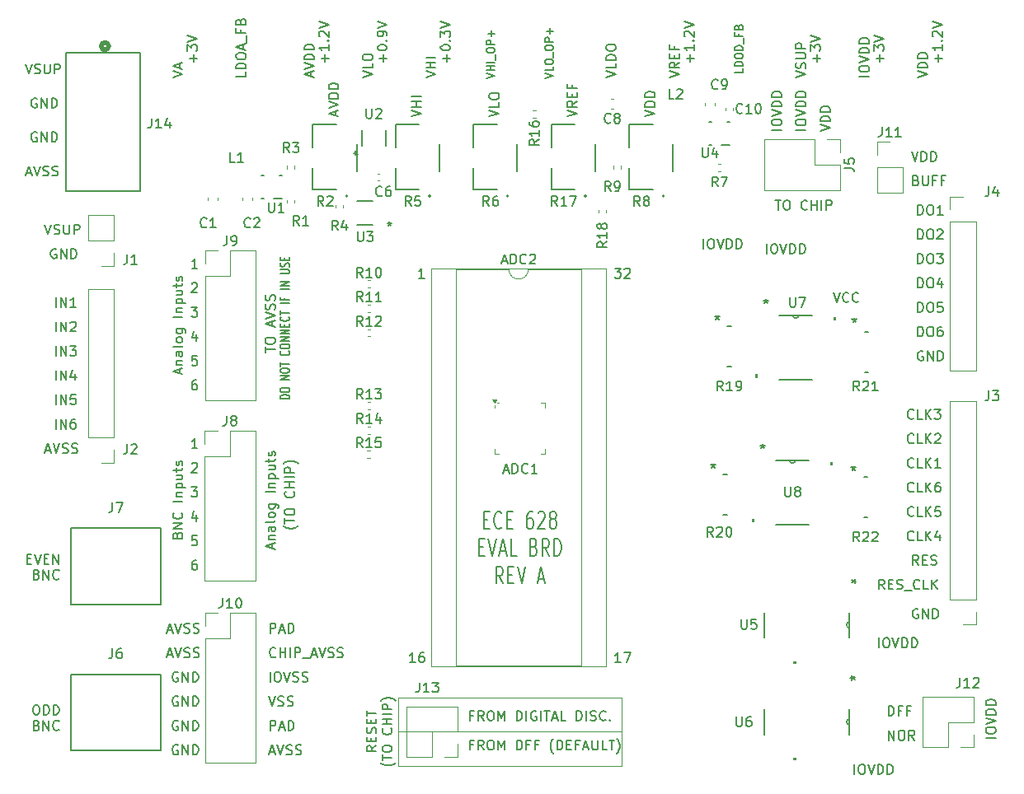
<source format=gbr>
%TF.GenerationSoftware,KiCad,Pcbnew,8.0.6-8.0.6-0~ubuntu24.04.1*%
%TF.CreationDate,2025-02-19T12:31:26-10:00*%
%TF.ProjectId,board_main,626f6172-645f-46d6-9169-6e2e6b696361,rev?*%
%TF.SameCoordinates,Original*%
%TF.FileFunction,Legend,Top*%
%TF.FilePolarity,Positive*%
%FSLAX46Y46*%
G04 Gerber Fmt 4.6, Leading zero omitted, Abs format (unit mm)*
G04 Created by KiCad (PCBNEW 8.0.6-8.0.6-0~ubuntu24.04.1) date 2025-02-19 12:31:26*
%MOMM*%
%LPD*%
G01*
G04 APERTURE LIST*
%ADD10C,0.100000*%
%ADD11C,0.200000*%
%ADD12C,0.150000*%
%ADD13C,0.120000*%
%ADD14C,0.152400*%
%ADD15C,0.000000*%
%ADD16C,0.127000*%
%ADD17C,0.508000*%
G04 APERTURE END LIST*
D10*
X109500000Y-130000000D02*
X132500000Y-130000000D01*
X132500000Y-133505000D01*
X109500000Y-133505000D01*
X109500000Y-130000000D01*
X109500000Y-133505000D02*
X132500000Y-133505000D01*
X132500000Y-137000000D01*
X109500000Y-137000000D01*
X109500000Y-133505000D01*
D11*
X117203006Y-134843409D02*
X116869673Y-134843409D01*
X116869673Y-135367219D02*
X116869673Y-134367219D01*
X116869673Y-134367219D02*
X117345863Y-134367219D01*
X118298244Y-135367219D02*
X117964911Y-134891028D01*
X117726816Y-135367219D02*
X117726816Y-134367219D01*
X117726816Y-134367219D02*
X118107768Y-134367219D01*
X118107768Y-134367219D02*
X118203006Y-134414838D01*
X118203006Y-134414838D02*
X118250625Y-134462457D01*
X118250625Y-134462457D02*
X118298244Y-134557695D01*
X118298244Y-134557695D02*
X118298244Y-134700552D01*
X118298244Y-134700552D02*
X118250625Y-134795790D01*
X118250625Y-134795790D02*
X118203006Y-134843409D01*
X118203006Y-134843409D02*
X118107768Y-134891028D01*
X118107768Y-134891028D02*
X117726816Y-134891028D01*
X118917292Y-134367219D02*
X119107768Y-134367219D01*
X119107768Y-134367219D02*
X119203006Y-134414838D01*
X119203006Y-134414838D02*
X119298244Y-134510076D01*
X119298244Y-134510076D02*
X119345863Y-134700552D01*
X119345863Y-134700552D02*
X119345863Y-135033885D01*
X119345863Y-135033885D02*
X119298244Y-135224361D01*
X119298244Y-135224361D02*
X119203006Y-135319600D01*
X119203006Y-135319600D02*
X119107768Y-135367219D01*
X119107768Y-135367219D02*
X118917292Y-135367219D01*
X118917292Y-135367219D02*
X118822054Y-135319600D01*
X118822054Y-135319600D02*
X118726816Y-135224361D01*
X118726816Y-135224361D02*
X118679197Y-135033885D01*
X118679197Y-135033885D02*
X118679197Y-134700552D01*
X118679197Y-134700552D02*
X118726816Y-134510076D01*
X118726816Y-134510076D02*
X118822054Y-134414838D01*
X118822054Y-134414838D02*
X118917292Y-134367219D01*
X119774435Y-135367219D02*
X119774435Y-134367219D01*
X119774435Y-134367219D02*
X120107768Y-135081504D01*
X120107768Y-135081504D02*
X120441101Y-134367219D01*
X120441101Y-134367219D02*
X120441101Y-135367219D01*
X121679197Y-135367219D02*
X121679197Y-134367219D01*
X121679197Y-134367219D02*
X121917292Y-134367219D01*
X121917292Y-134367219D02*
X122060149Y-134414838D01*
X122060149Y-134414838D02*
X122155387Y-134510076D01*
X122155387Y-134510076D02*
X122203006Y-134605314D01*
X122203006Y-134605314D02*
X122250625Y-134795790D01*
X122250625Y-134795790D02*
X122250625Y-134938647D01*
X122250625Y-134938647D02*
X122203006Y-135129123D01*
X122203006Y-135129123D02*
X122155387Y-135224361D01*
X122155387Y-135224361D02*
X122060149Y-135319600D01*
X122060149Y-135319600D02*
X121917292Y-135367219D01*
X121917292Y-135367219D02*
X121679197Y-135367219D01*
X123012530Y-134843409D02*
X122679197Y-134843409D01*
X122679197Y-135367219D02*
X122679197Y-134367219D01*
X122679197Y-134367219D02*
X123155387Y-134367219D01*
X123869673Y-134843409D02*
X123536340Y-134843409D01*
X123536340Y-135367219D02*
X123536340Y-134367219D01*
X123536340Y-134367219D02*
X124012530Y-134367219D01*
X125441102Y-135748171D02*
X125393483Y-135700552D01*
X125393483Y-135700552D02*
X125298245Y-135557695D01*
X125298245Y-135557695D02*
X125250626Y-135462457D01*
X125250626Y-135462457D02*
X125203007Y-135319600D01*
X125203007Y-135319600D02*
X125155388Y-135081504D01*
X125155388Y-135081504D02*
X125155388Y-134891028D01*
X125155388Y-134891028D02*
X125203007Y-134652933D01*
X125203007Y-134652933D02*
X125250626Y-134510076D01*
X125250626Y-134510076D02*
X125298245Y-134414838D01*
X125298245Y-134414838D02*
X125393483Y-134271980D01*
X125393483Y-134271980D02*
X125441102Y-134224361D01*
X125822055Y-135367219D02*
X125822055Y-134367219D01*
X125822055Y-134367219D02*
X126060150Y-134367219D01*
X126060150Y-134367219D02*
X126203007Y-134414838D01*
X126203007Y-134414838D02*
X126298245Y-134510076D01*
X126298245Y-134510076D02*
X126345864Y-134605314D01*
X126345864Y-134605314D02*
X126393483Y-134795790D01*
X126393483Y-134795790D02*
X126393483Y-134938647D01*
X126393483Y-134938647D02*
X126345864Y-135129123D01*
X126345864Y-135129123D02*
X126298245Y-135224361D01*
X126298245Y-135224361D02*
X126203007Y-135319600D01*
X126203007Y-135319600D02*
X126060150Y-135367219D01*
X126060150Y-135367219D02*
X125822055Y-135367219D01*
X126822055Y-134843409D02*
X127155388Y-134843409D01*
X127298245Y-135367219D02*
X126822055Y-135367219D01*
X126822055Y-135367219D02*
X126822055Y-134367219D01*
X126822055Y-134367219D02*
X127298245Y-134367219D01*
X128060150Y-134843409D02*
X127726817Y-134843409D01*
X127726817Y-135367219D02*
X127726817Y-134367219D01*
X127726817Y-134367219D02*
X128203007Y-134367219D01*
X128536341Y-135081504D02*
X129012531Y-135081504D01*
X128441103Y-135367219D02*
X128774436Y-134367219D01*
X128774436Y-134367219D02*
X129107769Y-135367219D01*
X129441103Y-134367219D02*
X129441103Y-135176742D01*
X129441103Y-135176742D02*
X129488722Y-135271980D01*
X129488722Y-135271980D02*
X129536341Y-135319600D01*
X129536341Y-135319600D02*
X129631579Y-135367219D01*
X129631579Y-135367219D02*
X129822055Y-135367219D01*
X129822055Y-135367219D02*
X129917293Y-135319600D01*
X129917293Y-135319600D02*
X129964912Y-135271980D01*
X129964912Y-135271980D02*
X130012531Y-135176742D01*
X130012531Y-135176742D02*
X130012531Y-134367219D01*
X130964912Y-135367219D02*
X130488722Y-135367219D01*
X130488722Y-135367219D02*
X130488722Y-134367219D01*
X131155389Y-134367219D02*
X131726817Y-134367219D01*
X131441103Y-135367219D02*
X131441103Y-134367219D01*
X131964913Y-135748171D02*
X132012532Y-135700552D01*
X132012532Y-135700552D02*
X132107770Y-135557695D01*
X132107770Y-135557695D02*
X132155389Y-135462457D01*
X132155389Y-135462457D02*
X132203008Y-135319600D01*
X132203008Y-135319600D02*
X132250627Y-135081504D01*
X132250627Y-135081504D02*
X132250627Y-134891028D01*
X132250627Y-134891028D02*
X132203008Y-134652933D01*
X132203008Y-134652933D02*
X132155389Y-134510076D01*
X132155389Y-134510076D02*
X132107770Y-134414838D01*
X132107770Y-134414838D02*
X132012532Y-134271980D01*
X132012532Y-134271980D02*
X131964913Y-134224361D01*
X162441101Y-113771980D02*
X162393482Y-113819600D01*
X162393482Y-113819600D02*
X162250625Y-113867219D01*
X162250625Y-113867219D02*
X162155387Y-113867219D01*
X162155387Y-113867219D02*
X162012530Y-113819600D01*
X162012530Y-113819600D02*
X161917292Y-113724361D01*
X161917292Y-113724361D02*
X161869673Y-113629123D01*
X161869673Y-113629123D02*
X161822054Y-113438647D01*
X161822054Y-113438647D02*
X161822054Y-113295790D01*
X161822054Y-113295790D02*
X161869673Y-113105314D01*
X161869673Y-113105314D02*
X161917292Y-113010076D01*
X161917292Y-113010076D02*
X162012530Y-112914838D01*
X162012530Y-112914838D02*
X162155387Y-112867219D01*
X162155387Y-112867219D02*
X162250625Y-112867219D01*
X162250625Y-112867219D02*
X162393482Y-112914838D01*
X162393482Y-112914838D02*
X162441101Y-112962457D01*
X163345863Y-113867219D02*
X162869673Y-113867219D01*
X162869673Y-113867219D02*
X162869673Y-112867219D01*
X163679197Y-113867219D02*
X163679197Y-112867219D01*
X164250625Y-113867219D02*
X163822054Y-113295790D01*
X164250625Y-112867219D02*
X163679197Y-113438647D01*
X165107768Y-113200552D02*
X165107768Y-113867219D01*
X164869673Y-112819600D02*
X164631578Y-113533885D01*
X164631578Y-113533885D02*
X165250625Y-113533885D01*
D12*
X124594295Y-66325125D02*
X125394295Y-66058458D01*
X125394295Y-66058458D02*
X124594295Y-65791792D01*
X125394295Y-65144173D02*
X125394295Y-65525125D01*
X125394295Y-65525125D02*
X124594295Y-65525125D01*
X124594295Y-64725125D02*
X124594295Y-64572744D01*
X124594295Y-64572744D02*
X124632390Y-64496554D01*
X124632390Y-64496554D02*
X124708580Y-64420363D01*
X124708580Y-64420363D02*
X124860961Y-64382268D01*
X124860961Y-64382268D02*
X125127628Y-64382268D01*
X125127628Y-64382268D02*
X125280009Y-64420363D01*
X125280009Y-64420363D02*
X125356200Y-64496554D01*
X125356200Y-64496554D02*
X125394295Y-64572744D01*
X125394295Y-64572744D02*
X125394295Y-64725125D01*
X125394295Y-64725125D02*
X125356200Y-64801316D01*
X125356200Y-64801316D02*
X125280009Y-64877506D01*
X125280009Y-64877506D02*
X125127628Y-64915602D01*
X125127628Y-64915602D02*
X124860961Y-64915602D01*
X124860961Y-64915602D02*
X124708580Y-64877506D01*
X124708580Y-64877506D02*
X124632390Y-64801316D01*
X124632390Y-64801316D02*
X124594295Y-64725125D01*
X125470485Y-64229888D02*
X125470485Y-63620364D01*
X124594295Y-63277506D02*
X124594295Y-63125125D01*
X124594295Y-63125125D02*
X124632390Y-63048935D01*
X124632390Y-63048935D02*
X124708580Y-62972744D01*
X124708580Y-62972744D02*
X124860961Y-62934649D01*
X124860961Y-62934649D02*
X125127628Y-62934649D01*
X125127628Y-62934649D02*
X125280009Y-62972744D01*
X125280009Y-62972744D02*
X125356200Y-63048935D01*
X125356200Y-63048935D02*
X125394295Y-63125125D01*
X125394295Y-63125125D02*
X125394295Y-63277506D01*
X125394295Y-63277506D02*
X125356200Y-63353697D01*
X125356200Y-63353697D02*
X125280009Y-63429887D01*
X125280009Y-63429887D02*
X125127628Y-63467983D01*
X125127628Y-63467983D02*
X124860961Y-63467983D01*
X124860961Y-63467983D02*
X124708580Y-63429887D01*
X124708580Y-63429887D02*
X124632390Y-63353697D01*
X124632390Y-63353697D02*
X124594295Y-63277506D01*
X125394295Y-62591792D02*
X124594295Y-62591792D01*
X124594295Y-62591792D02*
X124594295Y-62287030D01*
X124594295Y-62287030D02*
X124632390Y-62210840D01*
X124632390Y-62210840D02*
X124670485Y-62172745D01*
X124670485Y-62172745D02*
X124746676Y-62134649D01*
X124746676Y-62134649D02*
X124860961Y-62134649D01*
X124860961Y-62134649D02*
X124937152Y-62172745D01*
X124937152Y-62172745D02*
X124975247Y-62210840D01*
X124975247Y-62210840D02*
X125013342Y-62287030D01*
X125013342Y-62287030D02*
X125013342Y-62591792D01*
X125089533Y-61791792D02*
X125089533Y-61182269D01*
X125394295Y-61487030D02*
X124784771Y-61487030D01*
D11*
X96369673Y-133367219D02*
X96369673Y-132367219D01*
X96369673Y-132367219D02*
X96750625Y-132367219D01*
X96750625Y-132367219D02*
X96845863Y-132414838D01*
X96845863Y-132414838D02*
X96893482Y-132462457D01*
X96893482Y-132462457D02*
X96941101Y-132557695D01*
X96941101Y-132557695D02*
X96941101Y-132700552D01*
X96941101Y-132700552D02*
X96893482Y-132795790D01*
X96893482Y-132795790D02*
X96845863Y-132843409D01*
X96845863Y-132843409D02*
X96750625Y-132891028D01*
X96750625Y-132891028D02*
X96369673Y-132891028D01*
X97322054Y-133081504D02*
X97798244Y-133081504D01*
X97226816Y-133367219D02*
X97560149Y-132367219D01*
X97560149Y-132367219D02*
X97893482Y-133367219D01*
X98226816Y-133367219D02*
X98226816Y-132367219D01*
X98226816Y-132367219D02*
X98464911Y-132367219D01*
X98464911Y-132367219D02*
X98607768Y-132414838D01*
X98607768Y-132414838D02*
X98703006Y-132510076D01*
X98703006Y-132510076D02*
X98750625Y-132605314D01*
X98750625Y-132605314D02*
X98798244Y-132795790D01*
X98798244Y-132795790D02*
X98798244Y-132938647D01*
X98798244Y-132938647D02*
X98750625Y-133129123D01*
X98750625Y-133129123D02*
X98703006Y-133224361D01*
X98703006Y-133224361D02*
X98607768Y-133319600D01*
X98607768Y-133319600D02*
X98464911Y-133367219D01*
X98464911Y-133367219D02*
X98226816Y-133367219D01*
X150367219Y-66273183D02*
X151367219Y-65939850D01*
X151367219Y-65939850D02*
X150367219Y-65606517D01*
X151319600Y-65320802D02*
X151367219Y-65177945D01*
X151367219Y-65177945D02*
X151367219Y-64939850D01*
X151367219Y-64939850D02*
X151319600Y-64844612D01*
X151319600Y-64844612D02*
X151271980Y-64796993D01*
X151271980Y-64796993D02*
X151176742Y-64749374D01*
X151176742Y-64749374D02*
X151081504Y-64749374D01*
X151081504Y-64749374D02*
X150986266Y-64796993D01*
X150986266Y-64796993D02*
X150938647Y-64844612D01*
X150938647Y-64844612D02*
X150891028Y-64939850D01*
X150891028Y-64939850D02*
X150843409Y-65130326D01*
X150843409Y-65130326D02*
X150795790Y-65225564D01*
X150795790Y-65225564D02*
X150748171Y-65273183D01*
X150748171Y-65273183D02*
X150652933Y-65320802D01*
X150652933Y-65320802D02*
X150557695Y-65320802D01*
X150557695Y-65320802D02*
X150462457Y-65273183D01*
X150462457Y-65273183D02*
X150414838Y-65225564D01*
X150414838Y-65225564D02*
X150367219Y-65130326D01*
X150367219Y-65130326D02*
X150367219Y-64892231D01*
X150367219Y-64892231D02*
X150414838Y-64749374D01*
X150367219Y-64320802D02*
X151176742Y-64320802D01*
X151176742Y-64320802D02*
X151271980Y-64273183D01*
X151271980Y-64273183D02*
X151319600Y-64225564D01*
X151319600Y-64225564D02*
X151367219Y-64130326D01*
X151367219Y-64130326D02*
X151367219Y-63939850D01*
X151367219Y-63939850D02*
X151319600Y-63844612D01*
X151319600Y-63844612D02*
X151271980Y-63796993D01*
X151271980Y-63796993D02*
X151176742Y-63749374D01*
X151176742Y-63749374D02*
X150367219Y-63749374D01*
X151367219Y-63273183D02*
X150367219Y-63273183D01*
X150367219Y-63273183D02*
X150367219Y-62892231D01*
X150367219Y-62892231D02*
X150414838Y-62796993D01*
X150414838Y-62796993D02*
X150462457Y-62749374D01*
X150462457Y-62749374D02*
X150557695Y-62701755D01*
X150557695Y-62701755D02*
X150700552Y-62701755D01*
X150700552Y-62701755D02*
X150795790Y-62749374D01*
X150795790Y-62749374D02*
X150843409Y-62796993D01*
X150843409Y-62796993D02*
X150891028Y-62892231D01*
X150891028Y-62892231D02*
X150891028Y-63273183D01*
X148226816Y-78867219D02*
X148798244Y-78867219D01*
X148512530Y-79867219D02*
X148512530Y-78867219D01*
X149322054Y-78867219D02*
X149512530Y-78867219D01*
X149512530Y-78867219D02*
X149607768Y-78914838D01*
X149607768Y-78914838D02*
X149703006Y-79010076D01*
X149703006Y-79010076D02*
X149750625Y-79200552D01*
X149750625Y-79200552D02*
X149750625Y-79533885D01*
X149750625Y-79533885D02*
X149703006Y-79724361D01*
X149703006Y-79724361D02*
X149607768Y-79819600D01*
X149607768Y-79819600D02*
X149512530Y-79867219D01*
X149512530Y-79867219D02*
X149322054Y-79867219D01*
X149322054Y-79867219D02*
X149226816Y-79819600D01*
X149226816Y-79819600D02*
X149131578Y-79724361D01*
X149131578Y-79724361D02*
X149083959Y-79533885D01*
X149083959Y-79533885D02*
X149083959Y-79200552D01*
X149083959Y-79200552D02*
X149131578Y-79010076D01*
X149131578Y-79010076D02*
X149226816Y-78914838D01*
X149226816Y-78914838D02*
X149322054Y-78867219D01*
X151512530Y-79771980D02*
X151464911Y-79819600D01*
X151464911Y-79819600D02*
X151322054Y-79867219D01*
X151322054Y-79867219D02*
X151226816Y-79867219D01*
X151226816Y-79867219D02*
X151083959Y-79819600D01*
X151083959Y-79819600D02*
X150988721Y-79724361D01*
X150988721Y-79724361D02*
X150941102Y-79629123D01*
X150941102Y-79629123D02*
X150893483Y-79438647D01*
X150893483Y-79438647D02*
X150893483Y-79295790D01*
X150893483Y-79295790D02*
X150941102Y-79105314D01*
X150941102Y-79105314D02*
X150988721Y-79010076D01*
X150988721Y-79010076D02*
X151083959Y-78914838D01*
X151083959Y-78914838D02*
X151226816Y-78867219D01*
X151226816Y-78867219D02*
X151322054Y-78867219D01*
X151322054Y-78867219D02*
X151464911Y-78914838D01*
X151464911Y-78914838D02*
X151512530Y-78962457D01*
X151941102Y-79867219D02*
X151941102Y-78867219D01*
X151941102Y-79343409D02*
X152512530Y-79343409D01*
X152512530Y-79867219D02*
X152512530Y-78867219D01*
X152988721Y-79867219D02*
X152988721Y-78867219D01*
X153464911Y-79867219D02*
X153464911Y-78867219D01*
X153464911Y-78867219D02*
X153845863Y-78867219D01*
X153845863Y-78867219D02*
X153941101Y-78914838D01*
X153941101Y-78914838D02*
X153988720Y-78962457D01*
X153988720Y-78962457D02*
X154036339Y-79057695D01*
X154036339Y-79057695D02*
X154036339Y-79200552D01*
X154036339Y-79200552D02*
X153988720Y-79295790D01*
X153988720Y-79295790D02*
X153941101Y-79343409D01*
X153941101Y-79343409D02*
X153845863Y-79391028D01*
X153845863Y-79391028D02*
X153464911Y-79391028D01*
X73322054Y-104581504D02*
X73798244Y-104581504D01*
X73226816Y-104867219D02*
X73560149Y-103867219D01*
X73560149Y-103867219D02*
X73893482Y-104867219D01*
X74083959Y-103867219D02*
X74417292Y-104867219D01*
X74417292Y-104867219D02*
X74750625Y-103867219D01*
X75036340Y-104819600D02*
X75179197Y-104867219D01*
X75179197Y-104867219D02*
X75417292Y-104867219D01*
X75417292Y-104867219D02*
X75512530Y-104819600D01*
X75512530Y-104819600D02*
X75560149Y-104771980D01*
X75560149Y-104771980D02*
X75607768Y-104676742D01*
X75607768Y-104676742D02*
X75607768Y-104581504D01*
X75607768Y-104581504D02*
X75560149Y-104486266D01*
X75560149Y-104486266D02*
X75512530Y-104438647D01*
X75512530Y-104438647D02*
X75417292Y-104391028D01*
X75417292Y-104391028D02*
X75226816Y-104343409D01*
X75226816Y-104343409D02*
X75131578Y-104295790D01*
X75131578Y-104295790D02*
X75083959Y-104248171D01*
X75083959Y-104248171D02*
X75036340Y-104152933D01*
X75036340Y-104152933D02*
X75036340Y-104057695D01*
X75036340Y-104057695D02*
X75083959Y-103962457D01*
X75083959Y-103962457D02*
X75131578Y-103914838D01*
X75131578Y-103914838D02*
X75226816Y-103867219D01*
X75226816Y-103867219D02*
X75464911Y-103867219D01*
X75464911Y-103867219D02*
X75607768Y-103914838D01*
X75988721Y-104819600D02*
X76131578Y-104867219D01*
X76131578Y-104867219D02*
X76369673Y-104867219D01*
X76369673Y-104867219D02*
X76464911Y-104819600D01*
X76464911Y-104819600D02*
X76512530Y-104771980D01*
X76512530Y-104771980D02*
X76560149Y-104676742D01*
X76560149Y-104676742D02*
X76560149Y-104581504D01*
X76560149Y-104581504D02*
X76512530Y-104486266D01*
X76512530Y-104486266D02*
X76464911Y-104438647D01*
X76464911Y-104438647D02*
X76369673Y-104391028D01*
X76369673Y-104391028D02*
X76179197Y-104343409D01*
X76179197Y-104343409D02*
X76083959Y-104295790D01*
X76083959Y-104295790D02*
X76036340Y-104248171D01*
X76036340Y-104248171D02*
X75988721Y-104152933D01*
X75988721Y-104152933D02*
X75988721Y-104057695D01*
X75988721Y-104057695D02*
X76036340Y-103962457D01*
X76036340Y-103962457D02*
X76083959Y-103914838D01*
X76083959Y-103914838D02*
X76179197Y-103867219D01*
X76179197Y-103867219D02*
X76417292Y-103867219D01*
X76417292Y-103867219D02*
X76560149Y-103914838D01*
X87081504Y-96677945D02*
X87081504Y-96201755D01*
X87367219Y-96773183D02*
X86367219Y-96439850D01*
X86367219Y-96439850D02*
X87367219Y-96106517D01*
X86700552Y-95773183D02*
X87367219Y-95773183D01*
X86795790Y-95773183D02*
X86748171Y-95725564D01*
X86748171Y-95725564D02*
X86700552Y-95630326D01*
X86700552Y-95630326D02*
X86700552Y-95487469D01*
X86700552Y-95487469D02*
X86748171Y-95392231D01*
X86748171Y-95392231D02*
X86843409Y-95344612D01*
X86843409Y-95344612D02*
X87367219Y-95344612D01*
X87367219Y-94439850D02*
X86843409Y-94439850D01*
X86843409Y-94439850D02*
X86748171Y-94487469D01*
X86748171Y-94487469D02*
X86700552Y-94582707D01*
X86700552Y-94582707D02*
X86700552Y-94773183D01*
X86700552Y-94773183D02*
X86748171Y-94868421D01*
X87319600Y-94439850D02*
X87367219Y-94535088D01*
X87367219Y-94535088D02*
X87367219Y-94773183D01*
X87367219Y-94773183D02*
X87319600Y-94868421D01*
X87319600Y-94868421D02*
X87224361Y-94916040D01*
X87224361Y-94916040D02*
X87129123Y-94916040D01*
X87129123Y-94916040D02*
X87033885Y-94868421D01*
X87033885Y-94868421D02*
X86986266Y-94773183D01*
X86986266Y-94773183D02*
X86986266Y-94535088D01*
X86986266Y-94535088D02*
X86938647Y-94439850D01*
X87367219Y-93820802D02*
X87319600Y-93916040D01*
X87319600Y-93916040D02*
X87224361Y-93963659D01*
X87224361Y-93963659D02*
X86367219Y-93963659D01*
X87367219Y-93296992D02*
X87319600Y-93392230D01*
X87319600Y-93392230D02*
X87271980Y-93439849D01*
X87271980Y-93439849D02*
X87176742Y-93487468D01*
X87176742Y-93487468D02*
X86891028Y-93487468D01*
X86891028Y-93487468D02*
X86795790Y-93439849D01*
X86795790Y-93439849D02*
X86748171Y-93392230D01*
X86748171Y-93392230D02*
X86700552Y-93296992D01*
X86700552Y-93296992D02*
X86700552Y-93154135D01*
X86700552Y-93154135D02*
X86748171Y-93058897D01*
X86748171Y-93058897D02*
X86795790Y-93011278D01*
X86795790Y-93011278D02*
X86891028Y-92963659D01*
X86891028Y-92963659D02*
X87176742Y-92963659D01*
X87176742Y-92963659D02*
X87271980Y-93011278D01*
X87271980Y-93011278D02*
X87319600Y-93058897D01*
X87319600Y-93058897D02*
X87367219Y-93154135D01*
X87367219Y-93154135D02*
X87367219Y-93296992D01*
X86700552Y-92106516D02*
X87510076Y-92106516D01*
X87510076Y-92106516D02*
X87605314Y-92154135D01*
X87605314Y-92154135D02*
X87652933Y-92201754D01*
X87652933Y-92201754D02*
X87700552Y-92296992D01*
X87700552Y-92296992D02*
X87700552Y-92439849D01*
X87700552Y-92439849D02*
X87652933Y-92535087D01*
X87319600Y-92106516D02*
X87367219Y-92201754D01*
X87367219Y-92201754D02*
X87367219Y-92392230D01*
X87367219Y-92392230D02*
X87319600Y-92487468D01*
X87319600Y-92487468D02*
X87271980Y-92535087D01*
X87271980Y-92535087D02*
X87176742Y-92582706D01*
X87176742Y-92582706D02*
X86891028Y-92582706D01*
X86891028Y-92582706D02*
X86795790Y-92535087D01*
X86795790Y-92535087D02*
X86748171Y-92487468D01*
X86748171Y-92487468D02*
X86700552Y-92392230D01*
X86700552Y-92392230D02*
X86700552Y-92201754D01*
X86700552Y-92201754D02*
X86748171Y-92106516D01*
X87367219Y-90868420D02*
X86367219Y-90868420D01*
X86700552Y-90392230D02*
X87367219Y-90392230D01*
X86795790Y-90392230D02*
X86748171Y-90344611D01*
X86748171Y-90344611D02*
X86700552Y-90249373D01*
X86700552Y-90249373D02*
X86700552Y-90106516D01*
X86700552Y-90106516D02*
X86748171Y-90011278D01*
X86748171Y-90011278D02*
X86843409Y-89963659D01*
X86843409Y-89963659D02*
X87367219Y-89963659D01*
X86700552Y-89487468D02*
X87700552Y-89487468D01*
X86748171Y-89487468D02*
X86700552Y-89392230D01*
X86700552Y-89392230D02*
X86700552Y-89201754D01*
X86700552Y-89201754D02*
X86748171Y-89106516D01*
X86748171Y-89106516D02*
X86795790Y-89058897D01*
X86795790Y-89058897D02*
X86891028Y-89011278D01*
X86891028Y-89011278D02*
X87176742Y-89011278D01*
X87176742Y-89011278D02*
X87271980Y-89058897D01*
X87271980Y-89058897D02*
X87319600Y-89106516D01*
X87319600Y-89106516D02*
X87367219Y-89201754D01*
X87367219Y-89201754D02*
X87367219Y-89392230D01*
X87367219Y-89392230D02*
X87319600Y-89487468D01*
X86700552Y-88154135D02*
X87367219Y-88154135D01*
X86700552Y-88582706D02*
X87224361Y-88582706D01*
X87224361Y-88582706D02*
X87319600Y-88535087D01*
X87319600Y-88535087D02*
X87367219Y-88439849D01*
X87367219Y-88439849D02*
X87367219Y-88296992D01*
X87367219Y-88296992D02*
X87319600Y-88201754D01*
X87319600Y-88201754D02*
X87271980Y-88154135D01*
X86700552Y-87820801D02*
X86700552Y-87439849D01*
X86367219Y-87677944D02*
X87224361Y-87677944D01*
X87224361Y-87677944D02*
X87319600Y-87630325D01*
X87319600Y-87630325D02*
X87367219Y-87535087D01*
X87367219Y-87535087D02*
X87367219Y-87439849D01*
X87319600Y-87154134D02*
X87367219Y-87058896D01*
X87367219Y-87058896D02*
X87367219Y-86868420D01*
X87367219Y-86868420D02*
X87319600Y-86773182D01*
X87319600Y-86773182D02*
X87224361Y-86725563D01*
X87224361Y-86725563D02*
X87176742Y-86725563D01*
X87176742Y-86725563D02*
X87081504Y-86773182D01*
X87081504Y-86773182D02*
X87033885Y-86868420D01*
X87033885Y-86868420D02*
X87033885Y-87011277D01*
X87033885Y-87011277D02*
X86986266Y-87106515D01*
X86986266Y-87106515D02*
X86891028Y-87154134D01*
X86891028Y-87154134D02*
X86843409Y-87154134D01*
X86843409Y-87154134D02*
X86748171Y-87106515D01*
X86748171Y-87106515D02*
X86700552Y-87011277D01*
X86700552Y-87011277D02*
X86700552Y-86868420D01*
X86700552Y-86868420D02*
X86748171Y-86773182D01*
D12*
X131741541Y-85869819D02*
X132360588Y-85869819D01*
X132360588Y-85869819D02*
X132027255Y-86250771D01*
X132027255Y-86250771D02*
X132170112Y-86250771D01*
X132170112Y-86250771D02*
X132265350Y-86298390D01*
X132265350Y-86298390D02*
X132312969Y-86346009D01*
X132312969Y-86346009D02*
X132360588Y-86441247D01*
X132360588Y-86441247D02*
X132360588Y-86679342D01*
X132360588Y-86679342D02*
X132312969Y-86774580D01*
X132312969Y-86774580D02*
X132265350Y-86822200D01*
X132265350Y-86822200D02*
X132170112Y-86869819D01*
X132170112Y-86869819D02*
X131884398Y-86869819D01*
X131884398Y-86869819D02*
X131789160Y-86822200D01*
X131789160Y-86822200D02*
X131741541Y-86774580D01*
X132741541Y-85965057D02*
X132789160Y-85917438D01*
X132789160Y-85917438D02*
X132884398Y-85869819D01*
X132884398Y-85869819D02*
X133122493Y-85869819D01*
X133122493Y-85869819D02*
X133217731Y-85917438D01*
X133217731Y-85917438D02*
X133265350Y-85965057D01*
X133265350Y-85965057D02*
X133312969Y-86060295D01*
X133312969Y-86060295D02*
X133312969Y-86155533D01*
X133312969Y-86155533D02*
X133265350Y-86298390D01*
X133265350Y-86298390D02*
X132693922Y-86869819D01*
X132693922Y-86869819D02*
X133312969Y-86869819D01*
D11*
X147369673Y-84367219D02*
X147369673Y-83367219D01*
X148036339Y-83367219D02*
X148226815Y-83367219D01*
X148226815Y-83367219D02*
X148322053Y-83414838D01*
X148322053Y-83414838D02*
X148417291Y-83510076D01*
X148417291Y-83510076D02*
X148464910Y-83700552D01*
X148464910Y-83700552D02*
X148464910Y-84033885D01*
X148464910Y-84033885D02*
X148417291Y-84224361D01*
X148417291Y-84224361D02*
X148322053Y-84319600D01*
X148322053Y-84319600D02*
X148226815Y-84367219D01*
X148226815Y-84367219D02*
X148036339Y-84367219D01*
X148036339Y-84367219D02*
X147941101Y-84319600D01*
X147941101Y-84319600D02*
X147845863Y-84224361D01*
X147845863Y-84224361D02*
X147798244Y-84033885D01*
X147798244Y-84033885D02*
X147798244Y-83700552D01*
X147798244Y-83700552D02*
X147845863Y-83510076D01*
X147845863Y-83510076D02*
X147941101Y-83414838D01*
X147941101Y-83414838D02*
X148036339Y-83367219D01*
X148750625Y-83367219D02*
X149083958Y-84367219D01*
X149083958Y-84367219D02*
X149417291Y-83367219D01*
X149750625Y-84367219D02*
X149750625Y-83367219D01*
X149750625Y-83367219D02*
X149988720Y-83367219D01*
X149988720Y-83367219D02*
X150131577Y-83414838D01*
X150131577Y-83414838D02*
X150226815Y-83510076D01*
X150226815Y-83510076D02*
X150274434Y-83605314D01*
X150274434Y-83605314D02*
X150322053Y-83795790D01*
X150322053Y-83795790D02*
X150322053Y-83938647D01*
X150322053Y-83938647D02*
X150274434Y-84129123D01*
X150274434Y-84129123D02*
X150226815Y-84224361D01*
X150226815Y-84224361D02*
X150131577Y-84319600D01*
X150131577Y-84319600D02*
X149988720Y-84367219D01*
X149988720Y-84367219D02*
X149750625Y-84367219D01*
X150750625Y-84367219D02*
X150750625Y-83367219D01*
X150750625Y-83367219D02*
X150988720Y-83367219D01*
X150988720Y-83367219D02*
X151131577Y-83414838D01*
X151131577Y-83414838D02*
X151226815Y-83510076D01*
X151226815Y-83510076D02*
X151274434Y-83605314D01*
X151274434Y-83605314D02*
X151322053Y-83795790D01*
X151322053Y-83795790D02*
X151322053Y-83938647D01*
X151322053Y-83938647D02*
X151274434Y-84129123D01*
X151274434Y-84129123D02*
X151226815Y-84224361D01*
X151226815Y-84224361D02*
X151131577Y-84319600D01*
X151131577Y-84319600D02*
X150988720Y-84367219D01*
X150988720Y-84367219D02*
X150750625Y-84367219D01*
D12*
X111258458Y-126369819D02*
X110687030Y-126369819D01*
X110972744Y-126369819D02*
X110972744Y-125369819D01*
X110972744Y-125369819D02*
X110877506Y-125512676D01*
X110877506Y-125512676D02*
X110782268Y-125607914D01*
X110782268Y-125607914D02*
X110687030Y-125655533D01*
X112115601Y-125369819D02*
X111925125Y-125369819D01*
X111925125Y-125369819D02*
X111829887Y-125417438D01*
X111829887Y-125417438D02*
X111782268Y-125465057D01*
X111782268Y-125465057D02*
X111687030Y-125607914D01*
X111687030Y-125607914D02*
X111639411Y-125798390D01*
X111639411Y-125798390D02*
X111639411Y-126179342D01*
X111639411Y-126179342D02*
X111687030Y-126274580D01*
X111687030Y-126274580D02*
X111734649Y-126322200D01*
X111734649Y-126322200D02*
X111829887Y-126369819D01*
X111829887Y-126369819D02*
X112020363Y-126369819D01*
X112020363Y-126369819D02*
X112115601Y-126322200D01*
X112115601Y-126322200D02*
X112163220Y-126274580D01*
X112163220Y-126274580D02*
X112210839Y-126179342D01*
X112210839Y-126179342D02*
X112210839Y-125941247D01*
X112210839Y-125941247D02*
X112163220Y-125846009D01*
X112163220Y-125846009D02*
X112115601Y-125798390D01*
X112115601Y-125798390D02*
X112020363Y-125750771D01*
X112020363Y-125750771D02*
X111829887Y-125750771D01*
X111829887Y-125750771D02*
X111734649Y-125798390D01*
X111734649Y-125798390D02*
X111687030Y-125846009D01*
X111687030Y-125846009D02*
X111639411Y-125941247D01*
D11*
X103081504Y-70177945D02*
X103081504Y-69701755D01*
X103367219Y-70273183D02*
X102367219Y-69939850D01*
X102367219Y-69939850D02*
X103367219Y-69606517D01*
X102367219Y-69416040D02*
X103367219Y-69082707D01*
X103367219Y-69082707D02*
X102367219Y-68749374D01*
X103367219Y-68416040D02*
X102367219Y-68416040D01*
X102367219Y-68416040D02*
X102367219Y-68177945D01*
X102367219Y-68177945D02*
X102414838Y-68035088D01*
X102414838Y-68035088D02*
X102510076Y-67939850D01*
X102510076Y-67939850D02*
X102605314Y-67892231D01*
X102605314Y-67892231D02*
X102795790Y-67844612D01*
X102795790Y-67844612D02*
X102938647Y-67844612D01*
X102938647Y-67844612D02*
X103129123Y-67892231D01*
X103129123Y-67892231D02*
X103224361Y-67939850D01*
X103224361Y-67939850D02*
X103319600Y-68035088D01*
X103319600Y-68035088D02*
X103367219Y-68177945D01*
X103367219Y-68177945D02*
X103367219Y-68416040D01*
X103367219Y-67416040D02*
X102367219Y-67416040D01*
X102367219Y-67416040D02*
X102367219Y-67177945D01*
X102367219Y-67177945D02*
X102414838Y-67035088D01*
X102414838Y-67035088D02*
X102510076Y-66939850D01*
X102510076Y-66939850D02*
X102605314Y-66892231D01*
X102605314Y-66892231D02*
X102795790Y-66844612D01*
X102795790Y-66844612D02*
X102938647Y-66844612D01*
X102938647Y-66844612D02*
X103129123Y-66892231D01*
X103129123Y-66892231D02*
X103224361Y-66939850D01*
X103224361Y-66939850D02*
X103319600Y-67035088D01*
X103319600Y-67035088D02*
X103367219Y-67177945D01*
X103367219Y-67177945D02*
X103367219Y-67416040D01*
X107257275Y-134952381D02*
X106781084Y-135285714D01*
X107257275Y-135523809D02*
X106257275Y-135523809D01*
X106257275Y-135523809D02*
X106257275Y-135142857D01*
X106257275Y-135142857D02*
X106304894Y-135047619D01*
X106304894Y-135047619D02*
X106352513Y-135000000D01*
X106352513Y-135000000D02*
X106447751Y-134952381D01*
X106447751Y-134952381D02*
X106590608Y-134952381D01*
X106590608Y-134952381D02*
X106685846Y-135000000D01*
X106685846Y-135000000D02*
X106733465Y-135047619D01*
X106733465Y-135047619D02*
X106781084Y-135142857D01*
X106781084Y-135142857D02*
X106781084Y-135523809D01*
X106733465Y-134523809D02*
X106733465Y-134190476D01*
X107257275Y-134047619D02*
X107257275Y-134523809D01*
X107257275Y-134523809D02*
X106257275Y-134523809D01*
X106257275Y-134523809D02*
X106257275Y-134047619D01*
X107209656Y-133666666D02*
X107257275Y-133523809D01*
X107257275Y-133523809D02*
X107257275Y-133285714D01*
X107257275Y-133285714D02*
X107209656Y-133190476D01*
X107209656Y-133190476D02*
X107162036Y-133142857D01*
X107162036Y-133142857D02*
X107066798Y-133095238D01*
X107066798Y-133095238D02*
X106971560Y-133095238D01*
X106971560Y-133095238D02*
X106876322Y-133142857D01*
X106876322Y-133142857D02*
X106828703Y-133190476D01*
X106828703Y-133190476D02*
X106781084Y-133285714D01*
X106781084Y-133285714D02*
X106733465Y-133476190D01*
X106733465Y-133476190D02*
X106685846Y-133571428D01*
X106685846Y-133571428D02*
X106638227Y-133619047D01*
X106638227Y-133619047D02*
X106542989Y-133666666D01*
X106542989Y-133666666D02*
X106447751Y-133666666D01*
X106447751Y-133666666D02*
X106352513Y-133619047D01*
X106352513Y-133619047D02*
X106304894Y-133571428D01*
X106304894Y-133571428D02*
X106257275Y-133476190D01*
X106257275Y-133476190D02*
X106257275Y-133238095D01*
X106257275Y-133238095D02*
X106304894Y-133095238D01*
X106733465Y-132666666D02*
X106733465Y-132333333D01*
X107257275Y-132190476D02*
X107257275Y-132666666D01*
X107257275Y-132666666D02*
X106257275Y-132666666D01*
X106257275Y-132666666D02*
X106257275Y-132190476D01*
X106257275Y-131904761D02*
X106257275Y-131333333D01*
X107257275Y-131619047D02*
X106257275Y-131619047D01*
X109248171Y-136690476D02*
X109200552Y-136738095D01*
X109200552Y-136738095D02*
X109057695Y-136833333D01*
X109057695Y-136833333D02*
X108962457Y-136880952D01*
X108962457Y-136880952D02*
X108819600Y-136928571D01*
X108819600Y-136928571D02*
X108581504Y-136976190D01*
X108581504Y-136976190D02*
X108391028Y-136976190D01*
X108391028Y-136976190D02*
X108152933Y-136928571D01*
X108152933Y-136928571D02*
X108010076Y-136880952D01*
X108010076Y-136880952D02*
X107914838Y-136833333D01*
X107914838Y-136833333D02*
X107771980Y-136738095D01*
X107771980Y-136738095D02*
X107724361Y-136690476D01*
X107867219Y-136452380D02*
X107867219Y-135880952D01*
X108867219Y-136166666D02*
X107867219Y-136166666D01*
X107867219Y-135357142D02*
X107867219Y-135166666D01*
X107867219Y-135166666D02*
X107914838Y-135071428D01*
X107914838Y-135071428D02*
X108010076Y-134976190D01*
X108010076Y-134976190D02*
X108200552Y-134928571D01*
X108200552Y-134928571D02*
X108533885Y-134928571D01*
X108533885Y-134928571D02*
X108724361Y-134976190D01*
X108724361Y-134976190D02*
X108819600Y-135071428D01*
X108819600Y-135071428D02*
X108867219Y-135166666D01*
X108867219Y-135166666D02*
X108867219Y-135357142D01*
X108867219Y-135357142D02*
X108819600Y-135452380D01*
X108819600Y-135452380D02*
X108724361Y-135547618D01*
X108724361Y-135547618D02*
X108533885Y-135595237D01*
X108533885Y-135595237D02*
X108200552Y-135595237D01*
X108200552Y-135595237D02*
X108010076Y-135547618D01*
X108010076Y-135547618D02*
X107914838Y-135452380D01*
X107914838Y-135452380D02*
X107867219Y-135357142D01*
X108771980Y-133166666D02*
X108819600Y-133214285D01*
X108819600Y-133214285D02*
X108867219Y-133357142D01*
X108867219Y-133357142D02*
X108867219Y-133452380D01*
X108867219Y-133452380D02*
X108819600Y-133595237D01*
X108819600Y-133595237D02*
X108724361Y-133690475D01*
X108724361Y-133690475D02*
X108629123Y-133738094D01*
X108629123Y-133738094D02*
X108438647Y-133785713D01*
X108438647Y-133785713D02*
X108295790Y-133785713D01*
X108295790Y-133785713D02*
X108105314Y-133738094D01*
X108105314Y-133738094D02*
X108010076Y-133690475D01*
X108010076Y-133690475D02*
X107914838Y-133595237D01*
X107914838Y-133595237D02*
X107867219Y-133452380D01*
X107867219Y-133452380D02*
X107867219Y-133357142D01*
X107867219Y-133357142D02*
X107914838Y-133214285D01*
X107914838Y-133214285D02*
X107962457Y-133166666D01*
X108867219Y-132738094D02*
X107867219Y-132738094D01*
X108343409Y-132738094D02*
X108343409Y-132166666D01*
X108867219Y-132166666D02*
X107867219Y-132166666D01*
X108867219Y-131690475D02*
X107867219Y-131690475D01*
X108867219Y-131214285D02*
X107867219Y-131214285D01*
X107867219Y-131214285D02*
X107867219Y-130833333D01*
X107867219Y-130833333D02*
X107914838Y-130738095D01*
X107914838Y-130738095D02*
X107962457Y-130690476D01*
X107962457Y-130690476D02*
X108057695Y-130642857D01*
X108057695Y-130642857D02*
X108200552Y-130642857D01*
X108200552Y-130642857D02*
X108295790Y-130690476D01*
X108295790Y-130690476D02*
X108343409Y-130738095D01*
X108343409Y-130738095D02*
X108391028Y-130833333D01*
X108391028Y-130833333D02*
X108391028Y-131214285D01*
X109248171Y-130309523D02*
X109200552Y-130261904D01*
X109200552Y-130261904D02*
X109057695Y-130166666D01*
X109057695Y-130166666D02*
X108962457Y-130119047D01*
X108962457Y-130119047D02*
X108819600Y-130071428D01*
X108819600Y-130071428D02*
X108581504Y-130023809D01*
X108581504Y-130023809D02*
X108391028Y-130023809D01*
X108391028Y-130023809D02*
X108152933Y-130071428D01*
X108152933Y-130071428D02*
X108010076Y-130119047D01*
X108010076Y-130119047D02*
X107914838Y-130166666D01*
X107914838Y-130166666D02*
X107771980Y-130261904D01*
X107771980Y-130261904D02*
X107724361Y-130309523D01*
X162441101Y-108771980D02*
X162393482Y-108819600D01*
X162393482Y-108819600D02*
X162250625Y-108867219D01*
X162250625Y-108867219D02*
X162155387Y-108867219D01*
X162155387Y-108867219D02*
X162012530Y-108819600D01*
X162012530Y-108819600D02*
X161917292Y-108724361D01*
X161917292Y-108724361D02*
X161869673Y-108629123D01*
X161869673Y-108629123D02*
X161822054Y-108438647D01*
X161822054Y-108438647D02*
X161822054Y-108295790D01*
X161822054Y-108295790D02*
X161869673Y-108105314D01*
X161869673Y-108105314D02*
X161917292Y-108010076D01*
X161917292Y-108010076D02*
X162012530Y-107914838D01*
X162012530Y-107914838D02*
X162155387Y-107867219D01*
X162155387Y-107867219D02*
X162250625Y-107867219D01*
X162250625Y-107867219D02*
X162393482Y-107914838D01*
X162393482Y-107914838D02*
X162441101Y-107962457D01*
X163345863Y-108867219D02*
X162869673Y-108867219D01*
X162869673Y-108867219D02*
X162869673Y-107867219D01*
X163679197Y-108867219D02*
X163679197Y-107867219D01*
X164250625Y-108867219D02*
X163822054Y-108295790D01*
X164250625Y-107867219D02*
X163679197Y-108438647D01*
X165107768Y-107867219D02*
X164917292Y-107867219D01*
X164917292Y-107867219D02*
X164822054Y-107914838D01*
X164822054Y-107914838D02*
X164774435Y-107962457D01*
X164774435Y-107962457D02*
X164679197Y-108105314D01*
X164679197Y-108105314D02*
X164631578Y-108295790D01*
X164631578Y-108295790D02*
X164631578Y-108676742D01*
X164631578Y-108676742D02*
X164679197Y-108771980D01*
X164679197Y-108771980D02*
X164726816Y-108819600D01*
X164726816Y-108819600D02*
X164822054Y-108867219D01*
X164822054Y-108867219D02*
X165012530Y-108867219D01*
X165012530Y-108867219D02*
X165107768Y-108819600D01*
X165107768Y-108819600D02*
X165155387Y-108771980D01*
X165155387Y-108771980D02*
X165203006Y-108676742D01*
X165203006Y-108676742D02*
X165203006Y-108438647D01*
X165203006Y-108438647D02*
X165155387Y-108343409D01*
X165155387Y-108343409D02*
X165107768Y-108295790D01*
X165107768Y-108295790D02*
X165012530Y-108248171D01*
X165012530Y-108248171D02*
X164822054Y-108248171D01*
X164822054Y-108248171D02*
X164726816Y-108295790D01*
X164726816Y-108295790D02*
X164679197Y-108343409D01*
X164679197Y-108343409D02*
X164631578Y-108438647D01*
X88798244Y-92700552D02*
X88798244Y-93367219D01*
X88560149Y-92319600D02*
X88322054Y-93033885D01*
X88322054Y-93033885D02*
X88941101Y-93033885D01*
X88274435Y-108367219D02*
X88893482Y-108367219D01*
X88893482Y-108367219D02*
X88560149Y-108748171D01*
X88560149Y-108748171D02*
X88703006Y-108748171D01*
X88703006Y-108748171D02*
X88798244Y-108795790D01*
X88798244Y-108795790D02*
X88845863Y-108843409D01*
X88845863Y-108843409D02*
X88893482Y-108938647D01*
X88893482Y-108938647D02*
X88893482Y-109176742D01*
X88893482Y-109176742D02*
X88845863Y-109271980D01*
X88845863Y-109271980D02*
X88798244Y-109319600D01*
X88798244Y-109319600D02*
X88703006Y-109367219D01*
X88703006Y-109367219D02*
X88417292Y-109367219D01*
X88417292Y-109367219D02*
X88322054Y-109319600D01*
X88322054Y-109319600D02*
X88274435Y-109271980D01*
X162893482Y-120914838D02*
X162798244Y-120867219D01*
X162798244Y-120867219D02*
X162655387Y-120867219D01*
X162655387Y-120867219D02*
X162512530Y-120914838D01*
X162512530Y-120914838D02*
X162417292Y-121010076D01*
X162417292Y-121010076D02*
X162369673Y-121105314D01*
X162369673Y-121105314D02*
X162322054Y-121295790D01*
X162322054Y-121295790D02*
X162322054Y-121438647D01*
X162322054Y-121438647D02*
X162369673Y-121629123D01*
X162369673Y-121629123D02*
X162417292Y-121724361D01*
X162417292Y-121724361D02*
X162512530Y-121819600D01*
X162512530Y-121819600D02*
X162655387Y-121867219D01*
X162655387Y-121867219D02*
X162750625Y-121867219D01*
X162750625Y-121867219D02*
X162893482Y-121819600D01*
X162893482Y-121819600D02*
X162941101Y-121771980D01*
X162941101Y-121771980D02*
X162941101Y-121438647D01*
X162941101Y-121438647D02*
X162750625Y-121438647D01*
X163369673Y-121867219D02*
X163369673Y-120867219D01*
X163369673Y-120867219D02*
X163941101Y-121867219D01*
X163941101Y-121867219D02*
X163941101Y-120867219D01*
X164417292Y-121867219D02*
X164417292Y-120867219D01*
X164417292Y-120867219D02*
X164655387Y-120867219D01*
X164655387Y-120867219D02*
X164798244Y-120914838D01*
X164798244Y-120914838D02*
X164893482Y-121010076D01*
X164893482Y-121010076D02*
X164941101Y-121105314D01*
X164941101Y-121105314D02*
X164988720Y-121295790D01*
X164988720Y-121295790D02*
X164988720Y-121438647D01*
X164988720Y-121438647D02*
X164941101Y-121629123D01*
X164941101Y-121629123D02*
X164893482Y-121724361D01*
X164893482Y-121724361D02*
X164798244Y-121819600D01*
X164798244Y-121819600D02*
X164655387Y-121867219D01*
X164655387Y-121867219D02*
X164417292Y-121867219D01*
D12*
X93869819Y-65687030D02*
X93869819Y-66163220D01*
X93869819Y-66163220D02*
X92869819Y-66163220D01*
X93869819Y-65353696D02*
X92869819Y-65353696D01*
X92869819Y-65353696D02*
X92869819Y-65115601D01*
X92869819Y-65115601D02*
X92917438Y-64972744D01*
X92917438Y-64972744D02*
X93012676Y-64877506D01*
X93012676Y-64877506D02*
X93107914Y-64829887D01*
X93107914Y-64829887D02*
X93298390Y-64782268D01*
X93298390Y-64782268D02*
X93441247Y-64782268D01*
X93441247Y-64782268D02*
X93631723Y-64829887D01*
X93631723Y-64829887D02*
X93726961Y-64877506D01*
X93726961Y-64877506D02*
X93822200Y-64972744D01*
X93822200Y-64972744D02*
X93869819Y-65115601D01*
X93869819Y-65115601D02*
X93869819Y-65353696D01*
X92869819Y-64163220D02*
X92869819Y-63972744D01*
X92869819Y-63972744D02*
X92917438Y-63877506D01*
X92917438Y-63877506D02*
X93012676Y-63782268D01*
X93012676Y-63782268D02*
X93203152Y-63734649D01*
X93203152Y-63734649D02*
X93536485Y-63734649D01*
X93536485Y-63734649D02*
X93726961Y-63782268D01*
X93726961Y-63782268D02*
X93822200Y-63877506D01*
X93822200Y-63877506D02*
X93869819Y-63972744D01*
X93869819Y-63972744D02*
X93869819Y-64163220D01*
X93869819Y-64163220D02*
X93822200Y-64258458D01*
X93822200Y-64258458D02*
X93726961Y-64353696D01*
X93726961Y-64353696D02*
X93536485Y-64401315D01*
X93536485Y-64401315D02*
X93203152Y-64401315D01*
X93203152Y-64401315D02*
X93012676Y-64353696D01*
X93012676Y-64353696D02*
X92917438Y-64258458D01*
X92917438Y-64258458D02*
X92869819Y-64163220D01*
X93584104Y-63353696D02*
X93584104Y-62877506D01*
X93869819Y-63448934D02*
X92869819Y-63115601D01*
X92869819Y-63115601D02*
X93869819Y-62782268D01*
X93965057Y-62687030D02*
X93965057Y-61925125D01*
X93346009Y-61353696D02*
X93346009Y-61687029D01*
X93869819Y-61687029D02*
X92869819Y-61687029D01*
X92869819Y-61687029D02*
X92869819Y-61210839D01*
X93346009Y-60496553D02*
X93393628Y-60353696D01*
X93393628Y-60353696D02*
X93441247Y-60306077D01*
X93441247Y-60306077D02*
X93536485Y-60258458D01*
X93536485Y-60258458D02*
X93679342Y-60258458D01*
X93679342Y-60258458D02*
X93774580Y-60306077D01*
X93774580Y-60306077D02*
X93822200Y-60353696D01*
X93822200Y-60353696D02*
X93869819Y-60448934D01*
X93869819Y-60448934D02*
X93869819Y-60829886D01*
X93869819Y-60829886D02*
X92869819Y-60829886D01*
X92869819Y-60829886D02*
X92869819Y-60496553D01*
X92869819Y-60496553D02*
X92917438Y-60401315D01*
X92917438Y-60401315D02*
X92965057Y-60353696D01*
X92965057Y-60353696D02*
X93060295Y-60306077D01*
X93060295Y-60306077D02*
X93155533Y-60306077D01*
X93155533Y-60306077D02*
X93250771Y-60353696D01*
X93250771Y-60353696D02*
X93298390Y-60401315D01*
X93298390Y-60401315D02*
X93346009Y-60496553D01*
X93346009Y-60496553D02*
X93346009Y-60829886D01*
D11*
X86367219Y-66273183D02*
X87367219Y-65939850D01*
X87367219Y-65939850D02*
X86367219Y-65606517D01*
X87081504Y-65320802D02*
X87081504Y-64844612D01*
X87367219Y-65416040D02*
X86367219Y-65082707D01*
X86367219Y-65082707D02*
X87367219Y-64749374D01*
X99248171Y-112344612D02*
X99200552Y-112392231D01*
X99200552Y-112392231D02*
X99057695Y-112487469D01*
X99057695Y-112487469D02*
X98962457Y-112535088D01*
X98962457Y-112535088D02*
X98819600Y-112582707D01*
X98819600Y-112582707D02*
X98581504Y-112630326D01*
X98581504Y-112630326D02*
X98391028Y-112630326D01*
X98391028Y-112630326D02*
X98152933Y-112582707D01*
X98152933Y-112582707D02*
X98010076Y-112535088D01*
X98010076Y-112535088D02*
X97914838Y-112487469D01*
X97914838Y-112487469D02*
X97771980Y-112392231D01*
X97771980Y-112392231D02*
X97724361Y-112344612D01*
X97867219Y-112106516D02*
X97867219Y-111535088D01*
X98867219Y-111820802D02*
X97867219Y-111820802D01*
X97867219Y-111011278D02*
X97867219Y-110820802D01*
X97867219Y-110820802D02*
X97914838Y-110725564D01*
X97914838Y-110725564D02*
X98010076Y-110630326D01*
X98010076Y-110630326D02*
X98200552Y-110582707D01*
X98200552Y-110582707D02*
X98533885Y-110582707D01*
X98533885Y-110582707D02*
X98724361Y-110630326D01*
X98724361Y-110630326D02*
X98819600Y-110725564D01*
X98819600Y-110725564D02*
X98867219Y-110820802D01*
X98867219Y-110820802D02*
X98867219Y-111011278D01*
X98867219Y-111011278D02*
X98819600Y-111106516D01*
X98819600Y-111106516D02*
X98724361Y-111201754D01*
X98724361Y-111201754D02*
X98533885Y-111249373D01*
X98533885Y-111249373D02*
X98200552Y-111249373D01*
X98200552Y-111249373D02*
X98010076Y-111201754D01*
X98010076Y-111201754D02*
X97914838Y-111106516D01*
X97914838Y-111106516D02*
X97867219Y-111011278D01*
X98771980Y-108820802D02*
X98819600Y-108868421D01*
X98819600Y-108868421D02*
X98867219Y-109011278D01*
X98867219Y-109011278D02*
X98867219Y-109106516D01*
X98867219Y-109106516D02*
X98819600Y-109249373D01*
X98819600Y-109249373D02*
X98724361Y-109344611D01*
X98724361Y-109344611D02*
X98629123Y-109392230D01*
X98629123Y-109392230D02*
X98438647Y-109439849D01*
X98438647Y-109439849D02*
X98295790Y-109439849D01*
X98295790Y-109439849D02*
X98105314Y-109392230D01*
X98105314Y-109392230D02*
X98010076Y-109344611D01*
X98010076Y-109344611D02*
X97914838Y-109249373D01*
X97914838Y-109249373D02*
X97867219Y-109106516D01*
X97867219Y-109106516D02*
X97867219Y-109011278D01*
X97867219Y-109011278D02*
X97914838Y-108868421D01*
X97914838Y-108868421D02*
X97962457Y-108820802D01*
X98867219Y-108392230D02*
X97867219Y-108392230D01*
X98343409Y-108392230D02*
X98343409Y-107820802D01*
X98867219Y-107820802D02*
X97867219Y-107820802D01*
X98867219Y-107344611D02*
X97867219Y-107344611D01*
X98867219Y-106868421D02*
X97867219Y-106868421D01*
X97867219Y-106868421D02*
X97867219Y-106487469D01*
X97867219Y-106487469D02*
X97914838Y-106392231D01*
X97914838Y-106392231D02*
X97962457Y-106344612D01*
X97962457Y-106344612D02*
X98057695Y-106296993D01*
X98057695Y-106296993D02*
X98200552Y-106296993D01*
X98200552Y-106296993D02*
X98295790Y-106344612D01*
X98295790Y-106344612D02*
X98343409Y-106392231D01*
X98343409Y-106392231D02*
X98391028Y-106487469D01*
X98391028Y-106487469D02*
X98391028Y-106868421D01*
X99248171Y-105963659D02*
X99200552Y-105916040D01*
X99200552Y-105916040D02*
X99057695Y-105820802D01*
X99057695Y-105820802D02*
X98962457Y-105773183D01*
X98962457Y-105773183D02*
X98819600Y-105725564D01*
X98819600Y-105725564D02*
X98581504Y-105677945D01*
X98581504Y-105677945D02*
X98391028Y-105677945D01*
X98391028Y-105677945D02*
X98152933Y-105725564D01*
X98152933Y-105725564D02*
X98010076Y-105773183D01*
X98010076Y-105773183D02*
X97914838Y-105820802D01*
X97914838Y-105820802D02*
X97771980Y-105916040D01*
X97771980Y-105916040D02*
X97724361Y-105963659D01*
X159441101Y-118867219D02*
X159107768Y-118391028D01*
X158869673Y-118867219D02*
X158869673Y-117867219D01*
X158869673Y-117867219D02*
X159250625Y-117867219D01*
X159250625Y-117867219D02*
X159345863Y-117914838D01*
X159345863Y-117914838D02*
X159393482Y-117962457D01*
X159393482Y-117962457D02*
X159441101Y-118057695D01*
X159441101Y-118057695D02*
X159441101Y-118200552D01*
X159441101Y-118200552D02*
X159393482Y-118295790D01*
X159393482Y-118295790D02*
X159345863Y-118343409D01*
X159345863Y-118343409D02*
X159250625Y-118391028D01*
X159250625Y-118391028D02*
X158869673Y-118391028D01*
X159869673Y-118343409D02*
X160203006Y-118343409D01*
X160345863Y-118867219D02*
X159869673Y-118867219D01*
X159869673Y-118867219D02*
X159869673Y-117867219D01*
X159869673Y-117867219D02*
X160345863Y-117867219D01*
X160726816Y-118819600D02*
X160869673Y-118867219D01*
X160869673Y-118867219D02*
X161107768Y-118867219D01*
X161107768Y-118867219D02*
X161203006Y-118819600D01*
X161203006Y-118819600D02*
X161250625Y-118771980D01*
X161250625Y-118771980D02*
X161298244Y-118676742D01*
X161298244Y-118676742D02*
X161298244Y-118581504D01*
X161298244Y-118581504D02*
X161250625Y-118486266D01*
X161250625Y-118486266D02*
X161203006Y-118438647D01*
X161203006Y-118438647D02*
X161107768Y-118391028D01*
X161107768Y-118391028D02*
X160917292Y-118343409D01*
X160917292Y-118343409D02*
X160822054Y-118295790D01*
X160822054Y-118295790D02*
X160774435Y-118248171D01*
X160774435Y-118248171D02*
X160726816Y-118152933D01*
X160726816Y-118152933D02*
X160726816Y-118057695D01*
X160726816Y-118057695D02*
X160774435Y-117962457D01*
X160774435Y-117962457D02*
X160822054Y-117914838D01*
X160822054Y-117914838D02*
X160917292Y-117867219D01*
X160917292Y-117867219D02*
X161155387Y-117867219D01*
X161155387Y-117867219D02*
X161298244Y-117914838D01*
X161488721Y-118962457D02*
X162250625Y-118962457D01*
X163060149Y-118771980D02*
X163012530Y-118819600D01*
X163012530Y-118819600D02*
X162869673Y-118867219D01*
X162869673Y-118867219D02*
X162774435Y-118867219D01*
X162774435Y-118867219D02*
X162631578Y-118819600D01*
X162631578Y-118819600D02*
X162536340Y-118724361D01*
X162536340Y-118724361D02*
X162488721Y-118629123D01*
X162488721Y-118629123D02*
X162441102Y-118438647D01*
X162441102Y-118438647D02*
X162441102Y-118295790D01*
X162441102Y-118295790D02*
X162488721Y-118105314D01*
X162488721Y-118105314D02*
X162536340Y-118010076D01*
X162536340Y-118010076D02*
X162631578Y-117914838D01*
X162631578Y-117914838D02*
X162774435Y-117867219D01*
X162774435Y-117867219D02*
X162869673Y-117867219D01*
X162869673Y-117867219D02*
X163012530Y-117914838D01*
X163012530Y-117914838D02*
X163060149Y-117962457D01*
X163964911Y-118867219D02*
X163488721Y-118867219D01*
X163488721Y-118867219D02*
X163488721Y-117867219D01*
X164298245Y-118867219D02*
X164298245Y-117867219D01*
X164869673Y-118867219D02*
X164441102Y-118295790D01*
X164869673Y-117867219D02*
X164298245Y-118438647D01*
X162869673Y-85367219D02*
X162869673Y-84367219D01*
X162869673Y-84367219D02*
X163107768Y-84367219D01*
X163107768Y-84367219D02*
X163250625Y-84414838D01*
X163250625Y-84414838D02*
X163345863Y-84510076D01*
X163345863Y-84510076D02*
X163393482Y-84605314D01*
X163393482Y-84605314D02*
X163441101Y-84795790D01*
X163441101Y-84795790D02*
X163441101Y-84938647D01*
X163441101Y-84938647D02*
X163393482Y-85129123D01*
X163393482Y-85129123D02*
X163345863Y-85224361D01*
X163345863Y-85224361D02*
X163250625Y-85319600D01*
X163250625Y-85319600D02*
X163107768Y-85367219D01*
X163107768Y-85367219D02*
X162869673Y-85367219D01*
X164060149Y-84367219D02*
X164250625Y-84367219D01*
X164250625Y-84367219D02*
X164345863Y-84414838D01*
X164345863Y-84414838D02*
X164441101Y-84510076D01*
X164441101Y-84510076D02*
X164488720Y-84700552D01*
X164488720Y-84700552D02*
X164488720Y-85033885D01*
X164488720Y-85033885D02*
X164441101Y-85224361D01*
X164441101Y-85224361D02*
X164345863Y-85319600D01*
X164345863Y-85319600D02*
X164250625Y-85367219D01*
X164250625Y-85367219D02*
X164060149Y-85367219D01*
X164060149Y-85367219D02*
X163964911Y-85319600D01*
X163964911Y-85319600D02*
X163869673Y-85224361D01*
X163869673Y-85224361D02*
X163822054Y-85033885D01*
X163822054Y-85033885D02*
X163822054Y-84700552D01*
X163822054Y-84700552D02*
X163869673Y-84510076D01*
X163869673Y-84510076D02*
X163964911Y-84414838D01*
X163964911Y-84414838D02*
X164060149Y-84367219D01*
X164822054Y-84367219D02*
X165441101Y-84367219D01*
X165441101Y-84367219D02*
X165107768Y-84748171D01*
X165107768Y-84748171D02*
X165250625Y-84748171D01*
X165250625Y-84748171D02*
X165345863Y-84795790D01*
X165345863Y-84795790D02*
X165393482Y-84843409D01*
X165393482Y-84843409D02*
X165441101Y-84938647D01*
X165441101Y-84938647D02*
X165441101Y-85176742D01*
X165441101Y-85176742D02*
X165393482Y-85271980D01*
X165393482Y-85271980D02*
X165345863Y-85319600D01*
X165345863Y-85319600D02*
X165250625Y-85367219D01*
X165250625Y-85367219D02*
X164964911Y-85367219D01*
X164964911Y-85367219D02*
X164869673Y-85319600D01*
X164869673Y-85319600D02*
X164822054Y-85271980D01*
X96226816Y-129867219D02*
X96560149Y-130867219D01*
X96560149Y-130867219D02*
X96893482Y-129867219D01*
X97179197Y-130819600D02*
X97322054Y-130867219D01*
X97322054Y-130867219D02*
X97560149Y-130867219D01*
X97560149Y-130867219D02*
X97655387Y-130819600D01*
X97655387Y-130819600D02*
X97703006Y-130771980D01*
X97703006Y-130771980D02*
X97750625Y-130676742D01*
X97750625Y-130676742D02*
X97750625Y-130581504D01*
X97750625Y-130581504D02*
X97703006Y-130486266D01*
X97703006Y-130486266D02*
X97655387Y-130438647D01*
X97655387Y-130438647D02*
X97560149Y-130391028D01*
X97560149Y-130391028D02*
X97369673Y-130343409D01*
X97369673Y-130343409D02*
X97274435Y-130295790D01*
X97274435Y-130295790D02*
X97226816Y-130248171D01*
X97226816Y-130248171D02*
X97179197Y-130152933D01*
X97179197Y-130152933D02*
X97179197Y-130057695D01*
X97179197Y-130057695D02*
X97226816Y-129962457D01*
X97226816Y-129962457D02*
X97274435Y-129914838D01*
X97274435Y-129914838D02*
X97369673Y-129867219D01*
X97369673Y-129867219D02*
X97607768Y-129867219D01*
X97607768Y-129867219D02*
X97750625Y-129914838D01*
X98131578Y-130819600D02*
X98274435Y-130867219D01*
X98274435Y-130867219D02*
X98512530Y-130867219D01*
X98512530Y-130867219D02*
X98607768Y-130819600D01*
X98607768Y-130819600D02*
X98655387Y-130771980D01*
X98655387Y-130771980D02*
X98703006Y-130676742D01*
X98703006Y-130676742D02*
X98703006Y-130581504D01*
X98703006Y-130581504D02*
X98655387Y-130486266D01*
X98655387Y-130486266D02*
X98607768Y-130438647D01*
X98607768Y-130438647D02*
X98512530Y-130391028D01*
X98512530Y-130391028D02*
X98322054Y-130343409D01*
X98322054Y-130343409D02*
X98226816Y-130295790D01*
X98226816Y-130295790D02*
X98179197Y-130248171D01*
X98179197Y-130248171D02*
X98131578Y-130152933D01*
X98131578Y-130152933D02*
X98131578Y-130057695D01*
X98131578Y-130057695D02*
X98179197Y-129962457D01*
X98179197Y-129962457D02*
X98226816Y-129914838D01*
X98226816Y-129914838D02*
X98322054Y-129867219D01*
X98322054Y-129867219D02*
X98560149Y-129867219D01*
X98560149Y-129867219D02*
X98703006Y-129914838D01*
X152867219Y-71773183D02*
X153867219Y-71439850D01*
X153867219Y-71439850D02*
X152867219Y-71106517D01*
X153867219Y-70773183D02*
X152867219Y-70773183D01*
X152867219Y-70773183D02*
X152867219Y-70535088D01*
X152867219Y-70535088D02*
X152914838Y-70392231D01*
X152914838Y-70392231D02*
X153010076Y-70296993D01*
X153010076Y-70296993D02*
X153105314Y-70249374D01*
X153105314Y-70249374D02*
X153295790Y-70201755D01*
X153295790Y-70201755D02*
X153438647Y-70201755D01*
X153438647Y-70201755D02*
X153629123Y-70249374D01*
X153629123Y-70249374D02*
X153724361Y-70296993D01*
X153724361Y-70296993D02*
X153819600Y-70392231D01*
X153819600Y-70392231D02*
X153867219Y-70535088D01*
X153867219Y-70535088D02*
X153867219Y-70773183D01*
X153867219Y-69773183D02*
X152867219Y-69773183D01*
X152867219Y-69773183D02*
X152867219Y-69535088D01*
X152867219Y-69535088D02*
X152914838Y-69392231D01*
X152914838Y-69392231D02*
X153010076Y-69296993D01*
X153010076Y-69296993D02*
X153105314Y-69249374D01*
X153105314Y-69249374D02*
X153295790Y-69201755D01*
X153295790Y-69201755D02*
X153438647Y-69201755D01*
X153438647Y-69201755D02*
X153629123Y-69249374D01*
X153629123Y-69249374D02*
X153724361Y-69296993D01*
X153724361Y-69296993D02*
X153819600Y-69392231D01*
X153819600Y-69392231D02*
X153867219Y-69535088D01*
X153867219Y-69535088D02*
X153867219Y-69773183D01*
X151367219Y-71630326D02*
X150367219Y-71630326D01*
X150367219Y-70963660D02*
X150367219Y-70773184D01*
X150367219Y-70773184D02*
X150414838Y-70677946D01*
X150414838Y-70677946D02*
X150510076Y-70582708D01*
X150510076Y-70582708D02*
X150700552Y-70535089D01*
X150700552Y-70535089D02*
X151033885Y-70535089D01*
X151033885Y-70535089D02*
X151224361Y-70582708D01*
X151224361Y-70582708D02*
X151319600Y-70677946D01*
X151319600Y-70677946D02*
X151367219Y-70773184D01*
X151367219Y-70773184D02*
X151367219Y-70963660D01*
X151367219Y-70963660D02*
X151319600Y-71058898D01*
X151319600Y-71058898D02*
X151224361Y-71154136D01*
X151224361Y-71154136D02*
X151033885Y-71201755D01*
X151033885Y-71201755D02*
X150700552Y-71201755D01*
X150700552Y-71201755D02*
X150510076Y-71154136D01*
X150510076Y-71154136D02*
X150414838Y-71058898D01*
X150414838Y-71058898D02*
X150367219Y-70963660D01*
X150367219Y-70249374D02*
X151367219Y-69916041D01*
X151367219Y-69916041D02*
X150367219Y-69582708D01*
X151367219Y-69249374D02*
X150367219Y-69249374D01*
X150367219Y-69249374D02*
X150367219Y-69011279D01*
X150367219Y-69011279D02*
X150414838Y-68868422D01*
X150414838Y-68868422D02*
X150510076Y-68773184D01*
X150510076Y-68773184D02*
X150605314Y-68725565D01*
X150605314Y-68725565D02*
X150795790Y-68677946D01*
X150795790Y-68677946D02*
X150938647Y-68677946D01*
X150938647Y-68677946D02*
X151129123Y-68725565D01*
X151129123Y-68725565D02*
X151224361Y-68773184D01*
X151224361Y-68773184D02*
X151319600Y-68868422D01*
X151319600Y-68868422D02*
X151367219Y-69011279D01*
X151367219Y-69011279D02*
X151367219Y-69249374D01*
X151367219Y-68249374D02*
X150367219Y-68249374D01*
X150367219Y-68249374D02*
X150367219Y-68011279D01*
X150367219Y-68011279D02*
X150414838Y-67868422D01*
X150414838Y-67868422D02*
X150510076Y-67773184D01*
X150510076Y-67773184D02*
X150605314Y-67725565D01*
X150605314Y-67725565D02*
X150795790Y-67677946D01*
X150795790Y-67677946D02*
X150938647Y-67677946D01*
X150938647Y-67677946D02*
X151129123Y-67725565D01*
X151129123Y-67725565D02*
X151224361Y-67773184D01*
X151224361Y-67773184D02*
X151319600Y-67868422D01*
X151319600Y-67868422D02*
X151367219Y-68011279D01*
X151367219Y-68011279D02*
X151367219Y-68249374D01*
D12*
X88488866Y-64663220D02*
X88488866Y-63901316D01*
X88869819Y-64282268D02*
X88107914Y-64282268D01*
X87869819Y-63520363D02*
X87869819Y-62901316D01*
X87869819Y-62901316D02*
X88250771Y-63234649D01*
X88250771Y-63234649D02*
X88250771Y-63091792D01*
X88250771Y-63091792D02*
X88298390Y-62996554D01*
X88298390Y-62996554D02*
X88346009Y-62948935D01*
X88346009Y-62948935D02*
X88441247Y-62901316D01*
X88441247Y-62901316D02*
X88679342Y-62901316D01*
X88679342Y-62901316D02*
X88774580Y-62948935D01*
X88774580Y-62948935D02*
X88822200Y-62996554D01*
X88822200Y-62996554D02*
X88869819Y-63091792D01*
X88869819Y-63091792D02*
X88869819Y-63377506D01*
X88869819Y-63377506D02*
X88822200Y-63472744D01*
X88822200Y-63472744D02*
X88774580Y-63520363D01*
X87869819Y-62615601D02*
X88869819Y-62282268D01*
X88869819Y-62282268D02*
X87869819Y-61948935D01*
D11*
X157867219Y-66130326D02*
X156867219Y-66130326D01*
X156867219Y-65463660D02*
X156867219Y-65273184D01*
X156867219Y-65273184D02*
X156914838Y-65177946D01*
X156914838Y-65177946D02*
X157010076Y-65082708D01*
X157010076Y-65082708D02*
X157200552Y-65035089D01*
X157200552Y-65035089D02*
X157533885Y-65035089D01*
X157533885Y-65035089D02*
X157724361Y-65082708D01*
X157724361Y-65082708D02*
X157819600Y-65177946D01*
X157819600Y-65177946D02*
X157867219Y-65273184D01*
X157867219Y-65273184D02*
X157867219Y-65463660D01*
X157867219Y-65463660D02*
X157819600Y-65558898D01*
X157819600Y-65558898D02*
X157724361Y-65654136D01*
X157724361Y-65654136D02*
X157533885Y-65701755D01*
X157533885Y-65701755D02*
X157200552Y-65701755D01*
X157200552Y-65701755D02*
X157010076Y-65654136D01*
X157010076Y-65654136D02*
X156914838Y-65558898D01*
X156914838Y-65558898D02*
X156867219Y-65463660D01*
X156867219Y-64749374D02*
X157867219Y-64416041D01*
X157867219Y-64416041D02*
X156867219Y-64082708D01*
X157867219Y-63749374D02*
X156867219Y-63749374D01*
X156867219Y-63749374D02*
X156867219Y-63511279D01*
X156867219Y-63511279D02*
X156914838Y-63368422D01*
X156914838Y-63368422D02*
X157010076Y-63273184D01*
X157010076Y-63273184D02*
X157105314Y-63225565D01*
X157105314Y-63225565D02*
X157295790Y-63177946D01*
X157295790Y-63177946D02*
X157438647Y-63177946D01*
X157438647Y-63177946D02*
X157629123Y-63225565D01*
X157629123Y-63225565D02*
X157724361Y-63273184D01*
X157724361Y-63273184D02*
X157819600Y-63368422D01*
X157819600Y-63368422D02*
X157867219Y-63511279D01*
X157867219Y-63511279D02*
X157867219Y-63749374D01*
X157867219Y-62749374D02*
X156867219Y-62749374D01*
X156867219Y-62749374D02*
X156867219Y-62511279D01*
X156867219Y-62511279D02*
X156914838Y-62368422D01*
X156914838Y-62368422D02*
X157010076Y-62273184D01*
X157010076Y-62273184D02*
X157105314Y-62225565D01*
X157105314Y-62225565D02*
X157295790Y-62177946D01*
X157295790Y-62177946D02*
X157438647Y-62177946D01*
X157438647Y-62177946D02*
X157629123Y-62225565D01*
X157629123Y-62225565D02*
X157724361Y-62273184D01*
X157724361Y-62273184D02*
X157819600Y-62368422D01*
X157819600Y-62368422D02*
X157867219Y-62511279D01*
X157867219Y-62511279D02*
X157867219Y-62749374D01*
X74369673Y-102367219D02*
X74369673Y-101367219D01*
X74845863Y-102367219D02*
X74845863Y-101367219D01*
X74845863Y-101367219D02*
X75417291Y-102367219D01*
X75417291Y-102367219D02*
X75417291Y-101367219D01*
X76322053Y-101367219D02*
X76131577Y-101367219D01*
X76131577Y-101367219D02*
X76036339Y-101414838D01*
X76036339Y-101414838D02*
X75988720Y-101462457D01*
X75988720Y-101462457D02*
X75893482Y-101605314D01*
X75893482Y-101605314D02*
X75845863Y-101795790D01*
X75845863Y-101795790D02*
X75845863Y-102176742D01*
X75845863Y-102176742D02*
X75893482Y-102271980D01*
X75893482Y-102271980D02*
X75941101Y-102319600D01*
X75941101Y-102319600D02*
X76036339Y-102367219D01*
X76036339Y-102367219D02*
X76226815Y-102367219D01*
X76226815Y-102367219D02*
X76322053Y-102319600D01*
X76322053Y-102319600D02*
X76369672Y-102271980D01*
X76369672Y-102271980D02*
X76417291Y-102176742D01*
X76417291Y-102176742D02*
X76417291Y-101938647D01*
X76417291Y-101938647D02*
X76369672Y-101843409D01*
X76369672Y-101843409D02*
X76322053Y-101795790D01*
X76322053Y-101795790D02*
X76226815Y-101748171D01*
X76226815Y-101748171D02*
X76036339Y-101748171D01*
X76036339Y-101748171D02*
X75941101Y-101795790D01*
X75941101Y-101795790D02*
X75893482Y-101843409D01*
X75893482Y-101843409D02*
X75845863Y-101938647D01*
X162867219Y-66273183D02*
X163867219Y-65939850D01*
X163867219Y-65939850D02*
X162867219Y-65606517D01*
X163867219Y-65273183D02*
X162867219Y-65273183D01*
X162867219Y-65273183D02*
X162867219Y-65035088D01*
X162867219Y-65035088D02*
X162914838Y-64892231D01*
X162914838Y-64892231D02*
X163010076Y-64796993D01*
X163010076Y-64796993D02*
X163105314Y-64749374D01*
X163105314Y-64749374D02*
X163295790Y-64701755D01*
X163295790Y-64701755D02*
X163438647Y-64701755D01*
X163438647Y-64701755D02*
X163629123Y-64749374D01*
X163629123Y-64749374D02*
X163724361Y-64796993D01*
X163724361Y-64796993D02*
X163819600Y-64892231D01*
X163819600Y-64892231D02*
X163867219Y-65035088D01*
X163867219Y-65035088D02*
X163867219Y-65273183D01*
X163867219Y-64273183D02*
X162867219Y-64273183D01*
X162867219Y-64273183D02*
X162867219Y-64035088D01*
X162867219Y-64035088D02*
X162914838Y-63892231D01*
X162914838Y-63892231D02*
X163010076Y-63796993D01*
X163010076Y-63796993D02*
X163105314Y-63749374D01*
X163105314Y-63749374D02*
X163295790Y-63701755D01*
X163295790Y-63701755D02*
X163438647Y-63701755D01*
X163438647Y-63701755D02*
X163629123Y-63749374D01*
X163629123Y-63749374D02*
X163724361Y-63796993D01*
X163724361Y-63796993D02*
X163819600Y-63892231D01*
X163819600Y-63892231D02*
X163867219Y-64035088D01*
X163867219Y-64035088D02*
X163867219Y-64273183D01*
X110867219Y-70273183D02*
X111867219Y-69939850D01*
X111867219Y-69939850D02*
X110867219Y-69606517D01*
X111867219Y-69273183D02*
X110867219Y-69273183D01*
X111343409Y-69273183D02*
X111343409Y-68701755D01*
X111867219Y-68701755D02*
X110867219Y-68701755D01*
X111867219Y-68225564D02*
X110867219Y-68225564D01*
X74369673Y-97367219D02*
X74369673Y-96367219D01*
X74845863Y-97367219D02*
X74845863Y-96367219D01*
X74845863Y-96367219D02*
X75417291Y-97367219D01*
X75417291Y-97367219D02*
X75417291Y-96367219D01*
X76322053Y-96700552D02*
X76322053Y-97367219D01*
X76083958Y-96319600D02*
X75845863Y-97033885D01*
X75845863Y-97033885D02*
X76464910Y-97033885D01*
X72393482Y-68414838D02*
X72298244Y-68367219D01*
X72298244Y-68367219D02*
X72155387Y-68367219D01*
X72155387Y-68367219D02*
X72012530Y-68414838D01*
X72012530Y-68414838D02*
X71917292Y-68510076D01*
X71917292Y-68510076D02*
X71869673Y-68605314D01*
X71869673Y-68605314D02*
X71822054Y-68795790D01*
X71822054Y-68795790D02*
X71822054Y-68938647D01*
X71822054Y-68938647D02*
X71869673Y-69129123D01*
X71869673Y-69129123D02*
X71917292Y-69224361D01*
X71917292Y-69224361D02*
X72012530Y-69319600D01*
X72012530Y-69319600D02*
X72155387Y-69367219D01*
X72155387Y-69367219D02*
X72250625Y-69367219D01*
X72250625Y-69367219D02*
X72393482Y-69319600D01*
X72393482Y-69319600D02*
X72441101Y-69271980D01*
X72441101Y-69271980D02*
X72441101Y-68938647D01*
X72441101Y-68938647D02*
X72250625Y-68938647D01*
X72869673Y-69367219D02*
X72869673Y-68367219D01*
X72869673Y-68367219D02*
X73441101Y-69367219D01*
X73441101Y-69367219D02*
X73441101Y-68367219D01*
X73917292Y-69367219D02*
X73917292Y-68367219D01*
X73917292Y-68367219D02*
X74155387Y-68367219D01*
X74155387Y-68367219D02*
X74298244Y-68414838D01*
X74298244Y-68414838D02*
X74393482Y-68510076D01*
X74393482Y-68510076D02*
X74441101Y-68605314D01*
X74441101Y-68605314D02*
X74488720Y-68795790D01*
X74488720Y-68795790D02*
X74488720Y-68938647D01*
X74488720Y-68938647D02*
X74441101Y-69129123D01*
X74441101Y-69129123D02*
X74393482Y-69224361D01*
X74393482Y-69224361D02*
X74298244Y-69319600D01*
X74298244Y-69319600D02*
X74155387Y-69367219D01*
X74155387Y-69367219D02*
X73917292Y-69367219D01*
X74369673Y-99867219D02*
X74369673Y-98867219D01*
X74845863Y-99867219D02*
X74845863Y-98867219D01*
X74845863Y-98867219D02*
X75417291Y-99867219D01*
X75417291Y-99867219D02*
X75417291Y-98867219D01*
X76369672Y-98867219D02*
X75893482Y-98867219D01*
X75893482Y-98867219D02*
X75845863Y-99343409D01*
X75845863Y-99343409D02*
X75893482Y-99295790D01*
X75893482Y-99295790D02*
X75988720Y-99248171D01*
X75988720Y-99248171D02*
X76226815Y-99248171D01*
X76226815Y-99248171D02*
X76322053Y-99295790D01*
X76322053Y-99295790D02*
X76369672Y-99343409D01*
X76369672Y-99343409D02*
X76417291Y-99438647D01*
X76417291Y-99438647D02*
X76417291Y-99676742D01*
X76417291Y-99676742D02*
X76369672Y-99771980D01*
X76369672Y-99771980D02*
X76322053Y-99819600D01*
X76322053Y-99819600D02*
X76226815Y-99867219D01*
X76226815Y-99867219D02*
X75988720Y-99867219D01*
X75988720Y-99867219D02*
X75893482Y-99819600D01*
X75893482Y-99819600D02*
X75845863Y-99771980D01*
X86893482Y-129914838D02*
X86798244Y-129867219D01*
X86798244Y-129867219D02*
X86655387Y-129867219D01*
X86655387Y-129867219D02*
X86512530Y-129914838D01*
X86512530Y-129914838D02*
X86417292Y-130010076D01*
X86417292Y-130010076D02*
X86369673Y-130105314D01*
X86369673Y-130105314D02*
X86322054Y-130295790D01*
X86322054Y-130295790D02*
X86322054Y-130438647D01*
X86322054Y-130438647D02*
X86369673Y-130629123D01*
X86369673Y-130629123D02*
X86417292Y-130724361D01*
X86417292Y-130724361D02*
X86512530Y-130819600D01*
X86512530Y-130819600D02*
X86655387Y-130867219D01*
X86655387Y-130867219D02*
X86750625Y-130867219D01*
X86750625Y-130867219D02*
X86893482Y-130819600D01*
X86893482Y-130819600D02*
X86941101Y-130771980D01*
X86941101Y-130771980D02*
X86941101Y-130438647D01*
X86941101Y-130438647D02*
X86750625Y-130438647D01*
X87369673Y-130867219D02*
X87369673Y-129867219D01*
X87369673Y-129867219D02*
X87941101Y-130867219D01*
X87941101Y-130867219D02*
X87941101Y-129867219D01*
X88417292Y-130867219D02*
X88417292Y-129867219D01*
X88417292Y-129867219D02*
X88655387Y-129867219D01*
X88655387Y-129867219D02*
X88798244Y-129914838D01*
X88798244Y-129914838D02*
X88893482Y-130010076D01*
X88893482Y-130010076D02*
X88941101Y-130105314D01*
X88941101Y-130105314D02*
X88988720Y-130295790D01*
X88988720Y-130295790D02*
X88988720Y-130438647D01*
X88988720Y-130438647D02*
X88941101Y-130629123D01*
X88941101Y-130629123D02*
X88893482Y-130724361D01*
X88893482Y-130724361D02*
X88798244Y-130819600D01*
X88798244Y-130819600D02*
X88655387Y-130867219D01*
X88655387Y-130867219D02*
X88417292Y-130867219D01*
X96369673Y-128367219D02*
X96369673Y-127367219D01*
X97036339Y-127367219D02*
X97226815Y-127367219D01*
X97226815Y-127367219D02*
X97322053Y-127414838D01*
X97322053Y-127414838D02*
X97417291Y-127510076D01*
X97417291Y-127510076D02*
X97464910Y-127700552D01*
X97464910Y-127700552D02*
X97464910Y-128033885D01*
X97464910Y-128033885D02*
X97417291Y-128224361D01*
X97417291Y-128224361D02*
X97322053Y-128319600D01*
X97322053Y-128319600D02*
X97226815Y-128367219D01*
X97226815Y-128367219D02*
X97036339Y-128367219D01*
X97036339Y-128367219D02*
X96941101Y-128319600D01*
X96941101Y-128319600D02*
X96845863Y-128224361D01*
X96845863Y-128224361D02*
X96798244Y-128033885D01*
X96798244Y-128033885D02*
X96798244Y-127700552D01*
X96798244Y-127700552D02*
X96845863Y-127510076D01*
X96845863Y-127510076D02*
X96941101Y-127414838D01*
X96941101Y-127414838D02*
X97036339Y-127367219D01*
X97750625Y-127367219D02*
X98083958Y-128367219D01*
X98083958Y-128367219D02*
X98417291Y-127367219D01*
X98703006Y-128319600D02*
X98845863Y-128367219D01*
X98845863Y-128367219D02*
X99083958Y-128367219D01*
X99083958Y-128367219D02*
X99179196Y-128319600D01*
X99179196Y-128319600D02*
X99226815Y-128271980D01*
X99226815Y-128271980D02*
X99274434Y-128176742D01*
X99274434Y-128176742D02*
X99274434Y-128081504D01*
X99274434Y-128081504D02*
X99226815Y-127986266D01*
X99226815Y-127986266D02*
X99179196Y-127938647D01*
X99179196Y-127938647D02*
X99083958Y-127891028D01*
X99083958Y-127891028D02*
X98893482Y-127843409D01*
X98893482Y-127843409D02*
X98798244Y-127795790D01*
X98798244Y-127795790D02*
X98750625Y-127748171D01*
X98750625Y-127748171D02*
X98703006Y-127652933D01*
X98703006Y-127652933D02*
X98703006Y-127557695D01*
X98703006Y-127557695D02*
X98750625Y-127462457D01*
X98750625Y-127462457D02*
X98798244Y-127414838D01*
X98798244Y-127414838D02*
X98893482Y-127367219D01*
X98893482Y-127367219D02*
X99131577Y-127367219D01*
X99131577Y-127367219D02*
X99274434Y-127414838D01*
X99655387Y-128319600D02*
X99798244Y-128367219D01*
X99798244Y-128367219D02*
X100036339Y-128367219D01*
X100036339Y-128367219D02*
X100131577Y-128319600D01*
X100131577Y-128319600D02*
X100179196Y-128271980D01*
X100179196Y-128271980D02*
X100226815Y-128176742D01*
X100226815Y-128176742D02*
X100226815Y-128081504D01*
X100226815Y-128081504D02*
X100179196Y-127986266D01*
X100179196Y-127986266D02*
X100131577Y-127938647D01*
X100131577Y-127938647D02*
X100036339Y-127891028D01*
X100036339Y-127891028D02*
X99845863Y-127843409D01*
X99845863Y-127843409D02*
X99750625Y-127795790D01*
X99750625Y-127795790D02*
X99703006Y-127748171D01*
X99703006Y-127748171D02*
X99655387Y-127652933D01*
X99655387Y-127652933D02*
X99655387Y-127557695D01*
X99655387Y-127557695D02*
X99703006Y-127462457D01*
X99703006Y-127462457D02*
X99750625Y-127414838D01*
X99750625Y-127414838D02*
X99845863Y-127367219D01*
X99845863Y-127367219D02*
X100083958Y-127367219D01*
X100083958Y-127367219D02*
X100226815Y-127414838D01*
X96322054Y-135581504D02*
X96798244Y-135581504D01*
X96226816Y-135867219D02*
X96560149Y-134867219D01*
X96560149Y-134867219D02*
X96893482Y-135867219D01*
X97083959Y-134867219D02*
X97417292Y-135867219D01*
X97417292Y-135867219D02*
X97750625Y-134867219D01*
X98036340Y-135819600D02*
X98179197Y-135867219D01*
X98179197Y-135867219D02*
X98417292Y-135867219D01*
X98417292Y-135867219D02*
X98512530Y-135819600D01*
X98512530Y-135819600D02*
X98560149Y-135771980D01*
X98560149Y-135771980D02*
X98607768Y-135676742D01*
X98607768Y-135676742D02*
X98607768Y-135581504D01*
X98607768Y-135581504D02*
X98560149Y-135486266D01*
X98560149Y-135486266D02*
X98512530Y-135438647D01*
X98512530Y-135438647D02*
X98417292Y-135391028D01*
X98417292Y-135391028D02*
X98226816Y-135343409D01*
X98226816Y-135343409D02*
X98131578Y-135295790D01*
X98131578Y-135295790D02*
X98083959Y-135248171D01*
X98083959Y-135248171D02*
X98036340Y-135152933D01*
X98036340Y-135152933D02*
X98036340Y-135057695D01*
X98036340Y-135057695D02*
X98083959Y-134962457D01*
X98083959Y-134962457D02*
X98131578Y-134914838D01*
X98131578Y-134914838D02*
X98226816Y-134867219D01*
X98226816Y-134867219D02*
X98464911Y-134867219D01*
X98464911Y-134867219D02*
X98607768Y-134914838D01*
X98988721Y-135819600D02*
X99131578Y-135867219D01*
X99131578Y-135867219D02*
X99369673Y-135867219D01*
X99369673Y-135867219D02*
X99464911Y-135819600D01*
X99464911Y-135819600D02*
X99512530Y-135771980D01*
X99512530Y-135771980D02*
X99560149Y-135676742D01*
X99560149Y-135676742D02*
X99560149Y-135581504D01*
X99560149Y-135581504D02*
X99512530Y-135486266D01*
X99512530Y-135486266D02*
X99464911Y-135438647D01*
X99464911Y-135438647D02*
X99369673Y-135391028D01*
X99369673Y-135391028D02*
X99179197Y-135343409D01*
X99179197Y-135343409D02*
X99083959Y-135295790D01*
X99083959Y-135295790D02*
X99036340Y-135248171D01*
X99036340Y-135248171D02*
X98988721Y-135152933D01*
X98988721Y-135152933D02*
X98988721Y-135057695D01*
X98988721Y-135057695D02*
X99036340Y-134962457D01*
X99036340Y-134962457D02*
X99083959Y-134914838D01*
X99083959Y-134914838D02*
X99179197Y-134867219D01*
X99179197Y-134867219D02*
X99417292Y-134867219D01*
X99417292Y-134867219D02*
X99560149Y-134914838D01*
X85822054Y-123081504D02*
X86298244Y-123081504D01*
X85726816Y-123367219D02*
X86060149Y-122367219D01*
X86060149Y-122367219D02*
X86393482Y-123367219D01*
X86583959Y-122367219D02*
X86917292Y-123367219D01*
X86917292Y-123367219D02*
X87250625Y-122367219D01*
X87536340Y-123319600D02*
X87679197Y-123367219D01*
X87679197Y-123367219D02*
X87917292Y-123367219D01*
X87917292Y-123367219D02*
X88012530Y-123319600D01*
X88012530Y-123319600D02*
X88060149Y-123271980D01*
X88060149Y-123271980D02*
X88107768Y-123176742D01*
X88107768Y-123176742D02*
X88107768Y-123081504D01*
X88107768Y-123081504D02*
X88060149Y-122986266D01*
X88060149Y-122986266D02*
X88012530Y-122938647D01*
X88012530Y-122938647D02*
X87917292Y-122891028D01*
X87917292Y-122891028D02*
X87726816Y-122843409D01*
X87726816Y-122843409D02*
X87631578Y-122795790D01*
X87631578Y-122795790D02*
X87583959Y-122748171D01*
X87583959Y-122748171D02*
X87536340Y-122652933D01*
X87536340Y-122652933D02*
X87536340Y-122557695D01*
X87536340Y-122557695D02*
X87583959Y-122462457D01*
X87583959Y-122462457D02*
X87631578Y-122414838D01*
X87631578Y-122414838D02*
X87726816Y-122367219D01*
X87726816Y-122367219D02*
X87964911Y-122367219D01*
X87964911Y-122367219D02*
X88107768Y-122414838D01*
X88488721Y-123319600D02*
X88631578Y-123367219D01*
X88631578Y-123367219D02*
X88869673Y-123367219D01*
X88869673Y-123367219D02*
X88964911Y-123319600D01*
X88964911Y-123319600D02*
X89012530Y-123271980D01*
X89012530Y-123271980D02*
X89060149Y-123176742D01*
X89060149Y-123176742D02*
X89060149Y-123081504D01*
X89060149Y-123081504D02*
X89012530Y-122986266D01*
X89012530Y-122986266D02*
X88964911Y-122938647D01*
X88964911Y-122938647D02*
X88869673Y-122891028D01*
X88869673Y-122891028D02*
X88679197Y-122843409D01*
X88679197Y-122843409D02*
X88583959Y-122795790D01*
X88583959Y-122795790D02*
X88536340Y-122748171D01*
X88536340Y-122748171D02*
X88488721Y-122652933D01*
X88488721Y-122652933D02*
X88488721Y-122557695D01*
X88488721Y-122557695D02*
X88536340Y-122462457D01*
X88536340Y-122462457D02*
X88583959Y-122414838D01*
X88583959Y-122414838D02*
X88679197Y-122367219D01*
X88679197Y-122367219D02*
X88917292Y-122367219D01*
X88917292Y-122367219D02*
X89060149Y-122414838D01*
X162869673Y-87867219D02*
X162869673Y-86867219D01*
X162869673Y-86867219D02*
X163107768Y-86867219D01*
X163107768Y-86867219D02*
X163250625Y-86914838D01*
X163250625Y-86914838D02*
X163345863Y-87010076D01*
X163345863Y-87010076D02*
X163393482Y-87105314D01*
X163393482Y-87105314D02*
X163441101Y-87295790D01*
X163441101Y-87295790D02*
X163441101Y-87438647D01*
X163441101Y-87438647D02*
X163393482Y-87629123D01*
X163393482Y-87629123D02*
X163345863Y-87724361D01*
X163345863Y-87724361D02*
X163250625Y-87819600D01*
X163250625Y-87819600D02*
X163107768Y-87867219D01*
X163107768Y-87867219D02*
X162869673Y-87867219D01*
X164060149Y-86867219D02*
X164250625Y-86867219D01*
X164250625Y-86867219D02*
X164345863Y-86914838D01*
X164345863Y-86914838D02*
X164441101Y-87010076D01*
X164441101Y-87010076D02*
X164488720Y-87200552D01*
X164488720Y-87200552D02*
X164488720Y-87533885D01*
X164488720Y-87533885D02*
X164441101Y-87724361D01*
X164441101Y-87724361D02*
X164345863Y-87819600D01*
X164345863Y-87819600D02*
X164250625Y-87867219D01*
X164250625Y-87867219D02*
X164060149Y-87867219D01*
X164060149Y-87867219D02*
X163964911Y-87819600D01*
X163964911Y-87819600D02*
X163869673Y-87724361D01*
X163869673Y-87724361D02*
X163822054Y-87533885D01*
X163822054Y-87533885D02*
X163822054Y-87200552D01*
X163822054Y-87200552D02*
X163869673Y-87010076D01*
X163869673Y-87010076D02*
X163964911Y-86914838D01*
X163964911Y-86914838D02*
X164060149Y-86867219D01*
X165345863Y-87200552D02*
X165345863Y-87867219D01*
X165107768Y-86819600D02*
X164869673Y-87533885D01*
X164869673Y-87533885D02*
X165488720Y-87533885D01*
X86893482Y-132414838D02*
X86798244Y-132367219D01*
X86798244Y-132367219D02*
X86655387Y-132367219D01*
X86655387Y-132367219D02*
X86512530Y-132414838D01*
X86512530Y-132414838D02*
X86417292Y-132510076D01*
X86417292Y-132510076D02*
X86369673Y-132605314D01*
X86369673Y-132605314D02*
X86322054Y-132795790D01*
X86322054Y-132795790D02*
X86322054Y-132938647D01*
X86322054Y-132938647D02*
X86369673Y-133129123D01*
X86369673Y-133129123D02*
X86417292Y-133224361D01*
X86417292Y-133224361D02*
X86512530Y-133319600D01*
X86512530Y-133319600D02*
X86655387Y-133367219D01*
X86655387Y-133367219D02*
X86750625Y-133367219D01*
X86750625Y-133367219D02*
X86893482Y-133319600D01*
X86893482Y-133319600D02*
X86941101Y-133271980D01*
X86941101Y-133271980D02*
X86941101Y-132938647D01*
X86941101Y-132938647D02*
X86750625Y-132938647D01*
X87369673Y-133367219D02*
X87369673Y-132367219D01*
X87369673Y-132367219D02*
X87941101Y-133367219D01*
X87941101Y-133367219D02*
X87941101Y-132367219D01*
X88417292Y-133367219D02*
X88417292Y-132367219D01*
X88417292Y-132367219D02*
X88655387Y-132367219D01*
X88655387Y-132367219D02*
X88798244Y-132414838D01*
X88798244Y-132414838D02*
X88893482Y-132510076D01*
X88893482Y-132510076D02*
X88941101Y-132605314D01*
X88941101Y-132605314D02*
X88988720Y-132795790D01*
X88988720Y-132795790D02*
X88988720Y-132938647D01*
X88988720Y-132938647D02*
X88941101Y-133129123D01*
X88941101Y-133129123D02*
X88893482Y-133224361D01*
X88893482Y-133224361D02*
X88798244Y-133319600D01*
X88798244Y-133319600D02*
X88655387Y-133367219D01*
X88655387Y-133367219D02*
X88417292Y-133367219D01*
X162441101Y-111271980D02*
X162393482Y-111319600D01*
X162393482Y-111319600D02*
X162250625Y-111367219D01*
X162250625Y-111367219D02*
X162155387Y-111367219D01*
X162155387Y-111367219D02*
X162012530Y-111319600D01*
X162012530Y-111319600D02*
X161917292Y-111224361D01*
X161917292Y-111224361D02*
X161869673Y-111129123D01*
X161869673Y-111129123D02*
X161822054Y-110938647D01*
X161822054Y-110938647D02*
X161822054Y-110795790D01*
X161822054Y-110795790D02*
X161869673Y-110605314D01*
X161869673Y-110605314D02*
X161917292Y-110510076D01*
X161917292Y-110510076D02*
X162012530Y-110414838D01*
X162012530Y-110414838D02*
X162155387Y-110367219D01*
X162155387Y-110367219D02*
X162250625Y-110367219D01*
X162250625Y-110367219D02*
X162393482Y-110414838D01*
X162393482Y-110414838D02*
X162441101Y-110462457D01*
X163345863Y-111367219D02*
X162869673Y-111367219D01*
X162869673Y-111367219D02*
X162869673Y-110367219D01*
X163679197Y-111367219D02*
X163679197Y-110367219D01*
X164250625Y-111367219D02*
X163822054Y-110795790D01*
X164250625Y-110367219D02*
X163679197Y-110938647D01*
X165155387Y-110367219D02*
X164679197Y-110367219D01*
X164679197Y-110367219D02*
X164631578Y-110843409D01*
X164631578Y-110843409D02*
X164679197Y-110795790D01*
X164679197Y-110795790D02*
X164774435Y-110748171D01*
X164774435Y-110748171D02*
X165012530Y-110748171D01*
X165012530Y-110748171D02*
X165107768Y-110795790D01*
X165107768Y-110795790D02*
X165155387Y-110843409D01*
X165155387Y-110843409D02*
X165203006Y-110938647D01*
X165203006Y-110938647D02*
X165203006Y-111176742D01*
X165203006Y-111176742D02*
X165155387Y-111271980D01*
X165155387Y-111271980D02*
X165107768Y-111319600D01*
X165107768Y-111319600D02*
X165012530Y-111367219D01*
X165012530Y-111367219D02*
X164774435Y-111367219D01*
X164774435Y-111367219D02*
X164679197Y-111319600D01*
X164679197Y-111319600D02*
X164631578Y-111271980D01*
X126867219Y-70273183D02*
X127867219Y-69939850D01*
X127867219Y-69939850D02*
X126867219Y-69606517D01*
X127867219Y-68701755D02*
X127391028Y-69035088D01*
X127867219Y-69273183D02*
X126867219Y-69273183D01*
X126867219Y-69273183D02*
X126867219Y-68892231D01*
X126867219Y-68892231D02*
X126914838Y-68796993D01*
X126914838Y-68796993D02*
X126962457Y-68749374D01*
X126962457Y-68749374D02*
X127057695Y-68701755D01*
X127057695Y-68701755D02*
X127200552Y-68701755D01*
X127200552Y-68701755D02*
X127295790Y-68749374D01*
X127295790Y-68749374D02*
X127343409Y-68796993D01*
X127343409Y-68796993D02*
X127391028Y-68892231D01*
X127391028Y-68892231D02*
X127391028Y-69273183D01*
X127343409Y-68273183D02*
X127343409Y-67939850D01*
X127867219Y-67796993D02*
X127867219Y-68273183D01*
X127867219Y-68273183D02*
X126867219Y-68273183D01*
X126867219Y-68273183D02*
X126867219Y-67796993D01*
X127343409Y-67035088D02*
X127343409Y-67368421D01*
X127867219Y-67368421D02*
X126867219Y-67368421D01*
X126867219Y-67368421D02*
X126867219Y-66892231D01*
X88798244Y-111200552D02*
X88798244Y-111867219D01*
X88560149Y-110819600D02*
X88322054Y-111533885D01*
X88322054Y-111533885D02*
X88941101Y-111533885D01*
X118279763Y-111723963D02*
X118696429Y-111723963D01*
X118875001Y-112640630D02*
X118279763Y-112640630D01*
X118279763Y-112640630D02*
X118279763Y-110890630D01*
X118279763Y-110890630D02*
X118875001Y-110890630D01*
X120125000Y-112473963D02*
X120065476Y-112557297D01*
X120065476Y-112557297D02*
X119886905Y-112640630D01*
X119886905Y-112640630D02*
X119767857Y-112640630D01*
X119767857Y-112640630D02*
X119589286Y-112557297D01*
X119589286Y-112557297D02*
X119470238Y-112390630D01*
X119470238Y-112390630D02*
X119410715Y-112223963D01*
X119410715Y-112223963D02*
X119351191Y-111890630D01*
X119351191Y-111890630D02*
X119351191Y-111640630D01*
X119351191Y-111640630D02*
X119410715Y-111307297D01*
X119410715Y-111307297D02*
X119470238Y-111140630D01*
X119470238Y-111140630D02*
X119589286Y-110973963D01*
X119589286Y-110973963D02*
X119767857Y-110890630D01*
X119767857Y-110890630D02*
X119886905Y-110890630D01*
X119886905Y-110890630D02*
X120065476Y-110973963D01*
X120065476Y-110973963D02*
X120125000Y-111057297D01*
X120660715Y-111723963D02*
X121077381Y-111723963D01*
X121255953Y-112640630D02*
X120660715Y-112640630D01*
X120660715Y-112640630D02*
X120660715Y-110890630D01*
X120660715Y-110890630D02*
X121255953Y-110890630D01*
X123279762Y-110890630D02*
X123041667Y-110890630D01*
X123041667Y-110890630D02*
X122922619Y-110973963D01*
X122922619Y-110973963D02*
X122863095Y-111057297D01*
X122863095Y-111057297D02*
X122744048Y-111307297D01*
X122744048Y-111307297D02*
X122684524Y-111640630D01*
X122684524Y-111640630D02*
X122684524Y-112307297D01*
X122684524Y-112307297D02*
X122744048Y-112473963D01*
X122744048Y-112473963D02*
X122803571Y-112557297D01*
X122803571Y-112557297D02*
X122922619Y-112640630D01*
X122922619Y-112640630D02*
X123160714Y-112640630D01*
X123160714Y-112640630D02*
X123279762Y-112557297D01*
X123279762Y-112557297D02*
X123339286Y-112473963D01*
X123339286Y-112473963D02*
X123398809Y-112307297D01*
X123398809Y-112307297D02*
X123398809Y-111890630D01*
X123398809Y-111890630D02*
X123339286Y-111723963D01*
X123339286Y-111723963D02*
X123279762Y-111640630D01*
X123279762Y-111640630D02*
X123160714Y-111557297D01*
X123160714Y-111557297D02*
X122922619Y-111557297D01*
X122922619Y-111557297D02*
X122803571Y-111640630D01*
X122803571Y-111640630D02*
X122744048Y-111723963D01*
X122744048Y-111723963D02*
X122684524Y-111890630D01*
X123875000Y-111057297D02*
X123934524Y-110973963D01*
X123934524Y-110973963D02*
X124053571Y-110890630D01*
X124053571Y-110890630D02*
X124351190Y-110890630D01*
X124351190Y-110890630D02*
X124470238Y-110973963D01*
X124470238Y-110973963D02*
X124529762Y-111057297D01*
X124529762Y-111057297D02*
X124589285Y-111223963D01*
X124589285Y-111223963D02*
X124589285Y-111390630D01*
X124589285Y-111390630D02*
X124529762Y-111640630D01*
X124529762Y-111640630D02*
X123815476Y-112640630D01*
X123815476Y-112640630D02*
X124589285Y-112640630D01*
X125303571Y-111640630D02*
X125184523Y-111557297D01*
X125184523Y-111557297D02*
X125125000Y-111473963D01*
X125125000Y-111473963D02*
X125065476Y-111307297D01*
X125065476Y-111307297D02*
X125065476Y-111223963D01*
X125065476Y-111223963D02*
X125125000Y-111057297D01*
X125125000Y-111057297D02*
X125184523Y-110973963D01*
X125184523Y-110973963D02*
X125303571Y-110890630D01*
X125303571Y-110890630D02*
X125541666Y-110890630D01*
X125541666Y-110890630D02*
X125660714Y-110973963D01*
X125660714Y-110973963D02*
X125720238Y-111057297D01*
X125720238Y-111057297D02*
X125779761Y-111223963D01*
X125779761Y-111223963D02*
X125779761Y-111307297D01*
X125779761Y-111307297D02*
X125720238Y-111473963D01*
X125720238Y-111473963D02*
X125660714Y-111557297D01*
X125660714Y-111557297D02*
X125541666Y-111640630D01*
X125541666Y-111640630D02*
X125303571Y-111640630D01*
X125303571Y-111640630D02*
X125184523Y-111723963D01*
X125184523Y-111723963D02*
X125125000Y-111807297D01*
X125125000Y-111807297D02*
X125065476Y-111973963D01*
X125065476Y-111973963D02*
X125065476Y-112307297D01*
X125065476Y-112307297D02*
X125125000Y-112473963D01*
X125125000Y-112473963D02*
X125184523Y-112557297D01*
X125184523Y-112557297D02*
X125303571Y-112640630D01*
X125303571Y-112640630D02*
X125541666Y-112640630D01*
X125541666Y-112640630D02*
X125660714Y-112557297D01*
X125660714Y-112557297D02*
X125720238Y-112473963D01*
X125720238Y-112473963D02*
X125779761Y-112307297D01*
X125779761Y-112307297D02*
X125779761Y-111973963D01*
X125779761Y-111973963D02*
X125720238Y-111807297D01*
X125720238Y-111807297D02*
X125660714Y-111723963D01*
X125660714Y-111723963D02*
X125541666Y-111640630D01*
X117803571Y-114541365D02*
X118220237Y-114541365D01*
X118398809Y-115458032D02*
X117803571Y-115458032D01*
X117803571Y-115458032D02*
X117803571Y-113708032D01*
X117803571Y-113708032D02*
X118398809Y-113708032D01*
X118755951Y-113708032D02*
X119172618Y-115458032D01*
X119172618Y-115458032D02*
X119589284Y-113708032D01*
X119946428Y-114958032D02*
X120541666Y-114958032D01*
X119827380Y-115458032D02*
X120244047Y-113708032D01*
X120244047Y-113708032D02*
X120660713Y-115458032D01*
X121672619Y-115458032D02*
X121077381Y-115458032D01*
X121077381Y-115458032D02*
X121077381Y-113708032D01*
X123458333Y-114541365D02*
X123636905Y-114624699D01*
X123636905Y-114624699D02*
X123696428Y-114708032D01*
X123696428Y-114708032D02*
X123755952Y-114874699D01*
X123755952Y-114874699D02*
X123755952Y-115124699D01*
X123755952Y-115124699D02*
X123696428Y-115291365D01*
X123696428Y-115291365D02*
X123636905Y-115374699D01*
X123636905Y-115374699D02*
X123517857Y-115458032D01*
X123517857Y-115458032D02*
X123041667Y-115458032D01*
X123041667Y-115458032D02*
X123041667Y-113708032D01*
X123041667Y-113708032D02*
X123458333Y-113708032D01*
X123458333Y-113708032D02*
X123577381Y-113791365D01*
X123577381Y-113791365D02*
X123636905Y-113874699D01*
X123636905Y-113874699D02*
X123696428Y-114041365D01*
X123696428Y-114041365D02*
X123696428Y-114208032D01*
X123696428Y-114208032D02*
X123636905Y-114374699D01*
X123636905Y-114374699D02*
X123577381Y-114458032D01*
X123577381Y-114458032D02*
X123458333Y-114541365D01*
X123458333Y-114541365D02*
X123041667Y-114541365D01*
X125005952Y-115458032D02*
X124589286Y-114624699D01*
X124291667Y-115458032D02*
X124291667Y-113708032D01*
X124291667Y-113708032D02*
X124767857Y-113708032D01*
X124767857Y-113708032D02*
X124886905Y-113791365D01*
X124886905Y-113791365D02*
X124946428Y-113874699D01*
X124946428Y-113874699D02*
X125005952Y-114041365D01*
X125005952Y-114041365D02*
X125005952Y-114291365D01*
X125005952Y-114291365D02*
X124946428Y-114458032D01*
X124946428Y-114458032D02*
X124886905Y-114541365D01*
X124886905Y-114541365D02*
X124767857Y-114624699D01*
X124767857Y-114624699D02*
X124291667Y-114624699D01*
X125541667Y-115458032D02*
X125541667Y-113708032D01*
X125541667Y-113708032D02*
X125839286Y-113708032D01*
X125839286Y-113708032D02*
X126017857Y-113791365D01*
X126017857Y-113791365D02*
X126136905Y-113958032D01*
X126136905Y-113958032D02*
X126196428Y-114124699D01*
X126196428Y-114124699D02*
X126255952Y-114458032D01*
X126255952Y-114458032D02*
X126255952Y-114708032D01*
X126255952Y-114708032D02*
X126196428Y-115041365D01*
X126196428Y-115041365D02*
X126136905Y-115208032D01*
X126136905Y-115208032D02*
X126017857Y-115374699D01*
X126017857Y-115374699D02*
X125839286Y-115458032D01*
X125839286Y-115458032D02*
X125541667Y-115458032D01*
X120273809Y-118275434D02*
X119857143Y-117442101D01*
X119559524Y-118275434D02*
X119559524Y-116525434D01*
X119559524Y-116525434D02*
X120035714Y-116525434D01*
X120035714Y-116525434D02*
X120154762Y-116608767D01*
X120154762Y-116608767D02*
X120214285Y-116692101D01*
X120214285Y-116692101D02*
X120273809Y-116858767D01*
X120273809Y-116858767D02*
X120273809Y-117108767D01*
X120273809Y-117108767D02*
X120214285Y-117275434D01*
X120214285Y-117275434D02*
X120154762Y-117358767D01*
X120154762Y-117358767D02*
X120035714Y-117442101D01*
X120035714Y-117442101D02*
X119559524Y-117442101D01*
X120809524Y-117358767D02*
X121226190Y-117358767D01*
X121404762Y-118275434D02*
X120809524Y-118275434D01*
X120809524Y-118275434D02*
X120809524Y-116525434D01*
X120809524Y-116525434D02*
X121404762Y-116525434D01*
X121761904Y-116525434D02*
X122178571Y-118275434D01*
X122178571Y-118275434D02*
X122595237Y-116525434D01*
X123904762Y-117775434D02*
X124500000Y-117775434D01*
X123785714Y-118275434D02*
X124202381Y-116525434D01*
X124202381Y-116525434D02*
X124619047Y-118275434D01*
X130867219Y-66273183D02*
X131867219Y-65939850D01*
X131867219Y-65939850D02*
X130867219Y-65606517D01*
X131867219Y-64796993D02*
X131867219Y-65273183D01*
X131867219Y-65273183D02*
X130867219Y-65273183D01*
X131867219Y-64463659D02*
X130867219Y-64463659D01*
X130867219Y-64463659D02*
X130867219Y-64225564D01*
X130867219Y-64225564D02*
X130914838Y-64082707D01*
X130914838Y-64082707D02*
X131010076Y-63987469D01*
X131010076Y-63987469D02*
X131105314Y-63939850D01*
X131105314Y-63939850D02*
X131295790Y-63892231D01*
X131295790Y-63892231D02*
X131438647Y-63892231D01*
X131438647Y-63892231D02*
X131629123Y-63939850D01*
X131629123Y-63939850D02*
X131724361Y-63987469D01*
X131724361Y-63987469D02*
X131819600Y-64082707D01*
X131819600Y-64082707D02*
X131867219Y-64225564D01*
X131867219Y-64225564D02*
X131867219Y-64463659D01*
X130867219Y-63273183D02*
X130867219Y-63082707D01*
X130867219Y-63082707D02*
X130914838Y-62987469D01*
X130914838Y-62987469D02*
X131010076Y-62892231D01*
X131010076Y-62892231D02*
X131200552Y-62844612D01*
X131200552Y-62844612D02*
X131533885Y-62844612D01*
X131533885Y-62844612D02*
X131724361Y-62892231D01*
X131724361Y-62892231D02*
X131819600Y-62987469D01*
X131819600Y-62987469D02*
X131867219Y-63082707D01*
X131867219Y-63082707D02*
X131867219Y-63273183D01*
X131867219Y-63273183D02*
X131819600Y-63368421D01*
X131819600Y-63368421D02*
X131724361Y-63463659D01*
X131724361Y-63463659D02*
X131533885Y-63511278D01*
X131533885Y-63511278D02*
X131200552Y-63511278D01*
X131200552Y-63511278D02*
X131010076Y-63463659D01*
X131010076Y-63463659D02*
X130914838Y-63368421D01*
X130914838Y-63368421D02*
X130867219Y-63273183D01*
X73226816Y-81367219D02*
X73560149Y-82367219D01*
X73560149Y-82367219D02*
X73893482Y-81367219D01*
X74179197Y-82319600D02*
X74322054Y-82367219D01*
X74322054Y-82367219D02*
X74560149Y-82367219D01*
X74560149Y-82367219D02*
X74655387Y-82319600D01*
X74655387Y-82319600D02*
X74703006Y-82271980D01*
X74703006Y-82271980D02*
X74750625Y-82176742D01*
X74750625Y-82176742D02*
X74750625Y-82081504D01*
X74750625Y-82081504D02*
X74703006Y-81986266D01*
X74703006Y-81986266D02*
X74655387Y-81938647D01*
X74655387Y-81938647D02*
X74560149Y-81891028D01*
X74560149Y-81891028D02*
X74369673Y-81843409D01*
X74369673Y-81843409D02*
X74274435Y-81795790D01*
X74274435Y-81795790D02*
X74226816Y-81748171D01*
X74226816Y-81748171D02*
X74179197Y-81652933D01*
X74179197Y-81652933D02*
X74179197Y-81557695D01*
X74179197Y-81557695D02*
X74226816Y-81462457D01*
X74226816Y-81462457D02*
X74274435Y-81414838D01*
X74274435Y-81414838D02*
X74369673Y-81367219D01*
X74369673Y-81367219D02*
X74607768Y-81367219D01*
X74607768Y-81367219D02*
X74750625Y-81414838D01*
X75179197Y-81367219D02*
X75179197Y-82176742D01*
X75179197Y-82176742D02*
X75226816Y-82271980D01*
X75226816Y-82271980D02*
X75274435Y-82319600D01*
X75274435Y-82319600D02*
X75369673Y-82367219D01*
X75369673Y-82367219D02*
X75560149Y-82367219D01*
X75560149Y-82367219D02*
X75655387Y-82319600D01*
X75655387Y-82319600D02*
X75703006Y-82271980D01*
X75703006Y-82271980D02*
X75750625Y-82176742D01*
X75750625Y-82176742D02*
X75750625Y-81367219D01*
X76226816Y-82367219D02*
X76226816Y-81367219D01*
X76226816Y-81367219D02*
X76607768Y-81367219D01*
X76607768Y-81367219D02*
X76703006Y-81414838D01*
X76703006Y-81414838D02*
X76750625Y-81462457D01*
X76750625Y-81462457D02*
X76798244Y-81557695D01*
X76798244Y-81557695D02*
X76798244Y-81700552D01*
X76798244Y-81700552D02*
X76750625Y-81795790D01*
X76750625Y-81795790D02*
X76703006Y-81843409D01*
X76703006Y-81843409D02*
X76607768Y-81891028D01*
X76607768Y-81891028D02*
X76226816Y-81891028D01*
X86843409Y-113296993D02*
X86891028Y-113154136D01*
X86891028Y-113154136D02*
X86938647Y-113106517D01*
X86938647Y-113106517D02*
X87033885Y-113058898D01*
X87033885Y-113058898D02*
X87176742Y-113058898D01*
X87176742Y-113058898D02*
X87271980Y-113106517D01*
X87271980Y-113106517D02*
X87319600Y-113154136D01*
X87319600Y-113154136D02*
X87367219Y-113249374D01*
X87367219Y-113249374D02*
X87367219Y-113630326D01*
X87367219Y-113630326D02*
X86367219Y-113630326D01*
X86367219Y-113630326D02*
X86367219Y-113296993D01*
X86367219Y-113296993D02*
X86414838Y-113201755D01*
X86414838Y-113201755D02*
X86462457Y-113154136D01*
X86462457Y-113154136D02*
X86557695Y-113106517D01*
X86557695Y-113106517D02*
X86652933Y-113106517D01*
X86652933Y-113106517D02*
X86748171Y-113154136D01*
X86748171Y-113154136D02*
X86795790Y-113201755D01*
X86795790Y-113201755D02*
X86843409Y-113296993D01*
X86843409Y-113296993D02*
X86843409Y-113630326D01*
X87367219Y-112630326D02*
X86367219Y-112630326D01*
X86367219Y-112630326D02*
X87367219Y-112058898D01*
X87367219Y-112058898D02*
X86367219Y-112058898D01*
X87271980Y-111011279D02*
X87319600Y-111058898D01*
X87319600Y-111058898D02*
X87367219Y-111201755D01*
X87367219Y-111201755D02*
X87367219Y-111296993D01*
X87367219Y-111296993D02*
X87319600Y-111439850D01*
X87319600Y-111439850D02*
X87224361Y-111535088D01*
X87224361Y-111535088D02*
X87129123Y-111582707D01*
X87129123Y-111582707D02*
X86938647Y-111630326D01*
X86938647Y-111630326D02*
X86795790Y-111630326D01*
X86795790Y-111630326D02*
X86605314Y-111582707D01*
X86605314Y-111582707D02*
X86510076Y-111535088D01*
X86510076Y-111535088D02*
X86414838Y-111439850D01*
X86414838Y-111439850D02*
X86367219Y-111296993D01*
X86367219Y-111296993D02*
X86367219Y-111201755D01*
X86367219Y-111201755D02*
X86414838Y-111058898D01*
X86414838Y-111058898D02*
X86462457Y-111011279D01*
X87367219Y-109820802D02*
X86367219Y-109820802D01*
X86700552Y-109344612D02*
X87367219Y-109344612D01*
X86795790Y-109344612D02*
X86748171Y-109296993D01*
X86748171Y-109296993D02*
X86700552Y-109201755D01*
X86700552Y-109201755D02*
X86700552Y-109058898D01*
X86700552Y-109058898D02*
X86748171Y-108963660D01*
X86748171Y-108963660D02*
X86843409Y-108916041D01*
X86843409Y-108916041D02*
X87367219Y-108916041D01*
X86700552Y-108439850D02*
X87700552Y-108439850D01*
X86748171Y-108439850D02*
X86700552Y-108344612D01*
X86700552Y-108344612D02*
X86700552Y-108154136D01*
X86700552Y-108154136D02*
X86748171Y-108058898D01*
X86748171Y-108058898D02*
X86795790Y-108011279D01*
X86795790Y-108011279D02*
X86891028Y-107963660D01*
X86891028Y-107963660D02*
X87176742Y-107963660D01*
X87176742Y-107963660D02*
X87271980Y-108011279D01*
X87271980Y-108011279D02*
X87319600Y-108058898D01*
X87319600Y-108058898D02*
X87367219Y-108154136D01*
X87367219Y-108154136D02*
X87367219Y-108344612D01*
X87367219Y-108344612D02*
X87319600Y-108439850D01*
X86700552Y-107106517D02*
X87367219Y-107106517D01*
X86700552Y-107535088D02*
X87224361Y-107535088D01*
X87224361Y-107535088D02*
X87319600Y-107487469D01*
X87319600Y-107487469D02*
X87367219Y-107392231D01*
X87367219Y-107392231D02*
X87367219Y-107249374D01*
X87367219Y-107249374D02*
X87319600Y-107154136D01*
X87319600Y-107154136D02*
X87271980Y-107106517D01*
X86700552Y-106773183D02*
X86700552Y-106392231D01*
X86367219Y-106630326D02*
X87224361Y-106630326D01*
X87224361Y-106630326D02*
X87319600Y-106582707D01*
X87319600Y-106582707D02*
X87367219Y-106487469D01*
X87367219Y-106487469D02*
X87367219Y-106392231D01*
X87319600Y-106106516D02*
X87367219Y-106011278D01*
X87367219Y-106011278D02*
X87367219Y-105820802D01*
X87367219Y-105820802D02*
X87319600Y-105725564D01*
X87319600Y-105725564D02*
X87224361Y-105677945D01*
X87224361Y-105677945D02*
X87176742Y-105677945D01*
X87176742Y-105677945D02*
X87081504Y-105725564D01*
X87081504Y-105725564D02*
X87033885Y-105820802D01*
X87033885Y-105820802D02*
X87033885Y-105963659D01*
X87033885Y-105963659D02*
X86986266Y-106058897D01*
X86986266Y-106058897D02*
X86891028Y-106106516D01*
X86891028Y-106106516D02*
X86843409Y-106106516D01*
X86843409Y-106106516D02*
X86748171Y-106058897D01*
X86748171Y-106058897D02*
X86700552Y-105963659D01*
X86700552Y-105963659D02*
X86700552Y-105820802D01*
X86700552Y-105820802D02*
X86748171Y-105725564D01*
X159869673Y-134367219D02*
X159869673Y-133367219D01*
X159869673Y-133367219D02*
X160441101Y-134367219D01*
X160441101Y-134367219D02*
X160441101Y-133367219D01*
X161107768Y-133367219D02*
X161298244Y-133367219D01*
X161298244Y-133367219D02*
X161393482Y-133414838D01*
X161393482Y-133414838D02*
X161488720Y-133510076D01*
X161488720Y-133510076D02*
X161536339Y-133700552D01*
X161536339Y-133700552D02*
X161536339Y-134033885D01*
X161536339Y-134033885D02*
X161488720Y-134224361D01*
X161488720Y-134224361D02*
X161393482Y-134319600D01*
X161393482Y-134319600D02*
X161298244Y-134367219D01*
X161298244Y-134367219D02*
X161107768Y-134367219D01*
X161107768Y-134367219D02*
X161012530Y-134319600D01*
X161012530Y-134319600D02*
X160917292Y-134224361D01*
X160917292Y-134224361D02*
X160869673Y-134033885D01*
X160869673Y-134033885D02*
X160869673Y-133700552D01*
X160869673Y-133700552D02*
X160917292Y-133510076D01*
X160917292Y-133510076D02*
X161012530Y-133414838D01*
X161012530Y-133414838D02*
X161107768Y-133367219D01*
X162536339Y-134367219D02*
X162203006Y-133891028D01*
X161964911Y-134367219D02*
X161964911Y-133367219D01*
X161964911Y-133367219D02*
X162345863Y-133367219D01*
X162345863Y-133367219D02*
X162441101Y-133414838D01*
X162441101Y-133414838D02*
X162488720Y-133462457D01*
X162488720Y-133462457D02*
X162536339Y-133557695D01*
X162536339Y-133557695D02*
X162536339Y-133700552D01*
X162536339Y-133700552D02*
X162488720Y-133795790D01*
X162488720Y-133795790D02*
X162441101Y-133843409D01*
X162441101Y-133843409D02*
X162345863Y-133891028D01*
X162345863Y-133891028D02*
X161964911Y-133891028D01*
X162703006Y-76843409D02*
X162845863Y-76891028D01*
X162845863Y-76891028D02*
X162893482Y-76938647D01*
X162893482Y-76938647D02*
X162941101Y-77033885D01*
X162941101Y-77033885D02*
X162941101Y-77176742D01*
X162941101Y-77176742D02*
X162893482Y-77271980D01*
X162893482Y-77271980D02*
X162845863Y-77319600D01*
X162845863Y-77319600D02*
X162750625Y-77367219D01*
X162750625Y-77367219D02*
X162369673Y-77367219D01*
X162369673Y-77367219D02*
X162369673Y-76367219D01*
X162369673Y-76367219D02*
X162703006Y-76367219D01*
X162703006Y-76367219D02*
X162798244Y-76414838D01*
X162798244Y-76414838D02*
X162845863Y-76462457D01*
X162845863Y-76462457D02*
X162893482Y-76557695D01*
X162893482Y-76557695D02*
X162893482Y-76652933D01*
X162893482Y-76652933D02*
X162845863Y-76748171D01*
X162845863Y-76748171D02*
X162798244Y-76795790D01*
X162798244Y-76795790D02*
X162703006Y-76843409D01*
X162703006Y-76843409D02*
X162369673Y-76843409D01*
X163369673Y-76367219D02*
X163369673Y-77176742D01*
X163369673Y-77176742D02*
X163417292Y-77271980D01*
X163417292Y-77271980D02*
X163464911Y-77319600D01*
X163464911Y-77319600D02*
X163560149Y-77367219D01*
X163560149Y-77367219D02*
X163750625Y-77367219D01*
X163750625Y-77367219D02*
X163845863Y-77319600D01*
X163845863Y-77319600D02*
X163893482Y-77271980D01*
X163893482Y-77271980D02*
X163941101Y-77176742D01*
X163941101Y-77176742D02*
X163941101Y-76367219D01*
X164750625Y-76843409D02*
X164417292Y-76843409D01*
X164417292Y-77367219D02*
X164417292Y-76367219D01*
X164417292Y-76367219D02*
X164893482Y-76367219D01*
X165607768Y-76843409D02*
X165274435Y-76843409D01*
X165274435Y-77367219D02*
X165274435Y-76367219D01*
X165274435Y-76367219D02*
X165750625Y-76367219D01*
X134867219Y-70273183D02*
X135867219Y-69939850D01*
X135867219Y-69939850D02*
X134867219Y-69606517D01*
X135867219Y-69273183D02*
X134867219Y-69273183D01*
X134867219Y-69273183D02*
X134867219Y-69035088D01*
X134867219Y-69035088D02*
X134914838Y-68892231D01*
X134914838Y-68892231D02*
X135010076Y-68796993D01*
X135010076Y-68796993D02*
X135105314Y-68749374D01*
X135105314Y-68749374D02*
X135295790Y-68701755D01*
X135295790Y-68701755D02*
X135438647Y-68701755D01*
X135438647Y-68701755D02*
X135629123Y-68749374D01*
X135629123Y-68749374D02*
X135724361Y-68796993D01*
X135724361Y-68796993D02*
X135819600Y-68892231D01*
X135819600Y-68892231D02*
X135867219Y-69035088D01*
X135867219Y-69035088D02*
X135867219Y-69273183D01*
X135867219Y-68273183D02*
X134867219Y-68273183D01*
X134867219Y-68273183D02*
X134867219Y-68035088D01*
X134867219Y-68035088D02*
X134914838Y-67892231D01*
X134914838Y-67892231D02*
X135010076Y-67796993D01*
X135010076Y-67796993D02*
X135105314Y-67749374D01*
X135105314Y-67749374D02*
X135295790Y-67701755D01*
X135295790Y-67701755D02*
X135438647Y-67701755D01*
X135438647Y-67701755D02*
X135629123Y-67749374D01*
X135629123Y-67749374D02*
X135724361Y-67796993D01*
X135724361Y-67796993D02*
X135819600Y-67892231D01*
X135819600Y-67892231D02*
X135867219Y-68035088D01*
X135867219Y-68035088D02*
X135867219Y-68273183D01*
X117203006Y-131843409D02*
X116869673Y-131843409D01*
X116869673Y-132367219D02*
X116869673Y-131367219D01*
X116869673Y-131367219D02*
X117345863Y-131367219D01*
X118298244Y-132367219D02*
X117964911Y-131891028D01*
X117726816Y-132367219D02*
X117726816Y-131367219D01*
X117726816Y-131367219D02*
X118107768Y-131367219D01*
X118107768Y-131367219D02*
X118203006Y-131414838D01*
X118203006Y-131414838D02*
X118250625Y-131462457D01*
X118250625Y-131462457D02*
X118298244Y-131557695D01*
X118298244Y-131557695D02*
X118298244Y-131700552D01*
X118298244Y-131700552D02*
X118250625Y-131795790D01*
X118250625Y-131795790D02*
X118203006Y-131843409D01*
X118203006Y-131843409D02*
X118107768Y-131891028D01*
X118107768Y-131891028D02*
X117726816Y-131891028D01*
X118917292Y-131367219D02*
X119107768Y-131367219D01*
X119107768Y-131367219D02*
X119203006Y-131414838D01*
X119203006Y-131414838D02*
X119298244Y-131510076D01*
X119298244Y-131510076D02*
X119345863Y-131700552D01*
X119345863Y-131700552D02*
X119345863Y-132033885D01*
X119345863Y-132033885D02*
X119298244Y-132224361D01*
X119298244Y-132224361D02*
X119203006Y-132319600D01*
X119203006Y-132319600D02*
X119107768Y-132367219D01*
X119107768Y-132367219D02*
X118917292Y-132367219D01*
X118917292Y-132367219D02*
X118822054Y-132319600D01*
X118822054Y-132319600D02*
X118726816Y-132224361D01*
X118726816Y-132224361D02*
X118679197Y-132033885D01*
X118679197Y-132033885D02*
X118679197Y-131700552D01*
X118679197Y-131700552D02*
X118726816Y-131510076D01*
X118726816Y-131510076D02*
X118822054Y-131414838D01*
X118822054Y-131414838D02*
X118917292Y-131367219D01*
X119774435Y-132367219D02*
X119774435Y-131367219D01*
X119774435Y-131367219D02*
X120107768Y-132081504D01*
X120107768Y-132081504D02*
X120441101Y-131367219D01*
X120441101Y-131367219D02*
X120441101Y-132367219D01*
X121679197Y-132367219D02*
X121679197Y-131367219D01*
X121679197Y-131367219D02*
X121917292Y-131367219D01*
X121917292Y-131367219D02*
X122060149Y-131414838D01*
X122060149Y-131414838D02*
X122155387Y-131510076D01*
X122155387Y-131510076D02*
X122203006Y-131605314D01*
X122203006Y-131605314D02*
X122250625Y-131795790D01*
X122250625Y-131795790D02*
X122250625Y-131938647D01*
X122250625Y-131938647D02*
X122203006Y-132129123D01*
X122203006Y-132129123D02*
X122155387Y-132224361D01*
X122155387Y-132224361D02*
X122060149Y-132319600D01*
X122060149Y-132319600D02*
X121917292Y-132367219D01*
X121917292Y-132367219D02*
X121679197Y-132367219D01*
X122679197Y-132367219D02*
X122679197Y-131367219D01*
X123679196Y-131414838D02*
X123583958Y-131367219D01*
X123583958Y-131367219D02*
X123441101Y-131367219D01*
X123441101Y-131367219D02*
X123298244Y-131414838D01*
X123298244Y-131414838D02*
X123203006Y-131510076D01*
X123203006Y-131510076D02*
X123155387Y-131605314D01*
X123155387Y-131605314D02*
X123107768Y-131795790D01*
X123107768Y-131795790D02*
X123107768Y-131938647D01*
X123107768Y-131938647D02*
X123155387Y-132129123D01*
X123155387Y-132129123D02*
X123203006Y-132224361D01*
X123203006Y-132224361D02*
X123298244Y-132319600D01*
X123298244Y-132319600D02*
X123441101Y-132367219D01*
X123441101Y-132367219D02*
X123536339Y-132367219D01*
X123536339Y-132367219D02*
X123679196Y-132319600D01*
X123679196Y-132319600D02*
X123726815Y-132271980D01*
X123726815Y-132271980D02*
X123726815Y-131938647D01*
X123726815Y-131938647D02*
X123536339Y-131938647D01*
X124155387Y-132367219D02*
X124155387Y-131367219D01*
X124488720Y-131367219D02*
X125060148Y-131367219D01*
X124774434Y-132367219D02*
X124774434Y-131367219D01*
X125345863Y-132081504D02*
X125822053Y-132081504D01*
X125250625Y-132367219D02*
X125583958Y-131367219D01*
X125583958Y-131367219D02*
X125917291Y-132367219D01*
X126726815Y-132367219D02*
X126250625Y-132367219D01*
X126250625Y-132367219D02*
X126250625Y-131367219D01*
X127822054Y-132367219D02*
X127822054Y-131367219D01*
X127822054Y-131367219D02*
X128060149Y-131367219D01*
X128060149Y-131367219D02*
X128203006Y-131414838D01*
X128203006Y-131414838D02*
X128298244Y-131510076D01*
X128298244Y-131510076D02*
X128345863Y-131605314D01*
X128345863Y-131605314D02*
X128393482Y-131795790D01*
X128393482Y-131795790D02*
X128393482Y-131938647D01*
X128393482Y-131938647D02*
X128345863Y-132129123D01*
X128345863Y-132129123D02*
X128298244Y-132224361D01*
X128298244Y-132224361D02*
X128203006Y-132319600D01*
X128203006Y-132319600D02*
X128060149Y-132367219D01*
X128060149Y-132367219D02*
X127822054Y-132367219D01*
X128822054Y-132367219D02*
X128822054Y-131367219D01*
X129250625Y-132319600D02*
X129393482Y-132367219D01*
X129393482Y-132367219D02*
X129631577Y-132367219D01*
X129631577Y-132367219D02*
X129726815Y-132319600D01*
X129726815Y-132319600D02*
X129774434Y-132271980D01*
X129774434Y-132271980D02*
X129822053Y-132176742D01*
X129822053Y-132176742D02*
X129822053Y-132081504D01*
X129822053Y-132081504D02*
X129774434Y-131986266D01*
X129774434Y-131986266D02*
X129726815Y-131938647D01*
X129726815Y-131938647D02*
X129631577Y-131891028D01*
X129631577Y-131891028D02*
X129441101Y-131843409D01*
X129441101Y-131843409D02*
X129345863Y-131795790D01*
X129345863Y-131795790D02*
X129298244Y-131748171D01*
X129298244Y-131748171D02*
X129250625Y-131652933D01*
X129250625Y-131652933D02*
X129250625Y-131557695D01*
X129250625Y-131557695D02*
X129298244Y-131462457D01*
X129298244Y-131462457D02*
X129345863Y-131414838D01*
X129345863Y-131414838D02*
X129441101Y-131367219D01*
X129441101Y-131367219D02*
X129679196Y-131367219D01*
X129679196Y-131367219D02*
X129822053Y-131414838D01*
X130822053Y-132271980D02*
X130774434Y-132319600D01*
X130774434Y-132319600D02*
X130631577Y-132367219D01*
X130631577Y-132367219D02*
X130536339Y-132367219D01*
X130536339Y-132367219D02*
X130393482Y-132319600D01*
X130393482Y-132319600D02*
X130298244Y-132224361D01*
X130298244Y-132224361D02*
X130250625Y-132129123D01*
X130250625Y-132129123D02*
X130203006Y-131938647D01*
X130203006Y-131938647D02*
X130203006Y-131795790D01*
X130203006Y-131795790D02*
X130250625Y-131605314D01*
X130250625Y-131605314D02*
X130298244Y-131510076D01*
X130298244Y-131510076D02*
X130393482Y-131414838D01*
X130393482Y-131414838D02*
X130536339Y-131367219D01*
X130536339Y-131367219D02*
X130631577Y-131367219D01*
X130631577Y-131367219D02*
X130774434Y-131414838D01*
X130774434Y-131414838D02*
X130822053Y-131462457D01*
X131250625Y-132271980D02*
X131298244Y-132319600D01*
X131298244Y-132319600D02*
X131250625Y-132367219D01*
X131250625Y-132367219D02*
X131203006Y-132319600D01*
X131203006Y-132319600D02*
X131250625Y-132271980D01*
X131250625Y-132271980D02*
X131250625Y-132367219D01*
X156369673Y-137867219D02*
X156369673Y-136867219D01*
X157036339Y-136867219D02*
X157226815Y-136867219D01*
X157226815Y-136867219D02*
X157322053Y-136914838D01*
X157322053Y-136914838D02*
X157417291Y-137010076D01*
X157417291Y-137010076D02*
X157464910Y-137200552D01*
X157464910Y-137200552D02*
X157464910Y-137533885D01*
X157464910Y-137533885D02*
X157417291Y-137724361D01*
X157417291Y-137724361D02*
X157322053Y-137819600D01*
X157322053Y-137819600D02*
X157226815Y-137867219D01*
X157226815Y-137867219D02*
X157036339Y-137867219D01*
X157036339Y-137867219D02*
X156941101Y-137819600D01*
X156941101Y-137819600D02*
X156845863Y-137724361D01*
X156845863Y-137724361D02*
X156798244Y-137533885D01*
X156798244Y-137533885D02*
X156798244Y-137200552D01*
X156798244Y-137200552D02*
X156845863Y-137010076D01*
X156845863Y-137010076D02*
X156941101Y-136914838D01*
X156941101Y-136914838D02*
X157036339Y-136867219D01*
X157750625Y-136867219D02*
X158083958Y-137867219D01*
X158083958Y-137867219D02*
X158417291Y-136867219D01*
X158750625Y-137867219D02*
X158750625Y-136867219D01*
X158750625Y-136867219D02*
X158988720Y-136867219D01*
X158988720Y-136867219D02*
X159131577Y-136914838D01*
X159131577Y-136914838D02*
X159226815Y-137010076D01*
X159226815Y-137010076D02*
X159274434Y-137105314D01*
X159274434Y-137105314D02*
X159322053Y-137295790D01*
X159322053Y-137295790D02*
X159322053Y-137438647D01*
X159322053Y-137438647D02*
X159274434Y-137629123D01*
X159274434Y-137629123D02*
X159226815Y-137724361D01*
X159226815Y-137724361D02*
X159131577Y-137819600D01*
X159131577Y-137819600D02*
X158988720Y-137867219D01*
X158988720Y-137867219D02*
X158750625Y-137867219D01*
X159750625Y-137867219D02*
X159750625Y-136867219D01*
X159750625Y-136867219D02*
X159988720Y-136867219D01*
X159988720Y-136867219D02*
X160131577Y-136914838D01*
X160131577Y-136914838D02*
X160226815Y-137010076D01*
X160226815Y-137010076D02*
X160274434Y-137105314D01*
X160274434Y-137105314D02*
X160322053Y-137295790D01*
X160322053Y-137295790D02*
X160322053Y-137438647D01*
X160322053Y-137438647D02*
X160274434Y-137629123D01*
X160274434Y-137629123D02*
X160226815Y-137724361D01*
X160226815Y-137724361D02*
X160131577Y-137819600D01*
X160131577Y-137819600D02*
X159988720Y-137867219D01*
X159988720Y-137867219D02*
X159750625Y-137867219D01*
X88798244Y-115867219D02*
X88607768Y-115867219D01*
X88607768Y-115867219D02*
X88512530Y-115914838D01*
X88512530Y-115914838D02*
X88464911Y-115962457D01*
X88464911Y-115962457D02*
X88369673Y-116105314D01*
X88369673Y-116105314D02*
X88322054Y-116295790D01*
X88322054Y-116295790D02*
X88322054Y-116676742D01*
X88322054Y-116676742D02*
X88369673Y-116771980D01*
X88369673Y-116771980D02*
X88417292Y-116819600D01*
X88417292Y-116819600D02*
X88512530Y-116867219D01*
X88512530Y-116867219D02*
X88703006Y-116867219D01*
X88703006Y-116867219D02*
X88798244Y-116819600D01*
X88798244Y-116819600D02*
X88845863Y-116771980D01*
X88845863Y-116771980D02*
X88893482Y-116676742D01*
X88893482Y-116676742D02*
X88893482Y-116438647D01*
X88893482Y-116438647D02*
X88845863Y-116343409D01*
X88845863Y-116343409D02*
X88798244Y-116295790D01*
X88798244Y-116295790D02*
X88703006Y-116248171D01*
X88703006Y-116248171D02*
X88512530Y-116248171D01*
X88512530Y-116248171D02*
X88417292Y-116295790D01*
X88417292Y-116295790D02*
X88369673Y-116343409D01*
X88369673Y-116343409D02*
X88322054Y-116438647D01*
X96581504Y-114677945D02*
X96581504Y-114201755D01*
X96867219Y-114773183D02*
X95867219Y-114439850D01*
X95867219Y-114439850D02*
X96867219Y-114106517D01*
X96200552Y-113773183D02*
X96867219Y-113773183D01*
X96295790Y-113773183D02*
X96248171Y-113725564D01*
X96248171Y-113725564D02*
X96200552Y-113630326D01*
X96200552Y-113630326D02*
X96200552Y-113487469D01*
X96200552Y-113487469D02*
X96248171Y-113392231D01*
X96248171Y-113392231D02*
X96343409Y-113344612D01*
X96343409Y-113344612D02*
X96867219Y-113344612D01*
X96867219Y-112439850D02*
X96343409Y-112439850D01*
X96343409Y-112439850D02*
X96248171Y-112487469D01*
X96248171Y-112487469D02*
X96200552Y-112582707D01*
X96200552Y-112582707D02*
X96200552Y-112773183D01*
X96200552Y-112773183D02*
X96248171Y-112868421D01*
X96819600Y-112439850D02*
X96867219Y-112535088D01*
X96867219Y-112535088D02*
X96867219Y-112773183D01*
X96867219Y-112773183D02*
X96819600Y-112868421D01*
X96819600Y-112868421D02*
X96724361Y-112916040D01*
X96724361Y-112916040D02*
X96629123Y-112916040D01*
X96629123Y-112916040D02*
X96533885Y-112868421D01*
X96533885Y-112868421D02*
X96486266Y-112773183D01*
X96486266Y-112773183D02*
X96486266Y-112535088D01*
X96486266Y-112535088D02*
X96438647Y-112439850D01*
X96867219Y-111820802D02*
X96819600Y-111916040D01*
X96819600Y-111916040D02*
X96724361Y-111963659D01*
X96724361Y-111963659D02*
X95867219Y-111963659D01*
X96867219Y-111296992D02*
X96819600Y-111392230D01*
X96819600Y-111392230D02*
X96771980Y-111439849D01*
X96771980Y-111439849D02*
X96676742Y-111487468D01*
X96676742Y-111487468D02*
X96391028Y-111487468D01*
X96391028Y-111487468D02*
X96295790Y-111439849D01*
X96295790Y-111439849D02*
X96248171Y-111392230D01*
X96248171Y-111392230D02*
X96200552Y-111296992D01*
X96200552Y-111296992D02*
X96200552Y-111154135D01*
X96200552Y-111154135D02*
X96248171Y-111058897D01*
X96248171Y-111058897D02*
X96295790Y-111011278D01*
X96295790Y-111011278D02*
X96391028Y-110963659D01*
X96391028Y-110963659D02*
X96676742Y-110963659D01*
X96676742Y-110963659D02*
X96771980Y-111011278D01*
X96771980Y-111011278D02*
X96819600Y-111058897D01*
X96819600Y-111058897D02*
X96867219Y-111154135D01*
X96867219Y-111154135D02*
X96867219Y-111296992D01*
X96200552Y-110106516D02*
X97010076Y-110106516D01*
X97010076Y-110106516D02*
X97105314Y-110154135D01*
X97105314Y-110154135D02*
X97152933Y-110201754D01*
X97152933Y-110201754D02*
X97200552Y-110296992D01*
X97200552Y-110296992D02*
X97200552Y-110439849D01*
X97200552Y-110439849D02*
X97152933Y-110535087D01*
X96819600Y-110106516D02*
X96867219Y-110201754D01*
X96867219Y-110201754D02*
X96867219Y-110392230D01*
X96867219Y-110392230D02*
X96819600Y-110487468D01*
X96819600Y-110487468D02*
X96771980Y-110535087D01*
X96771980Y-110535087D02*
X96676742Y-110582706D01*
X96676742Y-110582706D02*
X96391028Y-110582706D01*
X96391028Y-110582706D02*
X96295790Y-110535087D01*
X96295790Y-110535087D02*
X96248171Y-110487468D01*
X96248171Y-110487468D02*
X96200552Y-110392230D01*
X96200552Y-110392230D02*
X96200552Y-110201754D01*
X96200552Y-110201754D02*
X96248171Y-110106516D01*
X96867219Y-108868420D02*
X95867219Y-108868420D01*
X96200552Y-108392230D02*
X96867219Y-108392230D01*
X96295790Y-108392230D02*
X96248171Y-108344611D01*
X96248171Y-108344611D02*
X96200552Y-108249373D01*
X96200552Y-108249373D02*
X96200552Y-108106516D01*
X96200552Y-108106516D02*
X96248171Y-108011278D01*
X96248171Y-108011278D02*
X96343409Y-107963659D01*
X96343409Y-107963659D02*
X96867219Y-107963659D01*
X96200552Y-107487468D02*
X97200552Y-107487468D01*
X96248171Y-107487468D02*
X96200552Y-107392230D01*
X96200552Y-107392230D02*
X96200552Y-107201754D01*
X96200552Y-107201754D02*
X96248171Y-107106516D01*
X96248171Y-107106516D02*
X96295790Y-107058897D01*
X96295790Y-107058897D02*
X96391028Y-107011278D01*
X96391028Y-107011278D02*
X96676742Y-107011278D01*
X96676742Y-107011278D02*
X96771980Y-107058897D01*
X96771980Y-107058897D02*
X96819600Y-107106516D01*
X96819600Y-107106516D02*
X96867219Y-107201754D01*
X96867219Y-107201754D02*
X96867219Y-107392230D01*
X96867219Y-107392230D02*
X96819600Y-107487468D01*
X96200552Y-106154135D02*
X96867219Y-106154135D01*
X96200552Y-106582706D02*
X96724361Y-106582706D01*
X96724361Y-106582706D02*
X96819600Y-106535087D01*
X96819600Y-106535087D02*
X96867219Y-106439849D01*
X96867219Y-106439849D02*
X96867219Y-106296992D01*
X96867219Y-106296992D02*
X96819600Y-106201754D01*
X96819600Y-106201754D02*
X96771980Y-106154135D01*
X96200552Y-105820801D02*
X96200552Y-105439849D01*
X95867219Y-105677944D02*
X96724361Y-105677944D01*
X96724361Y-105677944D02*
X96819600Y-105630325D01*
X96819600Y-105630325D02*
X96867219Y-105535087D01*
X96867219Y-105535087D02*
X96867219Y-105439849D01*
X96819600Y-105154134D02*
X96867219Y-105058896D01*
X96867219Y-105058896D02*
X96867219Y-104868420D01*
X96867219Y-104868420D02*
X96819600Y-104773182D01*
X96819600Y-104773182D02*
X96724361Y-104725563D01*
X96724361Y-104725563D02*
X96676742Y-104725563D01*
X96676742Y-104725563D02*
X96581504Y-104773182D01*
X96581504Y-104773182D02*
X96533885Y-104868420D01*
X96533885Y-104868420D02*
X96533885Y-105011277D01*
X96533885Y-105011277D02*
X96486266Y-105106515D01*
X96486266Y-105106515D02*
X96391028Y-105154134D01*
X96391028Y-105154134D02*
X96343409Y-105154134D01*
X96343409Y-105154134D02*
X96248171Y-105106515D01*
X96248171Y-105106515D02*
X96200552Y-105011277D01*
X96200552Y-105011277D02*
X96200552Y-104868420D01*
X96200552Y-104868420D02*
X96248171Y-104773182D01*
D12*
X158988866Y-64663220D02*
X158988866Y-63901316D01*
X159369819Y-64282268D02*
X158607914Y-64282268D01*
X158369819Y-63520363D02*
X158369819Y-62901316D01*
X158369819Y-62901316D02*
X158750771Y-63234649D01*
X158750771Y-63234649D02*
X158750771Y-63091792D01*
X158750771Y-63091792D02*
X158798390Y-62996554D01*
X158798390Y-62996554D02*
X158846009Y-62948935D01*
X158846009Y-62948935D02*
X158941247Y-62901316D01*
X158941247Y-62901316D02*
X159179342Y-62901316D01*
X159179342Y-62901316D02*
X159274580Y-62948935D01*
X159274580Y-62948935D02*
X159322200Y-62996554D01*
X159322200Y-62996554D02*
X159369819Y-63091792D01*
X159369819Y-63091792D02*
X159369819Y-63377506D01*
X159369819Y-63377506D02*
X159322200Y-63472744D01*
X159322200Y-63472744D02*
X159274580Y-63520363D01*
X158369819Y-62615601D02*
X159369819Y-62282268D01*
X159369819Y-62282268D02*
X158369819Y-61948935D01*
D11*
X148867219Y-71630326D02*
X147867219Y-71630326D01*
X147867219Y-70963660D02*
X147867219Y-70773184D01*
X147867219Y-70773184D02*
X147914838Y-70677946D01*
X147914838Y-70677946D02*
X148010076Y-70582708D01*
X148010076Y-70582708D02*
X148200552Y-70535089D01*
X148200552Y-70535089D02*
X148533885Y-70535089D01*
X148533885Y-70535089D02*
X148724361Y-70582708D01*
X148724361Y-70582708D02*
X148819600Y-70677946D01*
X148819600Y-70677946D02*
X148867219Y-70773184D01*
X148867219Y-70773184D02*
X148867219Y-70963660D01*
X148867219Y-70963660D02*
X148819600Y-71058898D01*
X148819600Y-71058898D02*
X148724361Y-71154136D01*
X148724361Y-71154136D02*
X148533885Y-71201755D01*
X148533885Y-71201755D02*
X148200552Y-71201755D01*
X148200552Y-71201755D02*
X148010076Y-71154136D01*
X148010076Y-71154136D02*
X147914838Y-71058898D01*
X147914838Y-71058898D02*
X147867219Y-70963660D01*
X147867219Y-70249374D02*
X148867219Y-69916041D01*
X148867219Y-69916041D02*
X147867219Y-69582708D01*
X148867219Y-69249374D02*
X147867219Y-69249374D01*
X147867219Y-69249374D02*
X147867219Y-69011279D01*
X147867219Y-69011279D02*
X147914838Y-68868422D01*
X147914838Y-68868422D02*
X148010076Y-68773184D01*
X148010076Y-68773184D02*
X148105314Y-68725565D01*
X148105314Y-68725565D02*
X148295790Y-68677946D01*
X148295790Y-68677946D02*
X148438647Y-68677946D01*
X148438647Y-68677946D02*
X148629123Y-68725565D01*
X148629123Y-68725565D02*
X148724361Y-68773184D01*
X148724361Y-68773184D02*
X148819600Y-68868422D01*
X148819600Y-68868422D02*
X148867219Y-69011279D01*
X148867219Y-69011279D02*
X148867219Y-69249374D01*
X148867219Y-68249374D02*
X147867219Y-68249374D01*
X147867219Y-68249374D02*
X147867219Y-68011279D01*
X147867219Y-68011279D02*
X147914838Y-67868422D01*
X147914838Y-67868422D02*
X148010076Y-67773184D01*
X148010076Y-67773184D02*
X148105314Y-67725565D01*
X148105314Y-67725565D02*
X148295790Y-67677946D01*
X148295790Y-67677946D02*
X148438647Y-67677946D01*
X148438647Y-67677946D02*
X148629123Y-67725565D01*
X148629123Y-67725565D02*
X148724361Y-67773184D01*
X148724361Y-67773184D02*
X148819600Y-67868422D01*
X148819600Y-67868422D02*
X148867219Y-68011279D01*
X148867219Y-68011279D02*
X148867219Y-68249374D01*
D12*
X101988866Y-64663220D02*
X101988866Y-63901316D01*
X102369819Y-64282268D02*
X101607914Y-64282268D01*
X102369819Y-62901316D02*
X102369819Y-63472744D01*
X102369819Y-63187030D02*
X101369819Y-63187030D01*
X101369819Y-63187030D02*
X101512676Y-63282268D01*
X101512676Y-63282268D02*
X101607914Y-63377506D01*
X101607914Y-63377506D02*
X101655533Y-63472744D01*
X102274580Y-62472744D02*
X102322200Y-62425125D01*
X102322200Y-62425125D02*
X102369819Y-62472744D01*
X102369819Y-62472744D02*
X102322200Y-62520363D01*
X102322200Y-62520363D02*
X102274580Y-62472744D01*
X102274580Y-62472744D02*
X102369819Y-62472744D01*
X101465057Y-62044173D02*
X101417438Y-61996554D01*
X101417438Y-61996554D02*
X101369819Y-61901316D01*
X101369819Y-61901316D02*
X101369819Y-61663221D01*
X101369819Y-61663221D02*
X101417438Y-61567983D01*
X101417438Y-61567983D02*
X101465057Y-61520364D01*
X101465057Y-61520364D02*
X101560295Y-61472745D01*
X101560295Y-61472745D02*
X101655533Y-61472745D01*
X101655533Y-61472745D02*
X101798390Y-61520364D01*
X101798390Y-61520364D02*
X102369819Y-62091792D01*
X102369819Y-62091792D02*
X102369819Y-61472745D01*
X101369819Y-61187030D02*
X102369819Y-60853697D01*
X102369819Y-60853697D02*
X101369819Y-60520364D01*
D11*
X162869673Y-92867219D02*
X162869673Y-91867219D01*
X162869673Y-91867219D02*
X163107768Y-91867219D01*
X163107768Y-91867219D02*
X163250625Y-91914838D01*
X163250625Y-91914838D02*
X163345863Y-92010076D01*
X163345863Y-92010076D02*
X163393482Y-92105314D01*
X163393482Y-92105314D02*
X163441101Y-92295790D01*
X163441101Y-92295790D02*
X163441101Y-92438647D01*
X163441101Y-92438647D02*
X163393482Y-92629123D01*
X163393482Y-92629123D02*
X163345863Y-92724361D01*
X163345863Y-92724361D02*
X163250625Y-92819600D01*
X163250625Y-92819600D02*
X163107768Y-92867219D01*
X163107768Y-92867219D02*
X162869673Y-92867219D01*
X164060149Y-91867219D02*
X164250625Y-91867219D01*
X164250625Y-91867219D02*
X164345863Y-91914838D01*
X164345863Y-91914838D02*
X164441101Y-92010076D01*
X164441101Y-92010076D02*
X164488720Y-92200552D01*
X164488720Y-92200552D02*
X164488720Y-92533885D01*
X164488720Y-92533885D02*
X164441101Y-92724361D01*
X164441101Y-92724361D02*
X164345863Y-92819600D01*
X164345863Y-92819600D02*
X164250625Y-92867219D01*
X164250625Y-92867219D02*
X164060149Y-92867219D01*
X164060149Y-92867219D02*
X163964911Y-92819600D01*
X163964911Y-92819600D02*
X163869673Y-92724361D01*
X163869673Y-92724361D02*
X163822054Y-92533885D01*
X163822054Y-92533885D02*
X163822054Y-92200552D01*
X163822054Y-92200552D02*
X163869673Y-92010076D01*
X163869673Y-92010076D02*
X163964911Y-91914838D01*
X163964911Y-91914838D02*
X164060149Y-91867219D01*
X165345863Y-91867219D02*
X165155387Y-91867219D01*
X165155387Y-91867219D02*
X165060149Y-91914838D01*
X165060149Y-91914838D02*
X165012530Y-91962457D01*
X165012530Y-91962457D02*
X164917292Y-92105314D01*
X164917292Y-92105314D02*
X164869673Y-92295790D01*
X164869673Y-92295790D02*
X164869673Y-92676742D01*
X164869673Y-92676742D02*
X164917292Y-92771980D01*
X164917292Y-92771980D02*
X164964911Y-92819600D01*
X164964911Y-92819600D02*
X165060149Y-92867219D01*
X165060149Y-92867219D02*
X165250625Y-92867219D01*
X165250625Y-92867219D02*
X165345863Y-92819600D01*
X165345863Y-92819600D02*
X165393482Y-92771980D01*
X165393482Y-92771980D02*
X165441101Y-92676742D01*
X165441101Y-92676742D02*
X165441101Y-92438647D01*
X165441101Y-92438647D02*
X165393482Y-92343409D01*
X165393482Y-92343409D02*
X165345863Y-92295790D01*
X165345863Y-92295790D02*
X165250625Y-92248171D01*
X165250625Y-92248171D02*
X165060149Y-92248171D01*
X165060149Y-92248171D02*
X164964911Y-92295790D01*
X164964911Y-92295790D02*
X164917292Y-92343409D01*
X164917292Y-92343409D02*
X164869673Y-92438647D01*
X85822054Y-125581504D02*
X86298244Y-125581504D01*
X85726816Y-125867219D02*
X86060149Y-124867219D01*
X86060149Y-124867219D02*
X86393482Y-125867219D01*
X86583959Y-124867219D02*
X86917292Y-125867219D01*
X86917292Y-125867219D02*
X87250625Y-124867219D01*
X87536340Y-125819600D02*
X87679197Y-125867219D01*
X87679197Y-125867219D02*
X87917292Y-125867219D01*
X87917292Y-125867219D02*
X88012530Y-125819600D01*
X88012530Y-125819600D02*
X88060149Y-125771980D01*
X88060149Y-125771980D02*
X88107768Y-125676742D01*
X88107768Y-125676742D02*
X88107768Y-125581504D01*
X88107768Y-125581504D02*
X88060149Y-125486266D01*
X88060149Y-125486266D02*
X88012530Y-125438647D01*
X88012530Y-125438647D02*
X87917292Y-125391028D01*
X87917292Y-125391028D02*
X87726816Y-125343409D01*
X87726816Y-125343409D02*
X87631578Y-125295790D01*
X87631578Y-125295790D02*
X87583959Y-125248171D01*
X87583959Y-125248171D02*
X87536340Y-125152933D01*
X87536340Y-125152933D02*
X87536340Y-125057695D01*
X87536340Y-125057695D02*
X87583959Y-124962457D01*
X87583959Y-124962457D02*
X87631578Y-124914838D01*
X87631578Y-124914838D02*
X87726816Y-124867219D01*
X87726816Y-124867219D02*
X87964911Y-124867219D01*
X87964911Y-124867219D02*
X88107768Y-124914838D01*
X88488721Y-125819600D02*
X88631578Y-125867219D01*
X88631578Y-125867219D02*
X88869673Y-125867219D01*
X88869673Y-125867219D02*
X88964911Y-125819600D01*
X88964911Y-125819600D02*
X89012530Y-125771980D01*
X89012530Y-125771980D02*
X89060149Y-125676742D01*
X89060149Y-125676742D02*
X89060149Y-125581504D01*
X89060149Y-125581504D02*
X89012530Y-125486266D01*
X89012530Y-125486266D02*
X88964911Y-125438647D01*
X88964911Y-125438647D02*
X88869673Y-125391028D01*
X88869673Y-125391028D02*
X88679197Y-125343409D01*
X88679197Y-125343409D02*
X88583959Y-125295790D01*
X88583959Y-125295790D02*
X88536340Y-125248171D01*
X88536340Y-125248171D02*
X88488721Y-125152933D01*
X88488721Y-125152933D02*
X88488721Y-125057695D01*
X88488721Y-125057695D02*
X88536340Y-124962457D01*
X88536340Y-124962457D02*
X88583959Y-124914838D01*
X88583959Y-124914838D02*
X88679197Y-124867219D01*
X88679197Y-124867219D02*
X88917292Y-124867219D01*
X88917292Y-124867219D02*
X89060149Y-124914838D01*
X158869673Y-124867219D02*
X158869673Y-123867219D01*
X159536339Y-123867219D02*
X159726815Y-123867219D01*
X159726815Y-123867219D02*
X159822053Y-123914838D01*
X159822053Y-123914838D02*
X159917291Y-124010076D01*
X159917291Y-124010076D02*
X159964910Y-124200552D01*
X159964910Y-124200552D02*
X159964910Y-124533885D01*
X159964910Y-124533885D02*
X159917291Y-124724361D01*
X159917291Y-124724361D02*
X159822053Y-124819600D01*
X159822053Y-124819600D02*
X159726815Y-124867219D01*
X159726815Y-124867219D02*
X159536339Y-124867219D01*
X159536339Y-124867219D02*
X159441101Y-124819600D01*
X159441101Y-124819600D02*
X159345863Y-124724361D01*
X159345863Y-124724361D02*
X159298244Y-124533885D01*
X159298244Y-124533885D02*
X159298244Y-124200552D01*
X159298244Y-124200552D02*
X159345863Y-124010076D01*
X159345863Y-124010076D02*
X159441101Y-123914838D01*
X159441101Y-123914838D02*
X159536339Y-123867219D01*
X160250625Y-123867219D02*
X160583958Y-124867219D01*
X160583958Y-124867219D02*
X160917291Y-123867219D01*
X161250625Y-124867219D02*
X161250625Y-123867219D01*
X161250625Y-123867219D02*
X161488720Y-123867219D01*
X161488720Y-123867219D02*
X161631577Y-123914838D01*
X161631577Y-123914838D02*
X161726815Y-124010076D01*
X161726815Y-124010076D02*
X161774434Y-124105314D01*
X161774434Y-124105314D02*
X161822053Y-124295790D01*
X161822053Y-124295790D02*
X161822053Y-124438647D01*
X161822053Y-124438647D02*
X161774434Y-124629123D01*
X161774434Y-124629123D02*
X161726815Y-124724361D01*
X161726815Y-124724361D02*
X161631577Y-124819600D01*
X161631577Y-124819600D02*
X161488720Y-124867219D01*
X161488720Y-124867219D02*
X161250625Y-124867219D01*
X162250625Y-124867219D02*
X162250625Y-123867219D01*
X162250625Y-123867219D02*
X162488720Y-123867219D01*
X162488720Y-123867219D02*
X162631577Y-123914838D01*
X162631577Y-123914838D02*
X162726815Y-124010076D01*
X162726815Y-124010076D02*
X162774434Y-124105314D01*
X162774434Y-124105314D02*
X162822053Y-124295790D01*
X162822053Y-124295790D02*
X162822053Y-124438647D01*
X162822053Y-124438647D02*
X162774434Y-124629123D01*
X162774434Y-124629123D02*
X162726815Y-124724361D01*
X162726815Y-124724361D02*
X162631577Y-124819600D01*
X162631577Y-124819600D02*
X162488720Y-124867219D01*
X162488720Y-124867219D02*
X162250625Y-124867219D01*
X74369673Y-94867219D02*
X74369673Y-93867219D01*
X74845863Y-94867219D02*
X74845863Y-93867219D01*
X74845863Y-93867219D02*
X75417291Y-94867219D01*
X75417291Y-94867219D02*
X75417291Y-93867219D01*
X75798244Y-93867219D02*
X76417291Y-93867219D01*
X76417291Y-93867219D02*
X76083958Y-94248171D01*
X76083958Y-94248171D02*
X76226815Y-94248171D01*
X76226815Y-94248171D02*
X76322053Y-94295790D01*
X76322053Y-94295790D02*
X76369672Y-94343409D01*
X76369672Y-94343409D02*
X76417291Y-94438647D01*
X76417291Y-94438647D02*
X76417291Y-94676742D01*
X76417291Y-94676742D02*
X76369672Y-94771980D01*
X76369672Y-94771980D02*
X76322053Y-94819600D01*
X76322053Y-94819600D02*
X76226815Y-94867219D01*
X76226815Y-94867219D02*
X75941101Y-94867219D01*
X75941101Y-94867219D02*
X75845863Y-94819600D01*
X75845863Y-94819600D02*
X75798244Y-94771980D01*
X88274435Y-89867219D02*
X88893482Y-89867219D01*
X88893482Y-89867219D02*
X88560149Y-90248171D01*
X88560149Y-90248171D02*
X88703006Y-90248171D01*
X88703006Y-90248171D02*
X88798244Y-90295790D01*
X88798244Y-90295790D02*
X88845863Y-90343409D01*
X88845863Y-90343409D02*
X88893482Y-90438647D01*
X88893482Y-90438647D02*
X88893482Y-90676742D01*
X88893482Y-90676742D02*
X88845863Y-90771980D01*
X88845863Y-90771980D02*
X88798244Y-90819600D01*
X88798244Y-90819600D02*
X88703006Y-90867219D01*
X88703006Y-90867219D02*
X88417292Y-90867219D01*
X88417292Y-90867219D02*
X88322054Y-90819600D01*
X88322054Y-90819600D02*
X88274435Y-90771980D01*
X88322054Y-87462457D02*
X88369673Y-87414838D01*
X88369673Y-87414838D02*
X88464911Y-87367219D01*
X88464911Y-87367219D02*
X88703006Y-87367219D01*
X88703006Y-87367219D02*
X88798244Y-87414838D01*
X88798244Y-87414838D02*
X88845863Y-87462457D01*
X88845863Y-87462457D02*
X88893482Y-87557695D01*
X88893482Y-87557695D02*
X88893482Y-87652933D01*
X88893482Y-87652933D02*
X88845863Y-87795790D01*
X88845863Y-87795790D02*
X88274435Y-88367219D01*
X88274435Y-88367219D02*
X88893482Y-88367219D01*
X72393482Y-71914838D02*
X72298244Y-71867219D01*
X72298244Y-71867219D02*
X72155387Y-71867219D01*
X72155387Y-71867219D02*
X72012530Y-71914838D01*
X72012530Y-71914838D02*
X71917292Y-72010076D01*
X71917292Y-72010076D02*
X71869673Y-72105314D01*
X71869673Y-72105314D02*
X71822054Y-72295790D01*
X71822054Y-72295790D02*
X71822054Y-72438647D01*
X71822054Y-72438647D02*
X71869673Y-72629123D01*
X71869673Y-72629123D02*
X71917292Y-72724361D01*
X71917292Y-72724361D02*
X72012530Y-72819600D01*
X72012530Y-72819600D02*
X72155387Y-72867219D01*
X72155387Y-72867219D02*
X72250625Y-72867219D01*
X72250625Y-72867219D02*
X72393482Y-72819600D01*
X72393482Y-72819600D02*
X72441101Y-72771980D01*
X72441101Y-72771980D02*
X72441101Y-72438647D01*
X72441101Y-72438647D02*
X72250625Y-72438647D01*
X72869673Y-72867219D02*
X72869673Y-71867219D01*
X72869673Y-71867219D02*
X73441101Y-72867219D01*
X73441101Y-72867219D02*
X73441101Y-71867219D01*
X73917292Y-72867219D02*
X73917292Y-71867219D01*
X73917292Y-71867219D02*
X74155387Y-71867219D01*
X74155387Y-71867219D02*
X74298244Y-71914838D01*
X74298244Y-71914838D02*
X74393482Y-72010076D01*
X74393482Y-72010076D02*
X74441101Y-72105314D01*
X74441101Y-72105314D02*
X74488720Y-72295790D01*
X74488720Y-72295790D02*
X74488720Y-72438647D01*
X74488720Y-72438647D02*
X74441101Y-72629123D01*
X74441101Y-72629123D02*
X74393482Y-72724361D01*
X74393482Y-72724361D02*
X74298244Y-72819600D01*
X74298244Y-72819600D02*
X74155387Y-72867219D01*
X74155387Y-72867219D02*
X73917292Y-72867219D01*
X88893482Y-85867219D02*
X88322054Y-85867219D01*
X88607768Y-85867219D02*
X88607768Y-84867219D01*
X88607768Y-84867219D02*
X88512530Y-85010076D01*
X88512530Y-85010076D02*
X88417292Y-85105314D01*
X88417292Y-85105314D02*
X88322054Y-85152933D01*
D12*
X118594295Y-66325125D02*
X119394295Y-66058458D01*
X119394295Y-66058458D02*
X118594295Y-65791792D01*
X119394295Y-65525125D02*
X118594295Y-65525125D01*
X118975247Y-65525125D02*
X118975247Y-65067982D01*
X119394295Y-65067982D02*
X118594295Y-65067982D01*
X119394295Y-64687030D02*
X118594295Y-64687030D01*
X119470485Y-64496555D02*
X119470485Y-63887031D01*
X118594295Y-63544173D02*
X118594295Y-63391792D01*
X118594295Y-63391792D02*
X118632390Y-63315602D01*
X118632390Y-63315602D02*
X118708580Y-63239411D01*
X118708580Y-63239411D02*
X118860961Y-63201316D01*
X118860961Y-63201316D02*
X119127628Y-63201316D01*
X119127628Y-63201316D02*
X119280009Y-63239411D01*
X119280009Y-63239411D02*
X119356200Y-63315602D01*
X119356200Y-63315602D02*
X119394295Y-63391792D01*
X119394295Y-63391792D02*
X119394295Y-63544173D01*
X119394295Y-63544173D02*
X119356200Y-63620364D01*
X119356200Y-63620364D02*
X119280009Y-63696554D01*
X119280009Y-63696554D02*
X119127628Y-63734650D01*
X119127628Y-63734650D02*
X118860961Y-63734650D01*
X118860961Y-63734650D02*
X118708580Y-63696554D01*
X118708580Y-63696554D02*
X118632390Y-63620364D01*
X118632390Y-63620364D02*
X118594295Y-63544173D01*
X119394295Y-62858459D02*
X118594295Y-62858459D01*
X118594295Y-62858459D02*
X118594295Y-62553697D01*
X118594295Y-62553697D02*
X118632390Y-62477507D01*
X118632390Y-62477507D02*
X118670485Y-62439412D01*
X118670485Y-62439412D02*
X118746676Y-62401316D01*
X118746676Y-62401316D02*
X118860961Y-62401316D01*
X118860961Y-62401316D02*
X118937152Y-62439412D01*
X118937152Y-62439412D02*
X118975247Y-62477507D01*
X118975247Y-62477507D02*
X119013342Y-62553697D01*
X119013342Y-62553697D02*
X119013342Y-62858459D01*
X119089533Y-62058459D02*
X119089533Y-61448936D01*
X119394295Y-61753697D02*
X118784771Y-61753697D01*
D11*
X88798244Y-97367219D02*
X88607768Y-97367219D01*
X88607768Y-97367219D02*
X88512530Y-97414838D01*
X88512530Y-97414838D02*
X88464911Y-97462457D01*
X88464911Y-97462457D02*
X88369673Y-97605314D01*
X88369673Y-97605314D02*
X88322054Y-97795790D01*
X88322054Y-97795790D02*
X88322054Y-98176742D01*
X88322054Y-98176742D02*
X88369673Y-98271980D01*
X88369673Y-98271980D02*
X88417292Y-98319600D01*
X88417292Y-98319600D02*
X88512530Y-98367219D01*
X88512530Y-98367219D02*
X88703006Y-98367219D01*
X88703006Y-98367219D02*
X88798244Y-98319600D01*
X88798244Y-98319600D02*
X88845863Y-98271980D01*
X88845863Y-98271980D02*
X88893482Y-98176742D01*
X88893482Y-98176742D02*
X88893482Y-97938647D01*
X88893482Y-97938647D02*
X88845863Y-97843409D01*
X88845863Y-97843409D02*
X88798244Y-97795790D01*
X88798244Y-97795790D02*
X88703006Y-97748171D01*
X88703006Y-97748171D02*
X88512530Y-97748171D01*
X88512530Y-97748171D02*
X88417292Y-97795790D01*
X88417292Y-97795790D02*
X88369673Y-97843409D01*
X88369673Y-97843409D02*
X88322054Y-97938647D01*
X137367219Y-66273183D02*
X138367219Y-65939850D01*
X138367219Y-65939850D02*
X137367219Y-65606517D01*
X138367219Y-64701755D02*
X137891028Y-65035088D01*
X138367219Y-65273183D02*
X137367219Y-65273183D01*
X137367219Y-65273183D02*
X137367219Y-64892231D01*
X137367219Y-64892231D02*
X137414838Y-64796993D01*
X137414838Y-64796993D02*
X137462457Y-64749374D01*
X137462457Y-64749374D02*
X137557695Y-64701755D01*
X137557695Y-64701755D02*
X137700552Y-64701755D01*
X137700552Y-64701755D02*
X137795790Y-64749374D01*
X137795790Y-64749374D02*
X137843409Y-64796993D01*
X137843409Y-64796993D02*
X137891028Y-64892231D01*
X137891028Y-64892231D02*
X137891028Y-65273183D01*
X137843409Y-64273183D02*
X137843409Y-63939850D01*
X138367219Y-63796993D02*
X138367219Y-64273183D01*
X138367219Y-64273183D02*
X137367219Y-64273183D01*
X137367219Y-64273183D02*
X137367219Y-63796993D01*
X137843409Y-63035088D02*
X137843409Y-63368421D01*
X138367219Y-63368421D02*
X137367219Y-63368421D01*
X137367219Y-63368421D02*
X137367219Y-62892231D01*
X96369673Y-123367219D02*
X96369673Y-122367219D01*
X96369673Y-122367219D02*
X96750625Y-122367219D01*
X96750625Y-122367219D02*
X96845863Y-122414838D01*
X96845863Y-122414838D02*
X96893482Y-122462457D01*
X96893482Y-122462457D02*
X96941101Y-122557695D01*
X96941101Y-122557695D02*
X96941101Y-122700552D01*
X96941101Y-122700552D02*
X96893482Y-122795790D01*
X96893482Y-122795790D02*
X96845863Y-122843409D01*
X96845863Y-122843409D02*
X96750625Y-122891028D01*
X96750625Y-122891028D02*
X96369673Y-122891028D01*
X97322054Y-123081504D02*
X97798244Y-123081504D01*
X97226816Y-123367219D02*
X97560149Y-122367219D01*
X97560149Y-122367219D02*
X97893482Y-123367219D01*
X98226816Y-123367219D02*
X98226816Y-122367219D01*
X98226816Y-122367219D02*
X98464911Y-122367219D01*
X98464911Y-122367219D02*
X98607768Y-122414838D01*
X98607768Y-122414838D02*
X98703006Y-122510076D01*
X98703006Y-122510076D02*
X98750625Y-122605314D01*
X98750625Y-122605314D02*
X98798244Y-122795790D01*
X98798244Y-122795790D02*
X98798244Y-122938647D01*
X98798244Y-122938647D02*
X98750625Y-123129123D01*
X98750625Y-123129123D02*
X98703006Y-123224361D01*
X98703006Y-123224361D02*
X98607768Y-123319600D01*
X98607768Y-123319600D02*
X98464911Y-123367219D01*
X98464911Y-123367219D02*
X98226816Y-123367219D01*
X71322054Y-76081504D02*
X71798244Y-76081504D01*
X71226816Y-76367219D02*
X71560149Y-75367219D01*
X71560149Y-75367219D02*
X71893482Y-76367219D01*
X72083959Y-75367219D02*
X72417292Y-76367219D01*
X72417292Y-76367219D02*
X72750625Y-75367219D01*
X73036340Y-76319600D02*
X73179197Y-76367219D01*
X73179197Y-76367219D02*
X73417292Y-76367219D01*
X73417292Y-76367219D02*
X73512530Y-76319600D01*
X73512530Y-76319600D02*
X73560149Y-76271980D01*
X73560149Y-76271980D02*
X73607768Y-76176742D01*
X73607768Y-76176742D02*
X73607768Y-76081504D01*
X73607768Y-76081504D02*
X73560149Y-75986266D01*
X73560149Y-75986266D02*
X73512530Y-75938647D01*
X73512530Y-75938647D02*
X73417292Y-75891028D01*
X73417292Y-75891028D02*
X73226816Y-75843409D01*
X73226816Y-75843409D02*
X73131578Y-75795790D01*
X73131578Y-75795790D02*
X73083959Y-75748171D01*
X73083959Y-75748171D02*
X73036340Y-75652933D01*
X73036340Y-75652933D02*
X73036340Y-75557695D01*
X73036340Y-75557695D02*
X73083959Y-75462457D01*
X73083959Y-75462457D02*
X73131578Y-75414838D01*
X73131578Y-75414838D02*
X73226816Y-75367219D01*
X73226816Y-75367219D02*
X73464911Y-75367219D01*
X73464911Y-75367219D02*
X73607768Y-75414838D01*
X73988721Y-76319600D02*
X74131578Y-76367219D01*
X74131578Y-76367219D02*
X74369673Y-76367219D01*
X74369673Y-76367219D02*
X74464911Y-76319600D01*
X74464911Y-76319600D02*
X74512530Y-76271980D01*
X74512530Y-76271980D02*
X74560149Y-76176742D01*
X74560149Y-76176742D02*
X74560149Y-76081504D01*
X74560149Y-76081504D02*
X74512530Y-75986266D01*
X74512530Y-75986266D02*
X74464911Y-75938647D01*
X74464911Y-75938647D02*
X74369673Y-75891028D01*
X74369673Y-75891028D02*
X74179197Y-75843409D01*
X74179197Y-75843409D02*
X74083959Y-75795790D01*
X74083959Y-75795790D02*
X74036340Y-75748171D01*
X74036340Y-75748171D02*
X73988721Y-75652933D01*
X73988721Y-75652933D02*
X73988721Y-75557695D01*
X73988721Y-75557695D02*
X74036340Y-75462457D01*
X74036340Y-75462457D02*
X74083959Y-75414838D01*
X74083959Y-75414838D02*
X74179197Y-75367219D01*
X74179197Y-75367219D02*
X74417292Y-75367219D01*
X74417292Y-75367219D02*
X74560149Y-75414838D01*
X162869673Y-90367219D02*
X162869673Y-89367219D01*
X162869673Y-89367219D02*
X163107768Y-89367219D01*
X163107768Y-89367219D02*
X163250625Y-89414838D01*
X163250625Y-89414838D02*
X163345863Y-89510076D01*
X163345863Y-89510076D02*
X163393482Y-89605314D01*
X163393482Y-89605314D02*
X163441101Y-89795790D01*
X163441101Y-89795790D02*
X163441101Y-89938647D01*
X163441101Y-89938647D02*
X163393482Y-90129123D01*
X163393482Y-90129123D02*
X163345863Y-90224361D01*
X163345863Y-90224361D02*
X163250625Y-90319600D01*
X163250625Y-90319600D02*
X163107768Y-90367219D01*
X163107768Y-90367219D02*
X162869673Y-90367219D01*
X164060149Y-89367219D02*
X164250625Y-89367219D01*
X164250625Y-89367219D02*
X164345863Y-89414838D01*
X164345863Y-89414838D02*
X164441101Y-89510076D01*
X164441101Y-89510076D02*
X164488720Y-89700552D01*
X164488720Y-89700552D02*
X164488720Y-90033885D01*
X164488720Y-90033885D02*
X164441101Y-90224361D01*
X164441101Y-90224361D02*
X164345863Y-90319600D01*
X164345863Y-90319600D02*
X164250625Y-90367219D01*
X164250625Y-90367219D02*
X164060149Y-90367219D01*
X164060149Y-90367219D02*
X163964911Y-90319600D01*
X163964911Y-90319600D02*
X163869673Y-90224361D01*
X163869673Y-90224361D02*
X163822054Y-90033885D01*
X163822054Y-90033885D02*
X163822054Y-89700552D01*
X163822054Y-89700552D02*
X163869673Y-89510076D01*
X163869673Y-89510076D02*
X163964911Y-89414838D01*
X163964911Y-89414838D02*
X164060149Y-89367219D01*
X165393482Y-89367219D02*
X164917292Y-89367219D01*
X164917292Y-89367219D02*
X164869673Y-89843409D01*
X164869673Y-89843409D02*
X164917292Y-89795790D01*
X164917292Y-89795790D02*
X165012530Y-89748171D01*
X165012530Y-89748171D02*
X165250625Y-89748171D01*
X165250625Y-89748171D02*
X165345863Y-89795790D01*
X165345863Y-89795790D02*
X165393482Y-89843409D01*
X165393482Y-89843409D02*
X165441101Y-89938647D01*
X165441101Y-89938647D02*
X165441101Y-90176742D01*
X165441101Y-90176742D02*
X165393482Y-90271980D01*
X165393482Y-90271980D02*
X165345863Y-90319600D01*
X165345863Y-90319600D02*
X165250625Y-90367219D01*
X165250625Y-90367219D02*
X165012530Y-90367219D01*
X165012530Y-90367219D02*
X164917292Y-90319600D01*
X164917292Y-90319600D02*
X164869673Y-90271980D01*
X162441101Y-101271980D02*
X162393482Y-101319600D01*
X162393482Y-101319600D02*
X162250625Y-101367219D01*
X162250625Y-101367219D02*
X162155387Y-101367219D01*
X162155387Y-101367219D02*
X162012530Y-101319600D01*
X162012530Y-101319600D02*
X161917292Y-101224361D01*
X161917292Y-101224361D02*
X161869673Y-101129123D01*
X161869673Y-101129123D02*
X161822054Y-100938647D01*
X161822054Y-100938647D02*
X161822054Y-100795790D01*
X161822054Y-100795790D02*
X161869673Y-100605314D01*
X161869673Y-100605314D02*
X161917292Y-100510076D01*
X161917292Y-100510076D02*
X162012530Y-100414838D01*
X162012530Y-100414838D02*
X162155387Y-100367219D01*
X162155387Y-100367219D02*
X162250625Y-100367219D01*
X162250625Y-100367219D02*
X162393482Y-100414838D01*
X162393482Y-100414838D02*
X162441101Y-100462457D01*
X163345863Y-101367219D02*
X162869673Y-101367219D01*
X162869673Y-101367219D02*
X162869673Y-100367219D01*
X163679197Y-101367219D02*
X163679197Y-100367219D01*
X164250625Y-101367219D02*
X163822054Y-100795790D01*
X164250625Y-100367219D02*
X163679197Y-100938647D01*
X164583959Y-100367219D02*
X165203006Y-100367219D01*
X165203006Y-100367219D02*
X164869673Y-100748171D01*
X164869673Y-100748171D02*
X165012530Y-100748171D01*
X165012530Y-100748171D02*
X165107768Y-100795790D01*
X165107768Y-100795790D02*
X165155387Y-100843409D01*
X165155387Y-100843409D02*
X165203006Y-100938647D01*
X165203006Y-100938647D02*
X165203006Y-101176742D01*
X165203006Y-101176742D02*
X165155387Y-101271980D01*
X165155387Y-101271980D02*
X165107768Y-101319600D01*
X165107768Y-101319600D02*
X165012530Y-101367219D01*
X165012530Y-101367219D02*
X164726816Y-101367219D01*
X164726816Y-101367219D02*
X164631578Y-101319600D01*
X164631578Y-101319600D02*
X164583959Y-101271980D01*
X112367219Y-66273183D02*
X113367219Y-65939850D01*
X113367219Y-65939850D02*
X112367219Y-65606517D01*
X113367219Y-65273183D02*
X112367219Y-65273183D01*
X112843409Y-65273183D02*
X112843409Y-64701755D01*
X113367219Y-64701755D02*
X112367219Y-64701755D01*
X113367219Y-64225564D02*
X112367219Y-64225564D01*
X95867219Y-94499999D02*
X95867219Y-93928571D01*
X96867219Y-94214285D02*
X95867219Y-94214285D01*
X95867219Y-93404761D02*
X95867219Y-93214285D01*
X95867219Y-93214285D02*
X95914838Y-93119047D01*
X95914838Y-93119047D02*
X96010076Y-93023809D01*
X96010076Y-93023809D02*
X96200552Y-92976190D01*
X96200552Y-92976190D02*
X96533885Y-92976190D01*
X96533885Y-92976190D02*
X96724361Y-93023809D01*
X96724361Y-93023809D02*
X96819600Y-93119047D01*
X96819600Y-93119047D02*
X96867219Y-93214285D01*
X96867219Y-93214285D02*
X96867219Y-93404761D01*
X96867219Y-93404761D02*
X96819600Y-93499999D01*
X96819600Y-93499999D02*
X96724361Y-93595237D01*
X96724361Y-93595237D02*
X96533885Y-93642856D01*
X96533885Y-93642856D02*
X96200552Y-93642856D01*
X96200552Y-93642856D02*
X96010076Y-93595237D01*
X96010076Y-93595237D02*
X95914838Y-93499999D01*
X95914838Y-93499999D02*
X95867219Y-93404761D01*
X96581504Y-91833332D02*
X96581504Y-91357142D01*
X96867219Y-91928570D02*
X95867219Y-91595237D01*
X95867219Y-91595237D02*
X96867219Y-91261904D01*
X95867219Y-91071427D02*
X96867219Y-90738094D01*
X96867219Y-90738094D02*
X95867219Y-90404761D01*
X96819600Y-90119046D02*
X96867219Y-89976189D01*
X96867219Y-89976189D02*
X96867219Y-89738094D01*
X96867219Y-89738094D02*
X96819600Y-89642856D01*
X96819600Y-89642856D02*
X96771980Y-89595237D01*
X96771980Y-89595237D02*
X96676742Y-89547618D01*
X96676742Y-89547618D02*
X96581504Y-89547618D01*
X96581504Y-89547618D02*
X96486266Y-89595237D01*
X96486266Y-89595237D02*
X96438647Y-89642856D01*
X96438647Y-89642856D02*
X96391028Y-89738094D01*
X96391028Y-89738094D02*
X96343409Y-89928570D01*
X96343409Y-89928570D02*
X96295790Y-90023808D01*
X96295790Y-90023808D02*
X96248171Y-90071427D01*
X96248171Y-90071427D02*
X96152933Y-90119046D01*
X96152933Y-90119046D02*
X96057695Y-90119046D01*
X96057695Y-90119046D02*
X95962457Y-90071427D01*
X95962457Y-90071427D02*
X95914838Y-90023808D01*
X95914838Y-90023808D02*
X95867219Y-89928570D01*
X95867219Y-89928570D02*
X95867219Y-89690475D01*
X95867219Y-89690475D02*
X95914838Y-89547618D01*
X96819600Y-89166665D02*
X96867219Y-89023808D01*
X96867219Y-89023808D02*
X96867219Y-88785713D01*
X96867219Y-88785713D02*
X96819600Y-88690475D01*
X96819600Y-88690475D02*
X96771980Y-88642856D01*
X96771980Y-88642856D02*
X96676742Y-88595237D01*
X96676742Y-88595237D02*
X96581504Y-88595237D01*
X96581504Y-88595237D02*
X96486266Y-88642856D01*
X96486266Y-88642856D02*
X96438647Y-88690475D01*
X96438647Y-88690475D02*
X96391028Y-88785713D01*
X96391028Y-88785713D02*
X96343409Y-88976189D01*
X96343409Y-88976189D02*
X96295790Y-89071427D01*
X96295790Y-89071427D02*
X96248171Y-89119046D01*
X96248171Y-89119046D02*
X96152933Y-89166665D01*
X96152933Y-89166665D02*
X96057695Y-89166665D01*
X96057695Y-89166665D02*
X95962457Y-89119046D01*
X95962457Y-89119046D02*
X95914838Y-89071427D01*
X95914838Y-89071427D02*
X95867219Y-88976189D01*
X95867219Y-88976189D02*
X95867219Y-88738094D01*
X95867219Y-88738094D02*
X95914838Y-88595237D01*
D12*
X132360588Y-126369819D02*
X131789160Y-126369819D01*
X132074874Y-126369819D02*
X132074874Y-125369819D01*
X132074874Y-125369819D02*
X131979636Y-125512676D01*
X131979636Y-125512676D02*
X131884398Y-125607914D01*
X131884398Y-125607914D02*
X131789160Y-125655533D01*
X132693922Y-125369819D02*
X133360588Y-125369819D01*
X133360588Y-125369819D02*
X132932017Y-126369819D01*
X154193922Y-88369819D02*
X154527255Y-89369819D01*
X154527255Y-89369819D02*
X154860588Y-88369819D01*
X155765350Y-89274580D02*
X155717731Y-89322200D01*
X155717731Y-89322200D02*
X155574874Y-89369819D01*
X155574874Y-89369819D02*
X155479636Y-89369819D01*
X155479636Y-89369819D02*
X155336779Y-89322200D01*
X155336779Y-89322200D02*
X155241541Y-89226961D01*
X155241541Y-89226961D02*
X155193922Y-89131723D01*
X155193922Y-89131723D02*
X155146303Y-88941247D01*
X155146303Y-88941247D02*
X155146303Y-88798390D01*
X155146303Y-88798390D02*
X155193922Y-88607914D01*
X155193922Y-88607914D02*
X155241541Y-88512676D01*
X155241541Y-88512676D02*
X155336779Y-88417438D01*
X155336779Y-88417438D02*
X155479636Y-88369819D01*
X155479636Y-88369819D02*
X155574874Y-88369819D01*
X155574874Y-88369819D02*
X155717731Y-88417438D01*
X155717731Y-88417438D02*
X155765350Y-88465057D01*
X156765350Y-89274580D02*
X156717731Y-89322200D01*
X156717731Y-89322200D02*
X156574874Y-89369819D01*
X156574874Y-89369819D02*
X156479636Y-89369819D01*
X156479636Y-89369819D02*
X156336779Y-89322200D01*
X156336779Y-89322200D02*
X156241541Y-89226961D01*
X156241541Y-89226961D02*
X156193922Y-89131723D01*
X156193922Y-89131723D02*
X156146303Y-88941247D01*
X156146303Y-88941247D02*
X156146303Y-88798390D01*
X156146303Y-88798390D02*
X156193922Y-88607914D01*
X156193922Y-88607914D02*
X156241541Y-88512676D01*
X156241541Y-88512676D02*
X156336779Y-88417438D01*
X156336779Y-88417438D02*
X156479636Y-88369819D01*
X156479636Y-88369819D02*
X156574874Y-88369819D01*
X156574874Y-88369819D02*
X156717731Y-88417438D01*
X156717731Y-88417438D02*
X156765350Y-88465057D01*
X114488866Y-64663220D02*
X114488866Y-63901316D01*
X114869819Y-64282268D02*
X114107914Y-64282268D01*
X113869819Y-63234649D02*
X113869819Y-63139411D01*
X113869819Y-63139411D02*
X113917438Y-63044173D01*
X113917438Y-63044173D02*
X113965057Y-62996554D01*
X113965057Y-62996554D02*
X114060295Y-62948935D01*
X114060295Y-62948935D02*
X114250771Y-62901316D01*
X114250771Y-62901316D02*
X114488866Y-62901316D01*
X114488866Y-62901316D02*
X114679342Y-62948935D01*
X114679342Y-62948935D02*
X114774580Y-62996554D01*
X114774580Y-62996554D02*
X114822200Y-63044173D01*
X114822200Y-63044173D02*
X114869819Y-63139411D01*
X114869819Y-63139411D02*
X114869819Y-63234649D01*
X114869819Y-63234649D02*
X114822200Y-63329887D01*
X114822200Y-63329887D02*
X114774580Y-63377506D01*
X114774580Y-63377506D02*
X114679342Y-63425125D01*
X114679342Y-63425125D02*
X114488866Y-63472744D01*
X114488866Y-63472744D02*
X114250771Y-63472744D01*
X114250771Y-63472744D02*
X114060295Y-63425125D01*
X114060295Y-63425125D02*
X113965057Y-63377506D01*
X113965057Y-63377506D02*
X113917438Y-63329887D01*
X113917438Y-63329887D02*
X113869819Y-63234649D01*
X114774580Y-62472744D02*
X114822200Y-62425125D01*
X114822200Y-62425125D02*
X114869819Y-62472744D01*
X114869819Y-62472744D02*
X114822200Y-62520363D01*
X114822200Y-62520363D02*
X114774580Y-62472744D01*
X114774580Y-62472744D02*
X114869819Y-62472744D01*
X113869819Y-62091792D02*
X113869819Y-61472745D01*
X113869819Y-61472745D02*
X114250771Y-61806078D01*
X114250771Y-61806078D02*
X114250771Y-61663221D01*
X114250771Y-61663221D02*
X114298390Y-61567983D01*
X114298390Y-61567983D02*
X114346009Y-61520364D01*
X114346009Y-61520364D02*
X114441247Y-61472745D01*
X114441247Y-61472745D02*
X114679342Y-61472745D01*
X114679342Y-61472745D02*
X114774580Y-61520364D01*
X114774580Y-61520364D02*
X114822200Y-61567983D01*
X114822200Y-61567983D02*
X114869819Y-61663221D01*
X114869819Y-61663221D02*
X114869819Y-61948935D01*
X114869819Y-61948935D02*
X114822200Y-62044173D01*
X114822200Y-62044173D02*
X114774580Y-62091792D01*
X113869819Y-61187030D02*
X114869819Y-60853697D01*
X114869819Y-60853697D02*
X113869819Y-60520364D01*
D11*
X162226816Y-73867219D02*
X162560149Y-74867219D01*
X162560149Y-74867219D02*
X162893482Y-73867219D01*
X163226816Y-74867219D02*
X163226816Y-73867219D01*
X163226816Y-73867219D02*
X163464911Y-73867219D01*
X163464911Y-73867219D02*
X163607768Y-73914838D01*
X163607768Y-73914838D02*
X163703006Y-74010076D01*
X163703006Y-74010076D02*
X163750625Y-74105314D01*
X163750625Y-74105314D02*
X163798244Y-74295790D01*
X163798244Y-74295790D02*
X163798244Y-74438647D01*
X163798244Y-74438647D02*
X163750625Y-74629123D01*
X163750625Y-74629123D02*
X163703006Y-74724361D01*
X163703006Y-74724361D02*
X163607768Y-74819600D01*
X163607768Y-74819600D02*
X163464911Y-74867219D01*
X163464911Y-74867219D02*
X163226816Y-74867219D01*
X164226816Y-74867219D02*
X164226816Y-73867219D01*
X164226816Y-73867219D02*
X164464911Y-73867219D01*
X164464911Y-73867219D02*
X164607768Y-73914838D01*
X164607768Y-73914838D02*
X164703006Y-74010076D01*
X164703006Y-74010076D02*
X164750625Y-74105314D01*
X164750625Y-74105314D02*
X164798244Y-74295790D01*
X164798244Y-74295790D02*
X164798244Y-74438647D01*
X164798244Y-74438647D02*
X164750625Y-74629123D01*
X164750625Y-74629123D02*
X164703006Y-74724361D01*
X164703006Y-74724361D02*
X164607768Y-74819600D01*
X164607768Y-74819600D02*
X164464911Y-74867219D01*
X164464911Y-74867219D02*
X164226816Y-74867219D01*
X140869673Y-83867219D02*
X140869673Y-82867219D01*
X141536339Y-82867219D02*
X141726815Y-82867219D01*
X141726815Y-82867219D02*
X141822053Y-82914838D01*
X141822053Y-82914838D02*
X141917291Y-83010076D01*
X141917291Y-83010076D02*
X141964910Y-83200552D01*
X141964910Y-83200552D02*
X141964910Y-83533885D01*
X141964910Y-83533885D02*
X141917291Y-83724361D01*
X141917291Y-83724361D02*
X141822053Y-83819600D01*
X141822053Y-83819600D02*
X141726815Y-83867219D01*
X141726815Y-83867219D02*
X141536339Y-83867219D01*
X141536339Y-83867219D02*
X141441101Y-83819600D01*
X141441101Y-83819600D02*
X141345863Y-83724361D01*
X141345863Y-83724361D02*
X141298244Y-83533885D01*
X141298244Y-83533885D02*
X141298244Y-83200552D01*
X141298244Y-83200552D02*
X141345863Y-83010076D01*
X141345863Y-83010076D02*
X141441101Y-82914838D01*
X141441101Y-82914838D02*
X141536339Y-82867219D01*
X142250625Y-82867219D02*
X142583958Y-83867219D01*
X142583958Y-83867219D02*
X142917291Y-82867219D01*
X143250625Y-83867219D02*
X143250625Y-82867219D01*
X143250625Y-82867219D02*
X143488720Y-82867219D01*
X143488720Y-82867219D02*
X143631577Y-82914838D01*
X143631577Y-82914838D02*
X143726815Y-83010076D01*
X143726815Y-83010076D02*
X143774434Y-83105314D01*
X143774434Y-83105314D02*
X143822053Y-83295790D01*
X143822053Y-83295790D02*
X143822053Y-83438647D01*
X143822053Y-83438647D02*
X143774434Y-83629123D01*
X143774434Y-83629123D02*
X143726815Y-83724361D01*
X143726815Y-83724361D02*
X143631577Y-83819600D01*
X143631577Y-83819600D02*
X143488720Y-83867219D01*
X143488720Y-83867219D02*
X143250625Y-83867219D01*
X144250625Y-83867219D02*
X144250625Y-82867219D01*
X144250625Y-82867219D02*
X144488720Y-82867219D01*
X144488720Y-82867219D02*
X144631577Y-82914838D01*
X144631577Y-82914838D02*
X144726815Y-83010076D01*
X144726815Y-83010076D02*
X144774434Y-83105314D01*
X144774434Y-83105314D02*
X144822053Y-83295790D01*
X144822053Y-83295790D02*
X144822053Y-83438647D01*
X144822053Y-83438647D02*
X144774434Y-83629123D01*
X144774434Y-83629123D02*
X144726815Y-83724361D01*
X144726815Y-83724361D02*
X144631577Y-83819600D01*
X144631577Y-83819600D02*
X144488720Y-83867219D01*
X144488720Y-83867219D02*
X144250625Y-83867219D01*
X86893482Y-134914838D02*
X86798244Y-134867219D01*
X86798244Y-134867219D02*
X86655387Y-134867219D01*
X86655387Y-134867219D02*
X86512530Y-134914838D01*
X86512530Y-134914838D02*
X86417292Y-135010076D01*
X86417292Y-135010076D02*
X86369673Y-135105314D01*
X86369673Y-135105314D02*
X86322054Y-135295790D01*
X86322054Y-135295790D02*
X86322054Y-135438647D01*
X86322054Y-135438647D02*
X86369673Y-135629123D01*
X86369673Y-135629123D02*
X86417292Y-135724361D01*
X86417292Y-135724361D02*
X86512530Y-135819600D01*
X86512530Y-135819600D02*
X86655387Y-135867219D01*
X86655387Y-135867219D02*
X86750625Y-135867219D01*
X86750625Y-135867219D02*
X86893482Y-135819600D01*
X86893482Y-135819600D02*
X86941101Y-135771980D01*
X86941101Y-135771980D02*
X86941101Y-135438647D01*
X86941101Y-135438647D02*
X86750625Y-135438647D01*
X87369673Y-135867219D02*
X87369673Y-134867219D01*
X87369673Y-134867219D02*
X87941101Y-135867219D01*
X87941101Y-135867219D02*
X87941101Y-134867219D01*
X88417292Y-135867219D02*
X88417292Y-134867219D01*
X88417292Y-134867219D02*
X88655387Y-134867219D01*
X88655387Y-134867219D02*
X88798244Y-134914838D01*
X88798244Y-134914838D02*
X88893482Y-135010076D01*
X88893482Y-135010076D02*
X88941101Y-135105314D01*
X88941101Y-135105314D02*
X88988720Y-135295790D01*
X88988720Y-135295790D02*
X88988720Y-135438647D01*
X88988720Y-135438647D02*
X88941101Y-135629123D01*
X88941101Y-135629123D02*
X88893482Y-135724361D01*
X88893482Y-135724361D02*
X88798244Y-135819600D01*
X88798244Y-135819600D02*
X88655387Y-135867219D01*
X88655387Y-135867219D02*
X88417292Y-135867219D01*
X118867219Y-70273183D02*
X119867219Y-69939850D01*
X119867219Y-69939850D02*
X118867219Y-69606517D01*
X119867219Y-68796993D02*
X119867219Y-69273183D01*
X119867219Y-69273183D02*
X118867219Y-69273183D01*
X118867219Y-68273183D02*
X118867219Y-68082707D01*
X118867219Y-68082707D02*
X118914838Y-67987469D01*
X118914838Y-67987469D02*
X119010076Y-67892231D01*
X119010076Y-67892231D02*
X119200552Y-67844612D01*
X119200552Y-67844612D02*
X119533885Y-67844612D01*
X119533885Y-67844612D02*
X119724361Y-67892231D01*
X119724361Y-67892231D02*
X119819600Y-67987469D01*
X119819600Y-67987469D02*
X119867219Y-68082707D01*
X119867219Y-68082707D02*
X119867219Y-68273183D01*
X119867219Y-68273183D02*
X119819600Y-68368421D01*
X119819600Y-68368421D02*
X119724361Y-68463659D01*
X119724361Y-68463659D02*
X119533885Y-68511278D01*
X119533885Y-68511278D02*
X119200552Y-68511278D01*
X119200552Y-68511278D02*
X119010076Y-68463659D01*
X119010076Y-68463659D02*
X118914838Y-68368421D01*
X118914838Y-68368421D02*
X118867219Y-68273183D01*
X162441101Y-103771980D02*
X162393482Y-103819600D01*
X162393482Y-103819600D02*
X162250625Y-103867219D01*
X162250625Y-103867219D02*
X162155387Y-103867219D01*
X162155387Y-103867219D02*
X162012530Y-103819600D01*
X162012530Y-103819600D02*
X161917292Y-103724361D01*
X161917292Y-103724361D02*
X161869673Y-103629123D01*
X161869673Y-103629123D02*
X161822054Y-103438647D01*
X161822054Y-103438647D02*
X161822054Y-103295790D01*
X161822054Y-103295790D02*
X161869673Y-103105314D01*
X161869673Y-103105314D02*
X161917292Y-103010076D01*
X161917292Y-103010076D02*
X162012530Y-102914838D01*
X162012530Y-102914838D02*
X162155387Y-102867219D01*
X162155387Y-102867219D02*
X162250625Y-102867219D01*
X162250625Y-102867219D02*
X162393482Y-102914838D01*
X162393482Y-102914838D02*
X162441101Y-102962457D01*
X163345863Y-103867219D02*
X162869673Y-103867219D01*
X162869673Y-103867219D02*
X162869673Y-102867219D01*
X163679197Y-103867219D02*
X163679197Y-102867219D01*
X164250625Y-103867219D02*
X163822054Y-103295790D01*
X164250625Y-102867219D02*
X163679197Y-103438647D01*
X164631578Y-102962457D02*
X164679197Y-102914838D01*
X164679197Y-102914838D02*
X164774435Y-102867219D01*
X164774435Y-102867219D02*
X165012530Y-102867219D01*
X165012530Y-102867219D02*
X165107768Y-102914838D01*
X165107768Y-102914838D02*
X165155387Y-102962457D01*
X165155387Y-102962457D02*
X165203006Y-103057695D01*
X165203006Y-103057695D02*
X165203006Y-103152933D01*
X165203006Y-103152933D02*
X165155387Y-103295790D01*
X165155387Y-103295790D02*
X164583959Y-103867219D01*
X164583959Y-103867219D02*
X165203006Y-103867219D01*
X105867219Y-66273183D02*
X106867219Y-65939850D01*
X106867219Y-65939850D02*
X105867219Y-65606517D01*
X106867219Y-64796993D02*
X106867219Y-65273183D01*
X106867219Y-65273183D02*
X105867219Y-65273183D01*
X105867219Y-64273183D02*
X105867219Y-64082707D01*
X105867219Y-64082707D02*
X105914838Y-63987469D01*
X105914838Y-63987469D02*
X106010076Y-63892231D01*
X106010076Y-63892231D02*
X106200552Y-63844612D01*
X106200552Y-63844612D02*
X106533885Y-63844612D01*
X106533885Y-63844612D02*
X106724361Y-63892231D01*
X106724361Y-63892231D02*
X106819600Y-63987469D01*
X106819600Y-63987469D02*
X106867219Y-64082707D01*
X106867219Y-64082707D02*
X106867219Y-64273183D01*
X106867219Y-64273183D02*
X106819600Y-64368421D01*
X106819600Y-64368421D02*
X106724361Y-64463659D01*
X106724361Y-64463659D02*
X106533885Y-64511278D01*
X106533885Y-64511278D02*
X106200552Y-64511278D01*
X106200552Y-64511278D02*
X106010076Y-64463659D01*
X106010076Y-64463659D02*
X105914838Y-64368421D01*
X105914838Y-64368421D02*
X105867219Y-64273183D01*
X162441101Y-106271980D02*
X162393482Y-106319600D01*
X162393482Y-106319600D02*
X162250625Y-106367219D01*
X162250625Y-106367219D02*
X162155387Y-106367219D01*
X162155387Y-106367219D02*
X162012530Y-106319600D01*
X162012530Y-106319600D02*
X161917292Y-106224361D01*
X161917292Y-106224361D02*
X161869673Y-106129123D01*
X161869673Y-106129123D02*
X161822054Y-105938647D01*
X161822054Y-105938647D02*
X161822054Y-105795790D01*
X161822054Y-105795790D02*
X161869673Y-105605314D01*
X161869673Y-105605314D02*
X161917292Y-105510076D01*
X161917292Y-105510076D02*
X162012530Y-105414838D01*
X162012530Y-105414838D02*
X162155387Y-105367219D01*
X162155387Y-105367219D02*
X162250625Y-105367219D01*
X162250625Y-105367219D02*
X162393482Y-105414838D01*
X162393482Y-105414838D02*
X162441101Y-105462457D01*
X163345863Y-106367219D02*
X162869673Y-106367219D01*
X162869673Y-106367219D02*
X162869673Y-105367219D01*
X163679197Y-106367219D02*
X163679197Y-105367219D01*
X164250625Y-106367219D02*
X163822054Y-105795790D01*
X164250625Y-105367219D02*
X163679197Y-105938647D01*
X165203006Y-106367219D02*
X164631578Y-106367219D01*
X164917292Y-106367219D02*
X164917292Y-105367219D01*
X164917292Y-105367219D02*
X164822054Y-105510076D01*
X164822054Y-105510076D02*
X164726816Y-105605314D01*
X164726816Y-105605314D02*
X164631578Y-105652933D01*
X162869673Y-82867219D02*
X162869673Y-81867219D01*
X162869673Y-81867219D02*
X163107768Y-81867219D01*
X163107768Y-81867219D02*
X163250625Y-81914838D01*
X163250625Y-81914838D02*
X163345863Y-82010076D01*
X163345863Y-82010076D02*
X163393482Y-82105314D01*
X163393482Y-82105314D02*
X163441101Y-82295790D01*
X163441101Y-82295790D02*
X163441101Y-82438647D01*
X163441101Y-82438647D02*
X163393482Y-82629123D01*
X163393482Y-82629123D02*
X163345863Y-82724361D01*
X163345863Y-82724361D02*
X163250625Y-82819600D01*
X163250625Y-82819600D02*
X163107768Y-82867219D01*
X163107768Y-82867219D02*
X162869673Y-82867219D01*
X164060149Y-81867219D02*
X164250625Y-81867219D01*
X164250625Y-81867219D02*
X164345863Y-81914838D01*
X164345863Y-81914838D02*
X164441101Y-82010076D01*
X164441101Y-82010076D02*
X164488720Y-82200552D01*
X164488720Y-82200552D02*
X164488720Y-82533885D01*
X164488720Y-82533885D02*
X164441101Y-82724361D01*
X164441101Y-82724361D02*
X164345863Y-82819600D01*
X164345863Y-82819600D02*
X164250625Y-82867219D01*
X164250625Y-82867219D02*
X164060149Y-82867219D01*
X164060149Y-82867219D02*
X163964911Y-82819600D01*
X163964911Y-82819600D02*
X163869673Y-82724361D01*
X163869673Y-82724361D02*
X163822054Y-82533885D01*
X163822054Y-82533885D02*
X163822054Y-82200552D01*
X163822054Y-82200552D02*
X163869673Y-82010076D01*
X163869673Y-82010076D02*
X163964911Y-81914838D01*
X163964911Y-81914838D02*
X164060149Y-81867219D01*
X164869673Y-81962457D02*
X164917292Y-81914838D01*
X164917292Y-81914838D02*
X165012530Y-81867219D01*
X165012530Y-81867219D02*
X165250625Y-81867219D01*
X165250625Y-81867219D02*
X165345863Y-81914838D01*
X165345863Y-81914838D02*
X165393482Y-81962457D01*
X165393482Y-81962457D02*
X165441101Y-82057695D01*
X165441101Y-82057695D02*
X165441101Y-82152933D01*
X165441101Y-82152933D02*
X165393482Y-82295790D01*
X165393482Y-82295790D02*
X164822054Y-82867219D01*
X164822054Y-82867219D02*
X165441101Y-82867219D01*
X72249374Y-130757275D02*
X72439850Y-130757275D01*
X72439850Y-130757275D02*
X72535088Y-130804894D01*
X72535088Y-130804894D02*
X72630326Y-130900132D01*
X72630326Y-130900132D02*
X72677945Y-131090608D01*
X72677945Y-131090608D02*
X72677945Y-131423941D01*
X72677945Y-131423941D02*
X72630326Y-131614417D01*
X72630326Y-131614417D02*
X72535088Y-131709656D01*
X72535088Y-131709656D02*
X72439850Y-131757275D01*
X72439850Y-131757275D02*
X72249374Y-131757275D01*
X72249374Y-131757275D02*
X72154136Y-131709656D01*
X72154136Y-131709656D02*
X72058898Y-131614417D01*
X72058898Y-131614417D02*
X72011279Y-131423941D01*
X72011279Y-131423941D02*
X72011279Y-131090608D01*
X72011279Y-131090608D02*
X72058898Y-130900132D01*
X72058898Y-130900132D02*
X72154136Y-130804894D01*
X72154136Y-130804894D02*
X72249374Y-130757275D01*
X73106517Y-131757275D02*
X73106517Y-130757275D01*
X73106517Y-130757275D02*
X73344612Y-130757275D01*
X73344612Y-130757275D02*
X73487469Y-130804894D01*
X73487469Y-130804894D02*
X73582707Y-130900132D01*
X73582707Y-130900132D02*
X73630326Y-130995370D01*
X73630326Y-130995370D02*
X73677945Y-131185846D01*
X73677945Y-131185846D02*
X73677945Y-131328703D01*
X73677945Y-131328703D02*
X73630326Y-131519179D01*
X73630326Y-131519179D02*
X73582707Y-131614417D01*
X73582707Y-131614417D02*
X73487469Y-131709656D01*
X73487469Y-131709656D02*
X73344612Y-131757275D01*
X73344612Y-131757275D02*
X73106517Y-131757275D01*
X74106517Y-131757275D02*
X74106517Y-130757275D01*
X74106517Y-130757275D02*
X74344612Y-130757275D01*
X74344612Y-130757275D02*
X74487469Y-130804894D01*
X74487469Y-130804894D02*
X74582707Y-130900132D01*
X74582707Y-130900132D02*
X74630326Y-130995370D01*
X74630326Y-130995370D02*
X74677945Y-131185846D01*
X74677945Y-131185846D02*
X74677945Y-131328703D01*
X74677945Y-131328703D02*
X74630326Y-131519179D01*
X74630326Y-131519179D02*
X74582707Y-131614417D01*
X74582707Y-131614417D02*
X74487469Y-131709656D01*
X74487469Y-131709656D02*
X74344612Y-131757275D01*
X74344612Y-131757275D02*
X74106517Y-131757275D01*
X72392231Y-132843409D02*
X72535088Y-132891028D01*
X72535088Y-132891028D02*
X72582707Y-132938647D01*
X72582707Y-132938647D02*
X72630326Y-133033885D01*
X72630326Y-133033885D02*
X72630326Y-133176742D01*
X72630326Y-133176742D02*
X72582707Y-133271980D01*
X72582707Y-133271980D02*
X72535088Y-133319600D01*
X72535088Y-133319600D02*
X72439850Y-133367219D01*
X72439850Y-133367219D02*
X72058898Y-133367219D01*
X72058898Y-133367219D02*
X72058898Y-132367219D01*
X72058898Y-132367219D02*
X72392231Y-132367219D01*
X72392231Y-132367219D02*
X72487469Y-132414838D01*
X72487469Y-132414838D02*
X72535088Y-132462457D01*
X72535088Y-132462457D02*
X72582707Y-132557695D01*
X72582707Y-132557695D02*
X72582707Y-132652933D01*
X72582707Y-132652933D02*
X72535088Y-132748171D01*
X72535088Y-132748171D02*
X72487469Y-132795790D01*
X72487469Y-132795790D02*
X72392231Y-132843409D01*
X72392231Y-132843409D02*
X72058898Y-132843409D01*
X73058898Y-133367219D02*
X73058898Y-132367219D01*
X73058898Y-132367219D02*
X73630326Y-133367219D01*
X73630326Y-133367219D02*
X73630326Y-132367219D01*
X74677945Y-133271980D02*
X74630326Y-133319600D01*
X74630326Y-133319600D02*
X74487469Y-133367219D01*
X74487469Y-133367219D02*
X74392231Y-133367219D01*
X74392231Y-133367219D02*
X74249374Y-133319600D01*
X74249374Y-133319600D02*
X74154136Y-133224361D01*
X74154136Y-133224361D02*
X74106517Y-133129123D01*
X74106517Y-133129123D02*
X74058898Y-132938647D01*
X74058898Y-132938647D02*
X74058898Y-132795790D01*
X74058898Y-132795790D02*
X74106517Y-132605314D01*
X74106517Y-132605314D02*
X74154136Y-132510076D01*
X74154136Y-132510076D02*
X74249374Y-132414838D01*
X74249374Y-132414838D02*
X74392231Y-132367219D01*
X74392231Y-132367219D02*
X74487469Y-132367219D01*
X74487469Y-132367219D02*
X74630326Y-132414838D01*
X74630326Y-132414838D02*
X74677945Y-132462457D01*
X100581504Y-66177945D02*
X100581504Y-65701755D01*
X100867219Y-66273183D02*
X99867219Y-65939850D01*
X99867219Y-65939850D02*
X100867219Y-65606517D01*
X99867219Y-65416040D02*
X100867219Y-65082707D01*
X100867219Y-65082707D02*
X99867219Y-64749374D01*
X100867219Y-64416040D02*
X99867219Y-64416040D01*
X99867219Y-64416040D02*
X99867219Y-64177945D01*
X99867219Y-64177945D02*
X99914838Y-64035088D01*
X99914838Y-64035088D02*
X100010076Y-63939850D01*
X100010076Y-63939850D02*
X100105314Y-63892231D01*
X100105314Y-63892231D02*
X100295790Y-63844612D01*
X100295790Y-63844612D02*
X100438647Y-63844612D01*
X100438647Y-63844612D02*
X100629123Y-63892231D01*
X100629123Y-63892231D02*
X100724361Y-63939850D01*
X100724361Y-63939850D02*
X100819600Y-64035088D01*
X100819600Y-64035088D02*
X100867219Y-64177945D01*
X100867219Y-64177945D02*
X100867219Y-64416040D01*
X100867219Y-63416040D02*
X99867219Y-63416040D01*
X99867219Y-63416040D02*
X99867219Y-63177945D01*
X99867219Y-63177945D02*
X99914838Y-63035088D01*
X99914838Y-63035088D02*
X100010076Y-62939850D01*
X100010076Y-62939850D02*
X100105314Y-62892231D01*
X100105314Y-62892231D02*
X100295790Y-62844612D01*
X100295790Y-62844612D02*
X100438647Y-62844612D01*
X100438647Y-62844612D02*
X100629123Y-62892231D01*
X100629123Y-62892231D02*
X100724361Y-62939850D01*
X100724361Y-62939850D02*
X100819600Y-63035088D01*
X100819600Y-63035088D02*
X100867219Y-63177945D01*
X100867219Y-63177945D02*
X100867219Y-63416040D01*
X162941101Y-116367219D02*
X162607768Y-115891028D01*
X162369673Y-116367219D02*
X162369673Y-115367219D01*
X162369673Y-115367219D02*
X162750625Y-115367219D01*
X162750625Y-115367219D02*
X162845863Y-115414838D01*
X162845863Y-115414838D02*
X162893482Y-115462457D01*
X162893482Y-115462457D02*
X162941101Y-115557695D01*
X162941101Y-115557695D02*
X162941101Y-115700552D01*
X162941101Y-115700552D02*
X162893482Y-115795790D01*
X162893482Y-115795790D02*
X162845863Y-115843409D01*
X162845863Y-115843409D02*
X162750625Y-115891028D01*
X162750625Y-115891028D02*
X162369673Y-115891028D01*
X163369673Y-115843409D02*
X163703006Y-115843409D01*
X163845863Y-116367219D02*
X163369673Y-116367219D01*
X163369673Y-116367219D02*
X163369673Y-115367219D01*
X163369673Y-115367219D02*
X163845863Y-115367219D01*
X164226816Y-116319600D02*
X164369673Y-116367219D01*
X164369673Y-116367219D02*
X164607768Y-116367219D01*
X164607768Y-116367219D02*
X164703006Y-116319600D01*
X164703006Y-116319600D02*
X164750625Y-116271980D01*
X164750625Y-116271980D02*
X164798244Y-116176742D01*
X164798244Y-116176742D02*
X164798244Y-116081504D01*
X164798244Y-116081504D02*
X164750625Y-115986266D01*
X164750625Y-115986266D02*
X164703006Y-115938647D01*
X164703006Y-115938647D02*
X164607768Y-115891028D01*
X164607768Y-115891028D02*
X164417292Y-115843409D01*
X164417292Y-115843409D02*
X164322054Y-115795790D01*
X164322054Y-115795790D02*
X164274435Y-115748171D01*
X164274435Y-115748171D02*
X164226816Y-115652933D01*
X164226816Y-115652933D02*
X164226816Y-115557695D01*
X164226816Y-115557695D02*
X164274435Y-115462457D01*
X164274435Y-115462457D02*
X164322054Y-115414838D01*
X164322054Y-115414838D02*
X164417292Y-115367219D01*
X164417292Y-115367219D02*
X164655387Y-115367219D01*
X164655387Y-115367219D02*
X164798244Y-115414838D01*
D12*
X139488866Y-64663220D02*
X139488866Y-63901316D01*
X139869819Y-64282268D02*
X139107914Y-64282268D01*
X139869819Y-62901316D02*
X139869819Y-63472744D01*
X139869819Y-63187030D02*
X138869819Y-63187030D01*
X138869819Y-63187030D02*
X139012676Y-63282268D01*
X139012676Y-63282268D02*
X139107914Y-63377506D01*
X139107914Y-63377506D02*
X139155533Y-63472744D01*
X139774580Y-62472744D02*
X139822200Y-62425125D01*
X139822200Y-62425125D02*
X139869819Y-62472744D01*
X139869819Y-62472744D02*
X139822200Y-62520363D01*
X139822200Y-62520363D02*
X139774580Y-62472744D01*
X139774580Y-62472744D02*
X139869819Y-62472744D01*
X138965057Y-62044173D02*
X138917438Y-61996554D01*
X138917438Y-61996554D02*
X138869819Y-61901316D01*
X138869819Y-61901316D02*
X138869819Y-61663221D01*
X138869819Y-61663221D02*
X138917438Y-61567983D01*
X138917438Y-61567983D02*
X138965057Y-61520364D01*
X138965057Y-61520364D02*
X139060295Y-61472745D01*
X139060295Y-61472745D02*
X139155533Y-61472745D01*
X139155533Y-61472745D02*
X139298390Y-61520364D01*
X139298390Y-61520364D02*
X139869819Y-62091792D01*
X139869819Y-62091792D02*
X139869819Y-61472745D01*
X138869819Y-61187030D02*
X139869819Y-60853697D01*
X139869819Y-60853697D02*
X138869819Y-60520364D01*
D11*
X96941101Y-125771980D02*
X96893482Y-125819600D01*
X96893482Y-125819600D02*
X96750625Y-125867219D01*
X96750625Y-125867219D02*
X96655387Y-125867219D01*
X96655387Y-125867219D02*
X96512530Y-125819600D01*
X96512530Y-125819600D02*
X96417292Y-125724361D01*
X96417292Y-125724361D02*
X96369673Y-125629123D01*
X96369673Y-125629123D02*
X96322054Y-125438647D01*
X96322054Y-125438647D02*
X96322054Y-125295790D01*
X96322054Y-125295790D02*
X96369673Y-125105314D01*
X96369673Y-125105314D02*
X96417292Y-125010076D01*
X96417292Y-125010076D02*
X96512530Y-124914838D01*
X96512530Y-124914838D02*
X96655387Y-124867219D01*
X96655387Y-124867219D02*
X96750625Y-124867219D01*
X96750625Y-124867219D02*
X96893482Y-124914838D01*
X96893482Y-124914838D02*
X96941101Y-124962457D01*
X97369673Y-125867219D02*
X97369673Y-124867219D01*
X97369673Y-125343409D02*
X97941101Y-125343409D01*
X97941101Y-125867219D02*
X97941101Y-124867219D01*
X98417292Y-125867219D02*
X98417292Y-124867219D01*
X98893482Y-125867219D02*
X98893482Y-124867219D01*
X98893482Y-124867219D02*
X99274434Y-124867219D01*
X99274434Y-124867219D02*
X99369672Y-124914838D01*
X99369672Y-124914838D02*
X99417291Y-124962457D01*
X99417291Y-124962457D02*
X99464910Y-125057695D01*
X99464910Y-125057695D02*
X99464910Y-125200552D01*
X99464910Y-125200552D02*
X99417291Y-125295790D01*
X99417291Y-125295790D02*
X99369672Y-125343409D01*
X99369672Y-125343409D02*
X99274434Y-125391028D01*
X99274434Y-125391028D02*
X98893482Y-125391028D01*
X99655387Y-125962457D02*
X100417291Y-125962457D01*
X100607768Y-125581504D02*
X101083958Y-125581504D01*
X100512530Y-125867219D02*
X100845863Y-124867219D01*
X100845863Y-124867219D02*
X101179196Y-125867219D01*
X101369673Y-124867219D02*
X101703006Y-125867219D01*
X101703006Y-125867219D02*
X102036339Y-124867219D01*
X102322054Y-125819600D02*
X102464911Y-125867219D01*
X102464911Y-125867219D02*
X102703006Y-125867219D01*
X102703006Y-125867219D02*
X102798244Y-125819600D01*
X102798244Y-125819600D02*
X102845863Y-125771980D01*
X102845863Y-125771980D02*
X102893482Y-125676742D01*
X102893482Y-125676742D02*
X102893482Y-125581504D01*
X102893482Y-125581504D02*
X102845863Y-125486266D01*
X102845863Y-125486266D02*
X102798244Y-125438647D01*
X102798244Y-125438647D02*
X102703006Y-125391028D01*
X102703006Y-125391028D02*
X102512530Y-125343409D01*
X102512530Y-125343409D02*
X102417292Y-125295790D01*
X102417292Y-125295790D02*
X102369673Y-125248171D01*
X102369673Y-125248171D02*
X102322054Y-125152933D01*
X102322054Y-125152933D02*
X102322054Y-125057695D01*
X102322054Y-125057695D02*
X102369673Y-124962457D01*
X102369673Y-124962457D02*
X102417292Y-124914838D01*
X102417292Y-124914838D02*
X102512530Y-124867219D01*
X102512530Y-124867219D02*
X102750625Y-124867219D01*
X102750625Y-124867219D02*
X102893482Y-124914838D01*
X103274435Y-125819600D02*
X103417292Y-125867219D01*
X103417292Y-125867219D02*
X103655387Y-125867219D01*
X103655387Y-125867219D02*
X103750625Y-125819600D01*
X103750625Y-125819600D02*
X103798244Y-125771980D01*
X103798244Y-125771980D02*
X103845863Y-125676742D01*
X103845863Y-125676742D02*
X103845863Y-125581504D01*
X103845863Y-125581504D02*
X103798244Y-125486266D01*
X103798244Y-125486266D02*
X103750625Y-125438647D01*
X103750625Y-125438647D02*
X103655387Y-125391028D01*
X103655387Y-125391028D02*
X103464911Y-125343409D01*
X103464911Y-125343409D02*
X103369673Y-125295790D01*
X103369673Y-125295790D02*
X103322054Y-125248171D01*
X103322054Y-125248171D02*
X103274435Y-125152933D01*
X103274435Y-125152933D02*
X103274435Y-125057695D01*
X103274435Y-125057695D02*
X103322054Y-124962457D01*
X103322054Y-124962457D02*
X103369673Y-124914838D01*
X103369673Y-124914838D02*
X103464911Y-124867219D01*
X103464911Y-124867219D02*
X103703006Y-124867219D01*
X103703006Y-124867219D02*
X103845863Y-124914838D01*
X86893482Y-127414838D02*
X86798244Y-127367219D01*
X86798244Y-127367219D02*
X86655387Y-127367219D01*
X86655387Y-127367219D02*
X86512530Y-127414838D01*
X86512530Y-127414838D02*
X86417292Y-127510076D01*
X86417292Y-127510076D02*
X86369673Y-127605314D01*
X86369673Y-127605314D02*
X86322054Y-127795790D01*
X86322054Y-127795790D02*
X86322054Y-127938647D01*
X86322054Y-127938647D02*
X86369673Y-128129123D01*
X86369673Y-128129123D02*
X86417292Y-128224361D01*
X86417292Y-128224361D02*
X86512530Y-128319600D01*
X86512530Y-128319600D02*
X86655387Y-128367219D01*
X86655387Y-128367219D02*
X86750625Y-128367219D01*
X86750625Y-128367219D02*
X86893482Y-128319600D01*
X86893482Y-128319600D02*
X86941101Y-128271980D01*
X86941101Y-128271980D02*
X86941101Y-127938647D01*
X86941101Y-127938647D02*
X86750625Y-127938647D01*
X87369673Y-128367219D02*
X87369673Y-127367219D01*
X87369673Y-127367219D02*
X87941101Y-128367219D01*
X87941101Y-128367219D02*
X87941101Y-127367219D01*
X88417292Y-128367219D02*
X88417292Y-127367219D01*
X88417292Y-127367219D02*
X88655387Y-127367219D01*
X88655387Y-127367219D02*
X88798244Y-127414838D01*
X88798244Y-127414838D02*
X88893482Y-127510076D01*
X88893482Y-127510076D02*
X88941101Y-127605314D01*
X88941101Y-127605314D02*
X88988720Y-127795790D01*
X88988720Y-127795790D02*
X88988720Y-127938647D01*
X88988720Y-127938647D02*
X88941101Y-128129123D01*
X88941101Y-128129123D02*
X88893482Y-128224361D01*
X88893482Y-128224361D02*
X88798244Y-128319600D01*
X88798244Y-128319600D02*
X88655387Y-128367219D01*
X88655387Y-128367219D02*
X88417292Y-128367219D01*
X74369673Y-89867219D02*
X74369673Y-88867219D01*
X74845863Y-89867219D02*
X74845863Y-88867219D01*
X74845863Y-88867219D02*
X75417291Y-89867219D01*
X75417291Y-89867219D02*
X75417291Y-88867219D01*
X76417291Y-89867219D02*
X75845863Y-89867219D01*
X76131577Y-89867219D02*
X76131577Y-88867219D01*
X76131577Y-88867219D02*
X76036339Y-89010076D01*
X76036339Y-89010076D02*
X75941101Y-89105314D01*
X75941101Y-89105314D02*
X75845863Y-89152933D01*
D12*
X144894295Y-65329887D02*
X144894295Y-65710839D01*
X144894295Y-65710839D02*
X144094295Y-65710839D01*
X144894295Y-65063220D02*
X144094295Y-65063220D01*
X144094295Y-65063220D02*
X144094295Y-64872744D01*
X144094295Y-64872744D02*
X144132390Y-64758458D01*
X144132390Y-64758458D02*
X144208580Y-64682268D01*
X144208580Y-64682268D02*
X144284771Y-64644173D01*
X144284771Y-64644173D02*
X144437152Y-64606077D01*
X144437152Y-64606077D02*
X144551438Y-64606077D01*
X144551438Y-64606077D02*
X144703819Y-64644173D01*
X144703819Y-64644173D02*
X144780009Y-64682268D01*
X144780009Y-64682268D02*
X144856200Y-64758458D01*
X144856200Y-64758458D02*
X144894295Y-64872744D01*
X144894295Y-64872744D02*
X144894295Y-65063220D01*
X144094295Y-64110839D02*
X144094295Y-63958458D01*
X144094295Y-63958458D02*
X144132390Y-63882268D01*
X144132390Y-63882268D02*
X144208580Y-63806077D01*
X144208580Y-63806077D02*
X144360961Y-63767982D01*
X144360961Y-63767982D02*
X144627628Y-63767982D01*
X144627628Y-63767982D02*
X144780009Y-63806077D01*
X144780009Y-63806077D02*
X144856200Y-63882268D01*
X144856200Y-63882268D02*
X144894295Y-63958458D01*
X144894295Y-63958458D02*
X144894295Y-64110839D01*
X144894295Y-64110839D02*
X144856200Y-64187030D01*
X144856200Y-64187030D02*
X144780009Y-64263220D01*
X144780009Y-64263220D02*
X144627628Y-64301316D01*
X144627628Y-64301316D02*
X144360961Y-64301316D01*
X144360961Y-64301316D02*
X144208580Y-64263220D01*
X144208580Y-64263220D02*
X144132390Y-64187030D01*
X144132390Y-64187030D02*
X144094295Y-64110839D01*
X144894295Y-63425125D02*
X144094295Y-63425125D01*
X144094295Y-63425125D02*
X144094295Y-63234649D01*
X144094295Y-63234649D02*
X144132390Y-63120363D01*
X144132390Y-63120363D02*
X144208580Y-63044173D01*
X144208580Y-63044173D02*
X144284771Y-63006078D01*
X144284771Y-63006078D02*
X144437152Y-62967982D01*
X144437152Y-62967982D02*
X144551438Y-62967982D01*
X144551438Y-62967982D02*
X144703819Y-63006078D01*
X144703819Y-63006078D02*
X144780009Y-63044173D01*
X144780009Y-63044173D02*
X144856200Y-63120363D01*
X144856200Y-63120363D02*
X144894295Y-63234649D01*
X144894295Y-63234649D02*
X144894295Y-63425125D01*
X144970485Y-62815602D02*
X144970485Y-62206078D01*
X144475247Y-61748935D02*
X144475247Y-62015601D01*
X144894295Y-62015601D02*
X144094295Y-62015601D01*
X144094295Y-62015601D02*
X144094295Y-61634649D01*
X144475247Y-61063221D02*
X144513342Y-60948935D01*
X144513342Y-60948935D02*
X144551438Y-60910840D01*
X144551438Y-60910840D02*
X144627628Y-60872744D01*
X144627628Y-60872744D02*
X144741914Y-60872744D01*
X144741914Y-60872744D02*
X144818104Y-60910840D01*
X144818104Y-60910840D02*
X144856200Y-60948935D01*
X144856200Y-60948935D02*
X144894295Y-61025125D01*
X144894295Y-61025125D02*
X144894295Y-61329887D01*
X144894295Y-61329887D02*
X144094295Y-61329887D01*
X144094295Y-61329887D02*
X144094295Y-61063221D01*
X144094295Y-61063221D02*
X144132390Y-60987030D01*
X144132390Y-60987030D02*
X144170485Y-60948935D01*
X144170485Y-60948935D02*
X144246676Y-60910840D01*
X144246676Y-60910840D02*
X144322866Y-60910840D01*
X144322866Y-60910840D02*
X144399057Y-60948935D01*
X144399057Y-60948935D02*
X144437152Y-60987030D01*
X144437152Y-60987030D02*
X144475247Y-61063221D01*
X144475247Y-61063221D02*
X144475247Y-61329887D01*
D11*
X163393482Y-94414838D02*
X163298244Y-94367219D01*
X163298244Y-94367219D02*
X163155387Y-94367219D01*
X163155387Y-94367219D02*
X163012530Y-94414838D01*
X163012530Y-94414838D02*
X162917292Y-94510076D01*
X162917292Y-94510076D02*
X162869673Y-94605314D01*
X162869673Y-94605314D02*
X162822054Y-94795790D01*
X162822054Y-94795790D02*
X162822054Y-94938647D01*
X162822054Y-94938647D02*
X162869673Y-95129123D01*
X162869673Y-95129123D02*
X162917292Y-95224361D01*
X162917292Y-95224361D02*
X163012530Y-95319600D01*
X163012530Y-95319600D02*
X163155387Y-95367219D01*
X163155387Y-95367219D02*
X163250625Y-95367219D01*
X163250625Y-95367219D02*
X163393482Y-95319600D01*
X163393482Y-95319600D02*
X163441101Y-95271980D01*
X163441101Y-95271980D02*
X163441101Y-94938647D01*
X163441101Y-94938647D02*
X163250625Y-94938647D01*
X163869673Y-95367219D02*
X163869673Y-94367219D01*
X163869673Y-94367219D02*
X164441101Y-95367219D01*
X164441101Y-95367219D02*
X164441101Y-94367219D01*
X164917292Y-95367219D02*
X164917292Y-94367219D01*
X164917292Y-94367219D02*
X165155387Y-94367219D01*
X165155387Y-94367219D02*
X165298244Y-94414838D01*
X165298244Y-94414838D02*
X165393482Y-94510076D01*
X165393482Y-94510076D02*
X165441101Y-94605314D01*
X165441101Y-94605314D02*
X165488720Y-94795790D01*
X165488720Y-94795790D02*
X165488720Y-94938647D01*
X165488720Y-94938647D02*
X165441101Y-95129123D01*
X165441101Y-95129123D02*
X165393482Y-95224361D01*
X165393482Y-95224361D02*
X165298244Y-95319600D01*
X165298244Y-95319600D02*
X165155387Y-95367219D01*
X165155387Y-95367219D02*
X164917292Y-95367219D01*
D12*
X164988866Y-64663220D02*
X164988866Y-63901316D01*
X165369819Y-64282268D02*
X164607914Y-64282268D01*
X165369819Y-62901316D02*
X165369819Y-63472744D01*
X165369819Y-63187030D02*
X164369819Y-63187030D01*
X164369819Y-63187030D02*
X164512676Y-63282268D01*
X164512676Y-63282268D02*
X164607914Y-63377506D01*
X164607914Y-63377506D02*
X164655533Y-63472744D01*
X165274580Y-62472744D02*
X165322200Y-62425125D01*
X165322200Y-62425125D02*
X165369819Y-62472744D01*
X165369819Y-62472744D02*
X165322200Y-62520363D01*
X165322200Y-62520363D02*
X165274580Y-62472744D01*
X165274580Y-62472744D02*
X165369819Y-62472744D01*
X164465057Y-62044173D02*
X164417438Y-61996554D01*
X164417438Y-61996554D02*
X164369819Y-61901316D01*
X164369819Y-61901316D02*
X164369819Y-61663221D01*
X164369819Y-61663221D02*
X164417438Y-61567983D01*
X164417438Y-61567983D02*
X164465057Y-61520364D01*
X164465057Y-61520364D02*
X164560295Y-61472745D01*
X164560295Y-61472745D02*
X164655533Y-61472745D01*
X164655533Y-61472745D02*
X164798390Y-61520364D01*
X164798390Y-61520364D02*
X165369819Y-62091792D01*
X165369819Y-62091792D02*
X165369819Y-61472745D01*
X164369819Y-61187030D02*
X165369819Y-60853697D01*
X165369819Y-60853697D02*
X164369819Y-60520364D01*
X152488866Y-64663220D02*
X152488866Y-63901316D01*
X152869819Y-64282268D02*
X152107914Y-64282268D01*
X151869819Y-63520363D02*
X151869819Y-62901316D01*
X151869819Y-62901316D02*
X152250771Y-63234649D01*
X152250771Y-63234649D02*
X152250771Y-63091792D01*
X152250771Y-63091792D02*
X152298390Y-62996554D01*
X152298390Y-62996554D02*
X152346009Y-62948935D01*
X152346009Y-62948935D02*
X152441247Y-62901316D01*
X152441247Y-62901316D02*
X152679342Y-62901316D01*
X152679342Y-62901316D02*
X152774580Y-62948935D01*
X152774580Y-62948935D02*
X152822200Y-62996554D01*
X152822200Y-62996554D02*
X152869819Y-63091792D01*
X152869819Y-63091792D02*
X152869819Y-63377506D01*
X152869819Y-63377506D02*
X152822200Y-63472744D01*
X152822200Y-63472744D02*
X152774580Y-63520363D01*
X151869819Y-62615601D02*
X152869819Y-62282268D01*
X152869819Y-62282268D02*
X151869819Y-61948935D01*
D11*
X162869673Y-80367219D02*
X162869673Y-79367219D01*
X162869673Y-79367219D02*
X163107768Y-79367219D01*
X163107768Y-79367219D02*
X163250625Y-79414838D01*
X163250625Y-79414838D02*
X163345863Y-79510076D01*
X163345863Y-79510076D02*
X163393482Y-79605314D01*
X163393482Y-79605314D02*
X163441101Y-79795790D01*
X163441101Y-79795790D02*
X163441101Y-79938647D01*
X163441101Y-79938647D02*
X163393482Y-80129123D01*
X163393482Y-80129123D02*
X163345863Y-80224361D01*
X163345863Y-80224361D02*
X163250625Y-80319600D01*
X163250625Y-80319600D02*
X163107768Y-80367219D01*
X163107768Y-80367219D02*
X162869673Y-80367219D01*
X164060149Y-79367219D02*
X164250625Y-79367219D01*
X164250625Y-79367219D02*
X164345863Y-79414838D01*
X164345863Y-79414838D02*
X164441101Y-79510076D01*
X164441101Y-79510076D02*
X164488720Y-79700552D01*
X164488720Y-79700552D02*
X164488720Y-80033885D01*
X164488720Y-80033885D02*
X164441101Y-80224361D01*
X164441101Y-80224361D02*
X164345863Y-80319600D01*
X164345863Y-80319600D02*
X164250625Y-80367219D01*
X164250625Y-80367219D02*
X164060149Y-80367219D01*
X164060149Y-80367219D02*
X163964911Y-80319600D01*
X163964911Y-80319600D02*
X163869673Y-80224361D01*
X163869673Y-80224361D02*
X163822054Y-80033885D01*
X163822054Y-80033885D02*
X163822054Y-79700552D01*
X163822054Y-79700552D02*
X163869673Y-79510076D01*
X163869673Y-79510076D02*
X163964911Y-79414838D01*
X163964911Y-79414838D02*
X164060149Y-79367219D01*
X165441101Y-80367219D02*
X164869673Y-80367219D01*
X165155387Y-80367219D02*
X165155387Y-79367219D01*
X165155387Y-79367219D02*
X165060149Y-79510076D01*
X165060149Y-79510076D02*
X164964911Y-79605314D01*
X164964911Y-79605314D02*
X164869673Y-79652933D01*
X88845863Y-113367219D02*
X88369673Y-113367219D01*
X88369673Y-113367219D02*
X88322054Y-113843409D01*
X88322054Y-113843409D02*
X88369673Y-113795790D01*
X88369673Y-113795790D02*
X88464911Y-113748171D01*
X88464911Y-113748171D02*
X88703006Y-113748171D01*
X88703006Y-113748171D02*
X88798244Y-113795790D01*
X88798244Y-113795790D02*
X88845863Y-113843409D01*
X88845863Y-113843409D02*
X88893482Y-113938647D01*
X88893482Y-113938647D02*
X88893482Y-114176742D01*
X88893482Y-114176742D02*
X88845863Y-114271980D01*
X88845863Y-114271980D02*
X88798244Y-114319600D01*
X88798244Y-114319600D02*
X88703006Y-114367219D01*
X88703006Y-114367219D02*
X88464911Y-114367219D01*
X88464911Y-114367219D02*
X88369673Y-114319600D01*
X88369673Y-114319600D02*
X88322054Y-114271980D01*
X71226816Y-64867219D02*
X71560149Y-65867219D01*
X71560149Y-65867219D02*
X71893482Y-64867219D01*
X72179197Y-65819600D02*
X72322054Y-65867219D01*
X72322054Y-65867219D02*
X72560149Y-65867219D01*
X72560149Y-65867219D02*
X72655387Y-65819600D01*
X72655387Y-65819600D02*
X72703006Y-65771980D01*
X72703006Y-65771980D02*
X72750625Y-65676742D01*
X72750625Y-65676742D02*
X72750625Y-65581504D01*
X72750625Y-65581504D02*
X72703006Y-65486266D01*
X72703006Y-65486266D02*
X72655387Y-65438647D01*
X72655387Y-65438647D02*
X72560149Y-65391028D01*
X72560149Y-65391028D02*
X72369673Y-65343409D01*
X72369673Y-65343409D02*
X72274435Y-65295790D01*
X72274435Y-65295790D02*
X72226816Y-65248171D01*
X72226816Y-65248171D02*
X72179197Y-65152933D01*
X72179197Y-65152933D02*
X72179197Y-65057695D01*
X72179197Y-65057695D02*
X72226816Y-64962457D01*
X72226816Y-64962457D02*
X72274435Y-64914838D01*
X72274435Y-64914838D02*
X72369673Y-64867219D01*
X72369673Y-64867219D02*
X72607768Y-64867219D01*
X72607768Y-64867219D02*
X72750625Y-64914838D01*
X73179197Y-64867219D02*
X73179197Y-65676742D01*
X73179197Y-65676742D02*
X73226816Y-65771980D01*
X73226816Y-65771980D02*
X73274435Y-65819600D01*
X73274435Y-65819600D02*
X73369673Y-65867219D01*
X73369673Y-65867219D02*
X73560149Y-65867219D01*
X73560149Y-65867219D02*
X73655387Y-65819600D01*
X73655387Y-65819600D02*
X73703006Y-65771980D01*
X73703006Y-65771980D02*
X73750625Y-65676742D01*
X73750625Y-65676742D02*
X73750625Y-64867219D01*
X74226816Y-65867219D02*
X74226816Y-64867219D01*
X74226816Y-64867219D02*
X74607768Y-64867219D01*
X74607768Y-64867219D02*
X74703006Y-64914838D01*
X74703006Y-64914838D02*
X74750625Y-64962457D01*
X74750625Y-64962457D02*
X74798244Y-65057695D01*
X74798244Y-65057695D02*
X74798244Y-65200552D01*
X74798244Y-65200552D02*
X74750625Y-65295790D01*
X74750625Y-65295790D02*
X74703006Y-65343409D01*
X74703006Y-65343409D02*
X74607768Y-65391028D01*
X74607768Y-65391028D02*
X74226816Y-65391028D01*
X159869673Y-131867219D02*
X159869673Y-130867219D01*
X159869673Y-130867219D02*
X160107768Y-130867219D01*
X160107768Y-130867219D02*
X160250625Y-130914838D01*
X160250625Y-130914838D02*
X160345863Y-131010076D01*
X160345863Y-131010076D02*
X160393482Y-131105314D01*
X160393482Y-131105314D02*
X160441101Y-131295790D01*
X160441101Y-131295790D02*
X160441101Y-131438647D01*
X160441101Y-131438647D02*
X160393482Y-131629123D01*
X160393482Y-131629123D02*
X160345863Y-131724361D01*
X160345863Y-131724361D02*
X160250625Y-131819600D01*
X160250625Y-131819600D02*
X160107768Y-131867219D01*
X160107768Y-131867219D02*
X159869673Y-131867219D01*
X161203006Y-131343409D02*
X160869673Y-131343409D01*
X160869673Y-131867219D02*
X160869673Y-130867219D01*
X160869673Y-130867219D02*
X161345863Y-130867219D01*
X162060149Y-131343409D02*
X161726816Y-131343409D01*
X161726816Y-131867219D02*
X161726816Y-130867219D01*
X161726816Y-130867219D02*
X162203006Y-130867219D01*
D12*
X107988866Y-64663220D02*
X107988866Y-63901316D01*
X108369819Y-64282268D02*
X107607914Y-64282268D01*
X107369819Y-63234649D02*
X107369819Y-63139411D01*
X107369819Y-63139411D02*
X107417438Y-63044173D01*
X107417438Y-63044173D02*
X107465057Y-62996554D01*
X107465057Y-62996554D02*
X107560295Y-62948935D01*
X107560295Y-62948935D02*
X107750771Y-62901316D01*
X107750771Y-62901316D02*
X107988866Y-62901316D01*
X107988866Y-62901316D02*
X108179342Y-62948935D01*
X108179342Y-62948935D02*
X108274580Y-62996554D01*
X108274580Y-62996554D02*
X108322200Y-63044173D01*
X108322200Y-63044173D02*
X108369819Y-63139411D01*
X108369819Y-63139411D02*
X108369819Y-63234649D01*
X108369819Y-63234649D02*
X108322200Y-63329887D01*
X108322200Y-63329887D02*
X108274580Y-63377506D01*
X108274580Y-63377506D02*
X108179342Y-63425125D01*
X108179342Y-63425125D02*
X107988866Y-63472744D01*
X107988866Y-63472744D02*
X107750771Y-63472744D01*
X107750771Y-63472744D02*
X107560295Y-63425125D01*
X107560295Y-63425125D02*
X107465057Y-63377506D01*
X107465057Y-63377506D02*
X107417438Y-63329887D01*
X107417438Y-63329887D02*
X107369819Y-63234649D01*
X108274580Y-62472744D02*
X108322200Y-62425125D01*
X108322200Y-62425125D02*
X108369819Y-62472744D01*
X108369819Y-62472744D02*
X108322200Y-62520363D01*
X108322200Y-62520363D02*
X108274580Y-62472744D01*
X108274580Y-62472744D02*
X108369819Y-62472744D01*
X108369819Y-61948935D02*
X108369819Y-61758459D01*
X108369819Y-61758459D02*
X108322200Y-61663221D01*
X108322200Y-61663221D02*
X108274580Y-61615602D01*
X108274580Y-61615602D02*
X108131723Y-61520364D01*
X108131723Y-61520364D02*
X107941247Y-61472745D01*
X107941247Y-61472745D02*
X107560295Y-61472745D01*
X107560295Y-61472745D02*
X107465057Y-61520364D01*
X107465057Y-61520364D02*
X107417438Y-61567983D01*
X107417438Y-61567983D02*
X107369819Y-61663221D01*
X107369819Y-61663221D02*
X107369819Y-61853697D01*
X107369819Y-61853697D02*
X107417438Y-61948935D01*
X107417438Y-61948935D02*
X107465057Y-61996554D01*
X107465057Y-61996554D02*
X107560295Y-62044173D01*
X107560295Y-62044173D02*
X107798390Y-62044173D01*
X107798390Y-62044173D02*
X107893628Y-61996554D01*
X107893628Y-61996554D02*
X107941247Y-61948935D01*
X107941247Y-61948935D02*
X107988866Y-61853697D01*
X107988866Y-61853697D02*
X107988866Y-61663221D01*
X107988866Y-61663221D02*
X107941247Y-61567983D01*
X107941247Y-61567983D02*
X107893628Y-61520364D01*
X107893628Y-61520364D02*
X107798390Y-61472745D01*
X107369819Y-61187030D02*
X108369819Y-60853697D01*
X108369819Y-60853697D02*
X107369819Y-60520364D01*
D11*
X71392231Y-115733465D02*
X71725564Y-115733465D01*
X71868421Y-116257275D02*
X71392231Y-116257275D01*
X71392231Y-116257275D02*
X71392231Y-115257275D01*
X71392231Y-115257275D02*
X71868421Y-115257275D01*
X72154136Y-115257275D02*
X72487469Y-116257275D01*
X72487469Y-116257275D02*
X72820802Y-115257275D01*
X73154136Y-115733465D02*
X73487469Y-115733465D01*
X73630326Y-116257275D02*
X73154136Y-116257275D01*
X73154136Y-116257275D02*
X73154136Y-115257275D01*
X73154136Y-115257275D02*
X73630326Y-115257275D01*
X74058898Y-116257275D02*
X74058898Y-115257275D01*
X74058898Y-115257275D02*
X74630326Y-116257275D01*
X74630326Y-116257275D02*
X74630326Y-115257275D01*
X72392231Y-117343409D02*
X72535088Y-117391028D01*
X72535088Y-117391028D02*
X72582707Y-117438647D01*
X72582707Y-117438647D02*
X72630326Y-117533885D01*
X72630326Y-117533885D02*
X72630326Y-117676742D01*
X72630326Y-117676742D02*
X72582707Y-117771980D01*
X72582707Y-117771980D02*
X72535088Y-117819600D01*
X72535088Y-117819600D02*
X72439850Y-117867219D01*
X72439850Y-117867219D02*
X72058898Y-117867219D01*
X72058898Y-117867219D02*
X72058898Y-116867219D01*
X72058898Y-116867219D02*
X72392231Y-116867219D01*
X72392231Y-116867219D02*
X72487469Y-116914838D01*
X72487469Y-116914838D02*
X72535088Y-116962457D01*
X72535088Y-116962457D02*
X72582707Y-117057695D01*
X72582707Y-117057695D02*
X72582707Y-117152933D01*
X72582707Y-117152933D02*
X72535088Y-117248171D01*
X72535088Y-117248171D02*
X72487469Y-117295790D01*
X72487469Y-117295790D02*
X72392231Y-117343409D01*
X72392231Y-117343409D02*
X72058898Y-117343409D01*
X73058898Y-117867219D02*
X73058898Y-116867219D01*
X73058898Y-116867219D02*
X73630326Y-117867219D01*
X73630326Y-117867219D02*
X73630326Y-116867219D01*
X74677945Y-117771980D02*
X74630326Y-117819600D01*
X74630326Y-117819600D02*
X74487469Y-117867219D01*
X74487469Y-117867219D02*
X74392231Y-117867219D01*
X74392231Y-117867219D02*
X74249374Y-117819600D01*
X74249374Y-117819600D02*
X74154136Y-117724361D01*
X74154136Y-117724361D02*
X74106517Y-117629123D01*
X74106517Y-117629123D02*
X74058898Y-117438647D01*
X74058898Y-117438647D02*
X74058898Y-117295790D01*
X74058898Y-117295790D02*
X74106517Y-117105314D01*
X74106517Y-117105314D02*
X74154136Y-117010076D01*
X74154136Y-117010076D02*
X74249374Y-116914838D01*
X74249374Y-116914838D02*
X74392231Y-116867219D01*
X74392231Y-116867219D02*
X74487469Y-116867219D01*
X74487469Y-116867219D02*
X74630326Y-116914838D01*
X74630326Y-116914838D02*
X74677945Y-116962457D01*
X88893482Y-104367219D02*
X88322054Y-104367219D01*
X88607768Y-104367219D02*
X88607768Y-103367219D01*
X88607768Y-103367219D02*
X88512530Y-103510076D01*
X88512530Y-103510076D02*
X88417292Y-103605314D01*
X88417292Y-103605314D02*
X88322054Y-103652933D01*
X74369673Y-92367219D02*
X74369673Y-91367219D01*
X74845863Y-92367219D02*
X74845863Y-91367219D01*
X74845863Y-91367219D02*
X75417291Y-92367219D01*
X75417291Y-92367219D02*
X75417291Y-91367219D01*
X75845863Y-91462457D02*
X75893482Y-91414838D01*
X75893482Y-91414838D02*
X75988720Y-91367219D01*
X75988720Y-91367219D02*
X76226815Y-91367219D01*
X76226815Y-91367219D02*
X76322053Y-91414838D01*
X76322053Y-91414838D02*
X76369672Y-91462457D01*
X76369672Y-91462457D02*
X76417291Y-91557695D01*
X76417291Y-91557695D02*
X76417291Y-91652933D01*
X76417291Y-91652933D02*
X76369672Y-91795790D01*
X76369672Y-91795790D02*
X75798244Y-92367219D01*
X75798244Y-92367219D02*
X76417291Y-92367219D01*
D12*
X112210839Y-86869819D02*
X111639411Y-86869819D01*
X111925125Y-86869819D02*
X111925125Y-85869819D01*
X111925125Y-85869819D02*
X111829887Y-86012676D01*
X111829887Y-86012676D02*
X111734649Y-86107914D01*
X111734649Y-86107914D02*
X111639411Y-86155533D01*
D11*
X74393482Y-83914838D02*
X74298244Y-83867219D01*
X74298244Y-83867219D02*
X74155387Y-83867219D01*
X74155387Y-83867219D02*
X74012530Y-83914838D01*
X74012530Y-83914838D02*
X73917292Y-84010076D01*
X73917292Y-84010076D02*
X73869673Y-84105314D01*
X73869673Y-84105314D02*
X73822054Y-84295790D01*
X73822054Y-84295790D02*
X73822054Y-84438647D01*
X73822054Y-84438647D02*
X73869673Y-84629123D01*
X73869673Y-84629123D02*
X73917292Y-84724361D01*
X73917292Y-84724361D02*
X74012530Y-84819600D01*
X74012530Y-84819600D02*
X74155387Y-84867219D01*
X74155387Y-84867219D02*
X74250625Y-84867219D01*
X74250625Y-84867219D02*
X74393482Y-84819600D01*
X74393482Y-84819600D02*
X74441101Y-84771980D01*
X74441101Y-84771980D02*
X74441101Y-84438647D01*
X74441101Y-84438647D02*
X74250625Y-84438647D01*
X74869673Y-84867219D02*
X74869673Y-83867219D01*
X74869673Y-83867219D02*
X75441101Y-84867219D01*
X75441101Y-84867219D02*
X75441101Y-83867219D01*
X75917292Y-84867219D02*
X75917292Y-83867219D01*
X75917292Y-83867219D02*
X76155387Y-83867219D01*
X76155387Y-83867219D02*
X76298244Y-83914838D01*
X76298244Y-83914838D02*
X76393482Y-84010076D01*
X76393482Y-84010076D02*
X76441101Y-84105314D01*
X76441101Y-84105314D02*
X76488720Y-84295790D01*
X76488720Y-84295790D02*
X76488720Y-84438647D01*
X76488720Y-84438647D02*
X76441101Y-84629123D01*
X76441101Y-84629123D02*
X76393482Y-84724361D01*
X76393482Y-84724361D02*
X76298244Y-84819600D01*
X76298244Y-84819600D02*
X76155387Y-84867219D01*
X76155387Y-84867219D02*
X75917292Y-84867219D01*
X88322054Y-105962457D02*
X88369673Y-105914838D01*
X88369673Y-105914838D02*
X88464911Y-105867219D01*
X88464911Y-105867219D02*
X88703006Y-105867219D01*
X88703006Y-105867219D02*
X88798244Y-105914838D01*
X88798244Y-105914838D02*
X88845863Y-105962457D01*
X88845863Y-105962457D02*
X88893482Y-106057695D01*
X88893482Y-106057695D02*
X88893482Y-106152933D01*
X88893482Y-106152933D02*
X88845863Y-106295790D01*
X88845863Y-106295790D02*
X88274435Y-106867219D01*
X88274435Y-106867219D02*
X88893482Y-106867219D01*
X170867219Y-134130326D02*
X169867219Y-134130326D01*
X169867219Y-133463660D02*
X169867219Y-133273184D01*
X169867219Y-133273184D02*
X169914838Y-133177946D01*
X169914838Y-133177946D02*
X170010076Y-133082708D01*
X170010076Y-133082708D02*
X170200552Y-133035089D01*
X170200552Y-133035089D02*
X170533885Y-133035089D01*
X170533885Y-133035089D02*
X170724361Y-133082708D01*
X170724361Y-133082708D02*
X170819600Y-133177946D01*
X170819600Y-133177946D02*
X170867219Y-133273184D01*
X170867219Y-133273184D02*
X170867219Y-133463660D01*
X170867219Y-133463660D02*
X170819600Y-133558898D01*
X170819600Y-133558898D02*
X170724361Y-133654136D01*
X170724361Y-133654136D02*
X170533885Y-133701755D01*
X170533885Y-133701755D02*
X170200552Y-133701755D01*
X170200552Y-133701755D02*
X170010076Y-133654136D01*
X170010076Y-133654136D02*
X169914838Y-133558898D01*
X169914838Y-133558898D02*
X169867219Y-133463660D01*
X169867219Y-132749374D02*
X170867219Y-132416041D01*
X170867219Y-132416041D02*
X169867219Y-132082708D01*
X170867219Y-131749374D02*
X169867219Y-131749374D01*
X169867219Y-131749374D02*
X169867219Y-131511279D01*
X169867219Y-131511279D02*
X169914838Y-131368422D01*
X169914838Y-131368422D02*
X170010076Y-131273184D01*
X170010076Y-131273184D02*
X170105314Y-131225565D01*
X170105314Y-131225565D02*
X170295790Y-131177946D01*
X170295790Y-131177946D02*
X170438647Y-131177946D01*
X170438647Y-131177946D02*
X170629123Y-131225565D01*
X170629123Y-131225565D02*
X170724361Y-131273184D01*
X170724361Y-131273184D02*
X170819600Y-131368422D01*
X170819600Y-131368422D02*
X170867219Y-131511279D01*
X170867219Y-131511279D02*
X170867219Y-131749374D01*
X170867219Y-130749374D02*
X169867219Y-130749374D01*
X169867219Y-130749374D02*
X169867219Y-130511279D01*
X169867219Y-130511279D02*
X169914838Y-130368422D01*
X169914838Y-130368422D02*
X170010076Y-130273184D01*
X170010076Y-130273184D02*
X170105314Y-130225565D01*
X170105314Y-130225565D02*
X170295790Y-130177946D01*
X170295790Y-130177946D02*
X170438647Y-130177946D01*
X170438647Y-130177946D02*
X170629123Y-130225565D01*
X170629123Y-130225565D02*
X170724361Y-130273184D01*
X170724361Y-130273184D02*
X170819600Y-130368422D01*
X170819600Y-130368422D02*
X170867219Y-130511279D01*
X170867219Y-130511279D02*
X170867219Y-130749374D01*
D12*
X98369819Y-99283330D02*
X97369819Y-99283330D01*
X97369819Y-99283330D02*
X97369819Y-99116663D01*
X97369819Y-99116663D02*
X97417438Y-99016663D01*
X97417438Y-99016663D02*
X97512676Y-98949997D01*
X97512676Y-98949997D02*
X97607914Y-98916663D01*
X97607914Y-98916663D02*
X97798390Y-98883330D01*
X97798390Y-98883330D02*
X97941247Y-98883330D01*
X97941247Y-98883330D02*
X98131723Y-98916663D01*
X98131723Y-98916663D02*
X98226961Y-98949997D01*
X98226961Y-98949997D02*
X98322200Y-99016663D01*
X98322200Y-99016663D02*
X98369819Y-99116663D01*
X98369819Y-99116663D02*
X98369819Y-99283330D01*
X97369819Y-98449997D02*
X97369819Y-98316663D01*
X97369819Y-98316663D02*
X97417438Y-98249997D01*
X97417438Y-98249997D02*
X97512676Y-98183330D01*
X97512676Y-98183330D02*
X97703152Y-98149997D01*
X97703152Y-98149997D02*
X98036485Y-98149997D01*
X98036485Y-98149997D02*
X98226961Y-98183330D01*
X98226961Y-98183330D02*
X98322200Y-98249997D01*
X98322200Y-98249997D02*
X98369819Y-98316663D01*
X98369819Y-98316663D02*
X98369819Y-98449997D01*
X98369819Y-98449997D02*
X98322200Y-98516663D01*
X98322200Y-98516663D02*
X98226961Y-98583330D01*
X98226961Y-98583330D02*
X98036485Y-98616663D01*
X98036485Y-98616663D02*
X97703152Y-98616663D01*
X97703152Y-98616663D02*
X97512676Y-98583330D01*
X97512676Y-98583330D02*
X97417438Y-98516663D01*
X97417438Y-98516663D02*
X97369819Y-98449997D01*
X98369819Y-97316664D02*
X97369819Y-97316664D01*
X97369819Y-97316664D02*
X98369819Y-96916664D01*
X98369819Y-96916664D02*
X97369819Y-96916664D01*
X97369819Y-96449998D02*
X97369819Y-96316664D01*
X97369819Y-96316664D02*
X97417438Y-96249998D01*
X97417438Y-96249998D02*
X97512676Y-96183331D01*
X97512676Y-96183331D02*
X97703152Y-96149998D01*
X97703152Y-96149998D02*
X98036485Y-96149998D01*
X98036485Y-96149998D02*
X98226961Y-96183331D01*
X98226961Y-96183331D02*
X98322200Y-96249998D01*
X98322200Y-96249998D02*
X98369819Y-96316664D01*
X98369819Y-96316664D02*
X98369819Y-96449998D01*
X98369819Y-96449998D02*
X98322200Y-96516664D01*
X98322200Y-96516664D02*
X98226961Y-96583331D01*
X98226961Y-96583331D02*
X98036485Y-96616664D01*
X98036485Y-96616664D02*
X97703152Y-96616664D01*
X97703152Y-96616664D02*
X97512676Y-96583331D01*
X97512676Y-96583331D02*
X97417438Y-96516664D01*
X97417438Y-96516664D02*
X97369819Y-96449998D01*
X97369819Y-95949998D02*
X97369819Y-95549998D01*
X98369819Y-95749998D02*
X97369819Y-95749998D01*
X98274580Y-94383332D02*
X98322200Y-94416665D01*
X98322200Y-94416665D02*
X98369819Y-94516665D01*
X98369819Y-94516665D02*
X98369819Y-94583332D01*
X98369819Y-94583332D02*
X98322200Y-94683332D01*
X98322200Y-94683332D02*
X98226961Y-94749999D01*
X98226961Y-94749999D02*
X98131723Y-94783332D01*
X98131723Y-94783332D02*
X97941247Y-94816665D01*
X97941247Y-94816665D02*
X97798390Y-94816665D01*
X97798390Y-94816665D02*
X97607914Y-94783332D01*
X97607914Y-94783332D02*
X97512676Y-94749999D01*
X97512676Y-94749999D02*
X97417438Y-94683332D01*
X97417438Y-94683332D02*
X97369819Y-94583332D01*
X97369819Y-94583332D02*
X97369819Y-94516665D01*
X97369819Y-94516665D02*
X97417438Y-94416665D01*
X97417438Y-94416665D02*
X97465057Y-94383332D01*
X97369819Y-93949999D02*
X97369819Y-93816665D01*
X97369819Y-93816665D02*
X97417438Y-93749999D01*
X97417438Y-93749999D02*
X97512676Y-93683332D01*
X97512676Y-93683332D02*
X97703152Y-93649999D01*
X97703152Y-93649999D02*
X98036485Y-93649999D01*
X98036485Y-93649999D02*
X98226961Y-93683332D01*
X98226961Y-93683332D02*
X98322200Y-93749999D01*
X98322200Y-93749999D02*
X98369819Y-93816665D01*
X98369819Y-93816665D02*
X98369819Y-93949999D01*
X98369819Y-93949999D02*
X98322200Y-94016665D01*
X98322200Y-94016665D02*
X98226961Y-94083332D01*
X98226961Y-94083332D02*
X98036485Y-94116665D01*
X98036485Y-94116665D02*
X97703152Y-94116665D01*
X97703152Y-94116665D02*
X97512676Y-94083332D01*
X97512676Y-94083332D02*
X97417438Y-94016665D01*
X97417438Y-94016665D02*
X97369819Y-93949999D01*
X98369819Y-93349999D02*
X97369819Y-93349999D01*
X97369819Y-93349999D02*
X98369819Y-92949999D01*
X98369819Y-92949999D02*
X97369819Y-92949999D01*
X98369819Y-92616666D02*
X97369819Y-92616666D
... [87670 chars truncated]
</source>
